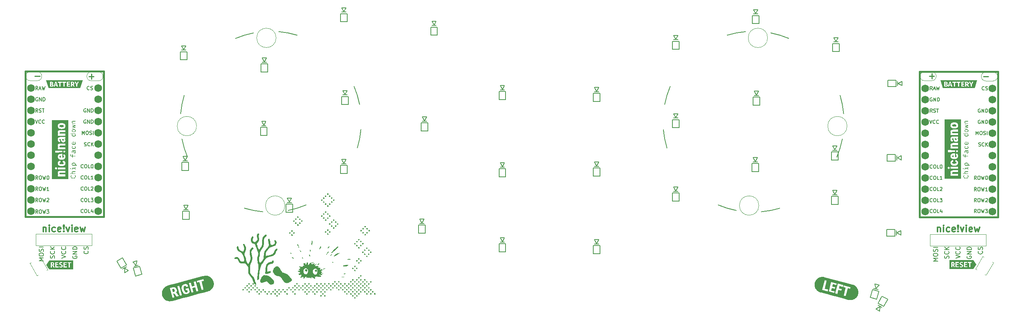
<source format=gbr>
%TF.GenerationSoftware,KiCad,Pcbnew,(6.0.11)*%
%TF.CreationDate,2023-02-07T21:41:21-05:00*%
%TF.ProjectId,main,6d61696e-2e6b-4696-9361-645f70636258,rev?*%
%TF.SameCoordinates,Original*%
%TF.FileFunction,Legend,Top*%
%TF.FilePolarity,Positive*%
%FSLAX46Y46*%
G04 Gerber Fmt 4.6, Leading zero omitted, Abs format (unit mm)*
G04 Created by KiCad (PCBNEW (6.0.11)) date 2023-02-07 21:41:21*
%MOMM*%
%LPD*%
G01*
G04 APERTURE LIST*
%ADD10C,0.150000*%
%ADD11C,0.300000*%
%ADD12C,0.280000*%
%ADD13C,0.120000*%
%ADD14C,0.200000*%
%ADD15C,0.381000*%
%ADD16C,1.752600*%
G04 APERTURE END LIST*
D10*
X256969076Y-107051704D02*
X256702409Y-106670752D01*
X256511933Y-107051704D02*
X256511933Y-106251704D01*
X256816695Y-106251704D01*
X256892885Y-106289800D01*
X256930980Y-106327895D01*
X256969076Y-106404085D01*
X256969076Y-106518371D01*
X256930980Y-106594561D01*
X256892885Y-106632657D01*
X256816695Y-106670752D01*
X256511933Y-106670752D01*
X257464314Y-106251704D02*
X257616695Y-106251704D01*
X257692885Y-106289800D01*
X257769076Y-106365990D01*
X257807171Y-106518371D01*
X257807171Y-106785038D01*
X257769076Y-106937419D01*
X257692885Y-107013609D01*
X257616695Y-107051704D01*
X257464314Y-107051704D01*
X257388123Y-107013609D01*
X257311933Y-106937419D01*
X257273838Y-106785038D01*
X257273838Y-106518371D01*
X257311933Y-106365990D01*
X257388123Y-106289800D01*
X257464314Y-106251704D01*
X258073838Y-106251704D02*
X258264314Y-107051704D01*
X258416695Y-106480276D01*
X258569076Y-107051704D01*
X258759552Y-106251704D01*
X258988123Y-106251704D02*
X259483361Y-106251704D01*
X259216695Y-106556466D01*
X259330980Y-106556466D01*
X259407171Y-106594561D01*
X259445266Y-106632657D01*
X259483361Y-106708847D01*
X259483361Y-106899323D01*
X259445266Y-106975514D01*
X259407171Y-107013609D01*
X259330980Y-107051704D01*
X259102409Y-107051704D01*
X259026219Y-107013609D01*
X258988123Y-106975514D01*
X54410409Y-106975514D02*
X54372314Y-107013609D01*
X54258028Y-107051704D01*
X54181838Y-107051704D01*
X54067552Y-107013609D01*
X53991361Y-106937419D01*
X53953266Y-106861228D01*
X53915171Y-106708847D01*
X53915171Y-106594561D01*
X53953266Y-106442180D01*
X53991361Y-106365990D01*
X54067552Y-106289800D01*
X54181838Y-106251704D01*
X54258028Y-106251704D01*
X54372314Y-106289800D01*
X54410409Y-106327895D01*
X54905647Y-106251704D02*
X55058028Y-106251704D01*
X55134219Y-106289800D01*
X55210409Y-106365990D01*
X55248504Y-106518371D01*
X55248504Y-106785038D01*
X55210409Y-106937419D01*
X55134219Y-107013609D01*
X55058028Y-107051704D01*
X54905647Y-107051704D01*
X54829457Y-107013609D01*
X54753266Y-106937419D01*
X54715171Y-106785038D01*
X54715171Y-106518371D01*
X54753266Y-106365990D01*
X54829457Y-106289800D01*
X54905647Y-106251704D01*
X55972314Y-107051704D02*
X55591361Y-107051704D01*
X55591361Y-106251704D01*
X56581838Y-106518371D02*
X56581838Y-107051704D01*
X56391361Y-106213609D02*
X56200885Y-106785038D01*
X56696123Y-106785038D01*
X246942409Y-106975514D02*
X246904314Y-107013609D01*
X246790028Y-107051704D01*
X246713838Y-107051704D01*
X246599552Y-107013609D01*
X246523361Y-106937419D01*
X246485266Y-106861228D01*
X246447171Y-106708847D01*
X246447171Y-106594561D01*
X246485266Y-106442180D01*
X246523361Y-106365990D01*
X246599552Y-106289800D01*
X246713838Y-106251704D01*
X246790028Y-106251704D01*
X246904314Y-106289800D01*
X246942409Y-106327895D01*
X247437647Y-106251704D02*
X247590028Y-106251704D01*
X247666219Y-106289800D01*
X247742409Y-106365990D01*
X247780504Y-106518371D01*
X247780504Y-106785038D01*
X247742409Y-106937419D01*
X247666219Y-107013609D01*
X247590028Y-107051704D01*
X247437647Y-107051704D01*
X247361457Y-107013609D01*
X247285266Y-106937419D01*
X247247171Y-106785038D01*
X247247171Y-106518371D01*
X247285266Y-106365990D01*
X247361457Y-106289800D01*
X247437647Y-106251704D01*
X248504314Y-107051704D02*
X248123361Y-107051704D01*
X248123361Y-106251704D01*
X249113838Y-106518371D02*
X249113838Y-107051704D01*
X248923361Y-106213609D02*
X248732885Y-106785038D01*
X249228123Y-106785038D01*
D11*
X45350228Y-110305371D02*
X45350228Y-111305371D01*
X45350228Y-110448228D02*
X45421657Y-110376800D01*
X45564514Y-110305371D01*
X45778800Y-110305371D01*
X45921657Y-110376800D01*
X45993085Y-110519657D01*
X45993085Y-111305371D01*
X46707371Y-111305371D02*
X46707371Y-110305371D01*
X46707371Y-109805371D02*
X46635942Y-109876800D01*
X46707371Y-109948228D01*
X46778800Y-109876800D01*
X46707371Y-109805371D01*
X46707371Y-109948228D01*
X48064514Y-111233942D02*
X47921657Y-111305371D01*
X47635942Y-111305371D01*
X47493085Y-111233942D01*
X47421657Y-111162514D01*
X47350228Y-111019657D01*
X47350228Y-110591085D01*
X47421657Y-110448228D01*
X47493085Y-110376800D01*
X47635942Y-110305371D01*
X47921657Y-110305371D01*
X48064514Y-110376800D01*
X49278800Y-111233942D02*
X49135942Y-111305371D01*
X48850228Y-111305371D01*
X48707371Y-111233942D01*
X48635942Y-111091085D01*
X48635942Y-110519657D01*
X48707371Y-110376800D01*
X48850228Y-110305371D01*
X49135942Y-110305371D01*
X49278800Y-110376800D01*
X49350228Y-110519657D01*
X49350228Y-110662514D01*
X48635942Y-110805371D01*
X49993085Y-111162514D02*
X50064514Y-111233942D01*
X49993085Y-111305371D01*
X49921657Y-111233942D01*
X49993085Y-111162514D01*
X49993085Y-111305371D01*
X49993085Y-110733942D02*
X49921657Y-109876800D01*
X49993085Y-109805371D01*
X50064514Y-109876800D01*
X49993085Y-110733942D01*
X49993085Y-109805371D01*
X50564514Y-110305371D02*
X50921657Y-111305371D01*
X51278800Y-110305371D01*
X51850228Y-111305371D02*
X51850228Y-110305371D01*
X51850228Y-109805371D02*
X51778800Y-109876800D01*
X51850228Y-109948228D01*
X51921657Y-109876800D01*
X51850228Y-109805371D01*
X51850228Y-109948228D01*
X53135942Y-111233942D02*
X52993085Y-111305371D01*
X52707371Y-111305371D01*
X52564514Y-111233942D01*
X52493085Y-111091085D01*
X52493085Y-110519657D01*
X52564514Y-110376800D01*
X52707371Y-110305371D01*
X52993085Y-110305371D01*
X53135942Y-110376800D01*
X53207371Y-110519657D01*
X53207371Y-110662514D01*
X52493085Y-110805371D01*
X53707371Y-110305371D02*
X53993085Y-111305371D01*
X54278800Y-110591085D01*
X54564514Y-111305371D01*
X54850228Y-110305371D01*
D10*
X44117076Y-107178704D02*
X43850409Y-106797752D01*
X43659933Y-107178704D02*
X43659933Y-106378704D01*
X43964695Y-106378704D01*
X44040885Y-106416800D01*
X44078980Y-106454895D01*
X44117076Y-106531085D01*
X44117076Y-106645371D01*
X44078980Y-106721561D01*
X44040885Y-106759657D01*
X43964695Y-106797752D01*
X43659933Y-106797752D01*
X44612314Y-106378704D02*
X44764695Y-106378704D01*
X44840885Y-106416800D01*
X44917076Y-106492990D01*
X44955171Y-106645371D01*
X44955171Y-106912038D01*
X44917076Y-107064419D01*
X44840885Y-107140609D01*
X44764695Y-107178704D01*
X44612314Y-107178704D01*
X44536123Y-107140609D01*
X44459933Y-107064419D01*
X44421838Y-106912038D01*
X44421838Y-106645371D01*
X44459933Y-106492990D01*
X44536123Y-106416800D01*
X44612314Y-106378704D01*
X45221838Y-106378704D02*
X45412314Y-107178704D01*
X45564695Y-106607276D01*
X45717076Y-107178704D01*
X45907552Y-106378704D01*
X46136123Y-106378704D02*
X46631361Y-106378704D01*
X46364695Y-106683466D01*
X46478980Y-106683466D01*
X46555171Y-106721561D01*
X46593266Y-106759657D01*
X46631361Y-106835847D01*
X46631361Y-107026323D01*
X46593266Y-107102514D01*
X46555171Y-107140609D01*
X46478980Y-107178704D01*
X46250409Y-107178704D01*
X46174219Y-107140609D01*
X46136123Y-107102514D01*
D11*
X248169228Y-110356171D02*
X248169228Y-111356171D01*
X248169228Y-110499028D02*
X248240657Y-110427600D01*
X248383514Y-110356171D01*
X248597800Y-110356171D01*
X248740657Y-110427600D01*
X248812085Y-110570457D01*
X248812085Y-111356171D01*
X249526371Y-111356171D02*
X249526371Y-110356171D01*
X249526371Y-109856171D02*
X249454942Y-109927600D01*
X249526371Y-109999028D01*
X249597800Y-109927600D01*
X249526371Y-109856171D01*
X249526371Y-109999028D01*
X250883514Y-111284742D02*
X250740657Y-111356171D01*
X250454942Y-111356171D01*
X250312085Y-111284742D01*
X250240657Y-111213314D01*
X250169228Y-111070457D01*
X250169228Y-110641885D01*
X250240657Y-110499028D01*
X250312085Y-110427600D01*
X250454942Y-110356171D01*
X250740657Y-110356171D01*
X250883514Y-110427600D01*
X252097800Y-111284742D02*
X251954942Y-111356171D01*
X251669228Y-111356171D01*
X251526371Y-111284742D01*
X251454942Y-111141885D01*
X251454942Y-110570457D01*
X251526371Y-110427600D01*
X251669228Y-110356171D01*
X251954942Y-110356171D01*
X252097800Y-110427600D01*
X252169228Y-110570457D01*
X252169228Y-110713314D01*
X251454942Y-110856171D01*
X252812085Y-111213314D02*
X252883514Y-111284742D01*
X252812085Y-111356171D01*
X252740657Y-111284742D01*
X252812085Y-111213314D01*
X252812085Y-111356171D01*
X252812085Y-110784742D02*
X252740657Y-109927600D01*
X252812085Y-109856171D01*
X252883514Y-109927600D01*
X252812085Y-110784742D01*
X252812085Y-109856171D01*
X253383514Y-110356171D02*
X253740657Y-111356171D01*
X254097800Y-110356171D01*
X254669228Y-111356171D02*
X254669228Y-110356171D01*
X254669228Y-109856171D02*
X254597800Y-109927600D01*
X254669228Y-109999028D01*
X254740657Y-109927600D01*
X254669228Y-109856171D01*
X254669228Y-109999028D01*
X255954942Y-111284742D02*
X255812085Y-111356171D01*
X255526371Y-111356171D01*
X255383514Y-111284742D01*
X255312085Y-111141885D01*
X255312085Y-110570457D01*
X255383514Y-110427600D01*
X255526371Y-110356171D01*
X255812085Y-110356171D01*
X255954942Y-110427600D01*
X256026371Y-110570457D01*
X256026371Y-110713314D01*
X255312085Y-110856171D01*
X256526371Y-110356171D02*
X256812085Y-111356171D01*
X257097800Y-110641885D01*
X257383514Y-111356171D01*
X257669228Y-110356171D01*
D10*
X256969076Y-102098704D02*
X256702409Y-101717752D01*
X256511933Y-102098704D02*
X256511933Y-101298704D01*
X256816695Y-101298704D01*
X256892885Y-101336800D01*
X256930980Y-101374895D01*
X256969076Y-101451085D01*
X256969076Y-101565371D01*
X256930980Y-101641561D01*
X256892885Y-101679657D01*
X256816695Y-101717752D01*
X256511933Y-101717752D01*
X257464314Y-101298704D02*
X257616695Y-101298704D01*
X257692885Y-101336800D01*
X257769076Y-101412990D01*
X257807171Y-101565371D01*
X257807171Y-101832038D01*
X257769076Y-101984419D01*
X257692885Y-102060609D01*
X257616695Y-102098704D01*
X257464314Y-102098704D01*
X257388123Y-102060609D01*
X257311933Y-101984419D01*
X257273838Y-101832038D01*
X257273838Y-101565371D01*
X257311933Y-101412990D01*
X257388123Y-101336800D01*
X257464314Y-101298704D01*
X258073838Y-101298704D02*
X258264314Y-102098704D01*
X258416695Y-101527276D01*
X258569076Y-102098704D01*
X258759552Y-101298704D01*
X259483361Y-102098704D02*
X259026219Y-102098704D01*
X259254790Y-102098704D02*
X259254790Y-101298704D01*
X259178600Y-101412990D01*
X259102409Y-101489180D01*
X259026219Y-101527276D01*
X54410409Y-101895514D02*
X54372314Y-101933609D01*
X54258028Y-101971704D01*
X54181838Y-101971704D01*
X54067552Y-101933609D01*
X53991361Y-101857419D01*
X53953266Y-101781228D01*
X53915171Y-101628847D01*
X53915171Y-101514561D01*
X53953266Y-101362180D01*
X53991361Y-101285990D01*
X54067552Y-101209800D01*
X54181838Y-101171704D01*
X54258028Y-101171704D01*
X54372314Y-101209800D01*
X54410409Y-101247895D01*
X54905647Y-101171704D02*
X55058028Y-101171704D01*
X55134219Y-101209800D01*
X55210409Y-101285990D01*
X55248504Y-101438371D01*
X55248504Y-101705038D01*
X55210409Y-101857419D01*
X55134219Y-101933609D01*
X55058028Y-101971704D01*
X54905647Y-101971704D01*
X54829457Y-101933609D01*
X54753266Y-101857419D01*
X54715171Y-101705038D01*
X54715171Y-101438371D01*
X54753266Y-101285990D01*
X54829457Y-101209800D01*
X54905647Y-101171704D01*
X55972314Y-101971704D02*
X55591361Y-101971704D01*
X55591361Y-101171704D01*
X56200885Y-101247895D02*
X56238980Y-101209800D01*
X56315171Y-101171704D01*
X56505647Y-101171704D01*
X56581838Y-101209800D01*
X56619933Y-101247895D01*
X56658028Y-101324085D01*
X56658028Y-101400276D01*
X56619933Y-101514561D01*
X56162790Y-101971704D01*
X56658028Y-101971704D01*
D12*
%TO.C,BatGND1*%
X43437571Y-76037542D02*
X44580428Y-76037542D01*
%TO.C,Bat+0*%
X246256571Y-76037542D02*
X247399428Y-76037542D01*
X246828000Y-76608971D02*
X246828000Y-75466114D01*
D10*
%TO.C,Display1*%
X250680561Y-117373804D02*
X250728180Y-117230947D01*
X250728180Y-116992852D01*
X250680561Y-116897614D01*
X250632942Y-116849995D01*
X250537704Y-116802376D01*
X250442466Y-116802376D01*
X250347228Y-116849995D01*
X250299609Y-116897614D01*
X250251990Y-116992852D01*
X250204371Y-117183328D01*
X250156752Y-117278566D01*
X250109133Y-117326185D01*
X250013895Y-117373804D01*
X249918657Y-117373804D01*
X249823419Y-117326185D01*
X249775800Y-117278566D01*
X249728180Y-117183328D01*
X249728180Y-116945233D01*
X249775800Y-116802376D01*
X250632942Y-115802376D02*
X250680561Y-115849995D01*
X250728180Y-115992852D01*
X250728180Y-116088090D01*
X250680561Y-116230947D01*
X250585323Y-116326185D01*
X250490085Y-116373804D01*
X250299609Y-116421423D01*
X250156752Y-116421423D01*
X249966276Y-116373804D01*
X249871038Y-116326185D01*
X249775800Y-116230947D01*
X249728180Y-116088090D01*
X249728180Y-115992852D01*
X249775800Y-115849995D01*
X249823419Y-115802376D01*
X250728180Y-115373804D02*
X249728180Y-115373804D01*
X250728180Y-114802376D02*
X250156752Y-115230947D01*
X249728180Y-114802376D02*
X250299609Y-115373804D01*
X252268180Y-117373804D02*
X253268180Y-117040471D01*
X252268180Y-116707138D01*
X253172942Y-115802376D02*
X253220561Y-115849995D01*
X253268180Y-115992852D01*
X253268180Y-116088090D01*
X253220561Y-116230947D01*
X253125323Y-116326185D01*
X253030085Y-116373804D01*
X252839609Y-116421423D01*
X252696752Y-116421423D01*
X252506276Y-116373804D01*
X252411038Y-116326185D01*
X252315800Y-116230947D01*
X252268180Y-116088090D01*
X252268180Y-115992852D01*
X252315800Y-115849995D01*
X252363419Y-115802376D01*
X253172942Y-114802376D02*
X253220561Y-114849995D01*
X253268180Y-114992852D01*
X253268180Y-115088090D01*
X253220561Y-115230947D01*
X253125323Y-115326185D01*
X253030085Y-115373804D01*
X252839609Y-115421423D01*
X252696752Y-115421423D01*
X252506276Y-115373804D01*
X252411038Y-115326185D01*
X252315800Y-115230947D01*
X252268180Y-115088090D01*
X252268180Y-114992852D01*
X252315800Y-114849995D01*
X252363419Y-114802376D01*
X248188180Y-117992852D02*
X247188180Y-117992852D01*
X247902466Y-117659519D01*
X247188180Y-117326185D01*
X248188180Y-117326185D01*
X247188180Y-116659519D02*
X247188180Y-116469042D01*
X247235800Y-116373804D01*
X247331038Y-116278566D01*
X247521514Y-116230947D01*
X247854847Y-116230947D01*
X248045323Y-116278566D01*
X248140561Y-116373804D01*
X248188180Y-116469042D01*
X248188180Y-116659519D01*
X248140561Y-116754757D01*
X248045323Y-116849995D01*
X247854847Y-116897614D01*
X247521514Y-116897614D01*
X247331038Y-116849995D01*
X247235800Y-116754757D01*
X247188180Y-116659519D01*
X248140561Y-115849995D02*
X248188180Y-115707138D01*
X248188180Y-115469042D01*
X248140561Y-115373804D01*
X248092942Y-115326185D01*
X247997704Y-115278566D01*
X247902466Y-115278566D01*
X247807228Y-115326185D01*
X247759609Y-115373804D01*
X247711990Y-115469042D01*
X247664371Y-115659519D01*
X247616752Y-115754757D01*
X247569133Y-115802376D01*
X247473895Y-115849995D01*
X247378657Y-115849995D01*
X247283419Y-115802376D01*
X247235800Y-115754757D01*
X247188180Y-115659519D01*
X247188180Y-115421423D01*
X247235800Y-115278566D01*
X248188180Y-114849995D02*
X247188180Y-114849995D01*
X258252942Y-115754757D02*
X258300561Y-115802376D01*
X258348180Y-115945233D01*
X258348180Y-116040471D01*
X258300561Y-116183328D01*
X258205323Y-116278566D01*
X258110085Y-116326185D01*
X257919609Y-116373804D01*
X257776752Y-116373804D01*
X257586276Y-116326185D01*
X257491038Y-116278566D01*
X257395800Y-116183328D01*
X257348180Y-116040471D01*
X257348180Y-115945233D01*
X257395800Y-115802376D01*
X257443419Y-115754757D01*
X258300561Y-115373804D02*
X258348180Y-115230947D01*
X258348180Y-114992852D01*
X258300561Y-114897614D01*
X258252942Y-114849995D01*
X258157704Y-114802376D01*
X258062466Y-114802376D01*
X257967228Y-114849995D01*
X257919609Y-114897614D01*
X257871990Y-114992852D01*
X257824371Y-115183328D01*
X257776752Y-115278566D01*
X257729133Y-115326185D01*
X257633895Y-115373804D01*
X257538657Y-115373804D01*
X257443419Y-115326185D01*
X257395800Y-115278566D01*
X257348180Y-115183328D01*
X257348180Y-114945233D01*
X257395800Y-114802376D01*
X254855800Y-116897614D02*
X254808180Y-116992852D01*
X254808180Y-117135709D01*
X254855800Y-117278566D01*
X254951038Y-117373804D01*
X255046276Y-117421423D01*
X255236752Y-117469042D01*
X255379609Y-117469042D01*
X255570085Y-117421423D01*
X255665323Y-117373804D01*
X255760561Y-117278566D01*
X255808180Y-117135709D01*
X255808180Y-117040471D01*
X255760561Y-116897614D01*
X255712942Y-116849995D01*
X255379609Y-116849995D01*
X255379609Y-117040471D01*
X255808180Y-116421423D02*
X254808180Y-116421423D01*
X255808180Y-115849995D01*
X254808180Y-115849995D01*
X255808180Y-115373804D02*
X254808180Y-115373804D01*
X254808180Y-115135709D01*
X254855800Y-114992852D01*
X254951038Y-114897614D01*
X255046276Y-114849995D01*
X255236752Y-114802376D01*
X255379609Y-114802376D01*
X255570085Y-114849995D01*
X255665323Y-114897614D01*
X255760561Y-114992852D01*
X255808180Y-115135709D01*
X255808180Y-115373804D01*
%TO.C,Display2*%
X49475480Y-117330904D02*
X50475480Y-116997571D01*
X49475480Y-116664238D01*
X50380242Y-115759476D02*
X50427861Y-115807095D01*
X50475480Y-115949952D01*
X50475480Y-116045190D01*
X50427861Y-116188047D01*
X50332623Y-116283285D01*
X50237385Y-116330904D01*
X50046909Y-116378523D01*
X49904052Y-116378523D01*
X49713576Y-116330904D01*
X49618338Y-116283285D01*
X49523100Y-116188047D01*
X49475480Y-116045190D01*
X49475480Y-115949952D01*
X49523100Y-115807095D01*
X49570719Y-115759476D01*
X50380242Y-114759476D02*
X50427861Y-114807095D01*
X50475480Y-114949952D01*
X50475480Y-115045190D01*
X50427861Y-115188047D01*
X50332623Y-115283285D01*
X50237385Y-115330904D01*
X50046909Y-115378523D01*
X49904052Y-115378523D01*
X49713576Y-115330904D01*
X49618338Y-115283285D01*
X49523100Y-115188047D01*
X49475480Y-115045190D01*
X49475480Y-114949952D01*
X49523100Y-114807095D01*
X49570719Y-114759476D01*
X52063100Y-116854714D02*
X52015480Y-116949952D01*
X52015480Y-117092809D01*
X52063100Y-117235666D01*
X52158338Y-117330904D01*
X52253576Y-117378523D01*
X52444052Y-117426142D01*
X52586909Y-117426142D01*
X52777385Y-117378523D01*
X52872623Y-117330904D01*
X52967861Y-117235666D01*
X53015480Y-117092809D01*
X53015480Y-116997571D01*
X52967861Y-116854714D01*
X52920242Y-116807095D01*
X52586909Y-116807095D01*
X52586909Y-116997571D01*
X53015480Y-116378523D02*
X52015480Y-116378523D01*
X53015480Y-115807095D01*
X52015480Y-115807095D01*
X53015480Y-115330904D02*
X52015480Y-115330904D01*
X52015480Y-115092809D01*
X52063100Y-114949952D01*
X52158338Y-114854714D01*
X52253576Y-114807095D01*
X52444052Y-114759476D01*
X52586909Y-114759476D01*
X52777385Y-114807095D01*
X52872623Y-114854714D01*
X52967861Y-114949952D01*
X53015480Y-115092809D01*
X53015480Y-115330904D01*
X47887861Y-117330904D02*
X47935480Y-117188047D01*
X47935480Y-116949952D01*
X47887861Y-116854714D01*
X47840242Y-116807095D01*
X47745004Y-116759476D01*
X47649766Y-116759476D01*
X47554528Y-116807095D01*
X47506909Y-116854714D01*
X47459290Y-116949952D01*
X47411671Y-117140428D01*
X47364052Y-117235666D01*
X47316433Y-117283285D01*
X47221195Y-117330904D01*
X47125957Y-117330904D01*
X47030719Y-117283285D01*
X46983100Y-117235666D01*
X46935480Y-117140428D01*
X46935480Y-116902333D01*
X46983100Y-116759476D01*
X47840242Y-115759476D02*
X47887861Y-115807095D01*
X47935480Y-115949952D01*
X47935480Y-116045190D01*
X47887861Y-116188047D01*
X47792623Y-116283285D01*
X47697385Y-116330904D01*
X47506909Y-116378523D01*
X47364052Y-116378523D01*
X47173576Y-116330904D01*
X47078338Y-116283285D01*
X46983100Y-116188047D01*
X46935480Y-116045190D01*
X46935480Y-115949952D01*
X46983100Y-115807095D01*
X47030719Y-115759476D01*
X47935480Y-115330904D02*
X46935480Y-115330904D01*
X47935480Y-114759476D02*
X47364052Y-115188047D01*
X46935480Y-114759476D02*
X47506909Y-115330904D01*
X45395480Y-117949952D02*
X44395480Y-117949952D01*
X45109766Y-117616619D01*
X44395480Y-117283285D01*
X45395480Y-117283285D01*
X44395480Y-116616619D02*
X44395480Y-116426142D01*
X44443100Y-116330904D01*
X44538338Y-116235666D01*
X44728814Y-116188047D01*
X45062147Y-116188047D01*
X45252623Y-116235666D01*
X45347861Y-116330904D01*
X45395480Y-116426142D01*
X45395480Y-116616619D01*
X45347861Y-116711857D01*
X45252623Y-116807095D01*
X45062147Y-116854714D01*
X44728814Y-116854714D01*
X44538338Y-116807095D01*
X44443100Y-116711857D01*
X44395480Y-116616619D01*
X45347861Y-115807095D02*
X45395480Y-115664238D01*
X45395480Y-115426142D01*
X45347861Y-115330904D01*
X45300242Y-115283285D01*
X45205004Y-115235666D01*
X45109766Y-115235666D01*
X45014528Y-115283285D01*
X44966909Y-115330904D01*
X44919290Y-115426142D01*
X44871671Y-115616619D01*
X44824052Y-115711857D01*
X44776433Y-115759476D01*
X44681195Y-115807095D01*
X44585957Y-115807095D01*
X44490719Y-115759476D01*
X44443100Y-115711857D01*
X44395480Y-115616619D01*
X44395480Y-115378523D01*
X44443100Y-115235666D01*
X45395480Y-114807095D02*
X44395480Y-114807095D01*
X55460242Y-115711857D02*
X55507861Y-115759476D01*
X55555480Y-115902333D01*
X55555480Y-115997571D01*
X55507861Y-116140428D01*
X55412623Y-116235666D01*
X55317385Y-116283285D01*
X55126909Y-116330904D01*
X54984052Y-116330904D01*
X54793576Y-116283285D01*
X54698338Y-116235666D01*
X54603100Y-116140428D01*
X54555480Y-115997571D01*
X54555480Y-115902333D01*
X54603100Y-115759476D01*
X54650719Y-115711857D01*
X55507861Y-115330904D02*
X55555480Y-115188047D01*
X55555480Y-114949952D01*
X55507861Y-114854714D01*
X55460242Y-114807095D01*
X55365004Y-114759476D01*
X55269766Y-114759476D01*
X55174528Y-114807095D01*
X55126909Y-114854714D01*
X55079290Y-114949952D01*
X55031671Y-115140428D01*
X54984052Y-115235666D01*
X54936433Y-115283285D01*
X54841195Y-115330904D01*
X54745957Y-115330904D01*
X54650719Y-115283285D01*
X54603100Y-115235666D01*
X54555480Y-115140428D01*
X54555480Y-114902333D01*
X54603100Y-114759476D01*
D12*
%TO.C,Bat+1*%
X56823228Y-76102657D02*
X55680371Y-76102657D01*
X56251800Y-75531228D02*
X56251800Y-76674085D01*
%TO.C,BatGND0*%
X259667628Y-76128057D02*
X258524771Y-76128057D01*
D10*
%TO.C,U2*%
X44117054Y-99447104D02*
X43850387Y-99066152D01*
X43659911Y-99447104D02*
X43659911Y-98647104D01*
X43964673Y-98647104D01*
X44040863Y-98685200D01*
X44078958Y-98723295D01*
X44117054Y-98799485D01*
X44117054Y-98913771D01*
X44078958Y-98989961D01*
X44040863Y-99028057D01*
X43964673Y-99066152D01*
X43659911Y-99066152D01*
X44612292Y-98647104D02*
X44764673Y-98647104D01*
X44840863Y-98685200D01*
X44917054Y-98761390D01*
X44955149Y-98913771D01*
X44955149Y-99180438D01*
X44917054Y-99332819D01*
X44840863Y-99409009D01*
X44764673Y-99447104D01*
X44612292Y-99447104D01*
X44536101Y-99409009D01*
X44459911Y-99332819D01*
X44421816Y-99180438D01*
X44421816Y-98913771D01*
X44459911Y-98761390D01*
X44536101Y-98685200D01*
X44612292Y-98647104D01*
X45221816Y-98647104D02*
X45412292Y-99447104D01*
X45564673Y-98875676D01*
X45717054Y-99447104D01*
X45907530Y-98647104D01*
X46364673Y-98647104D02*
X46440863Y-98647104D01*
X46517054Y-98685200D01*
X46555149Y-98723295D01*
X46593244Y-98799485D01*
X46631339Y-98951866D01*
X46631339Y-99142342D01*
X46593244Y-99294723D01*
X46555149Y-99370914D01*
X46517054Y-99409009D01*
X46440863Y-99447104D01*
X46364673Y-99447104D01*
X46288482Y-99409009D01*
X46250387Y-99370914D01*
X46212292Y-99294723D01*
X46174197Y-99142342D01*
X46174197Y-98951866D01*
X46212292Y-98799485D01*
X46250387Y-98723295D01*
X46288482Y-98685200D01*
X46364673Y-98647104D01*
X55788244Y-79050914D02*
X55750149Y-79089009D01*
X55635863Y-79127104D01*
X55559673Y-79127104D01*
X55445387Y-79089009D01*
X55369197Y-79012819D01*
X55331101Y-78936628D01*
X55293006Y-78784247D01*
X55293006Y-78669961D01*
X55331101Y-78517580D01*
X55369197Y-78441390D01*
X55445387Y-78365200D01*
X55559673Y-78327104D01*
X55635863Y-78327104D01*
X55750149Y-78365200D01*
X55788244Y-78403295D01*
X56093006Y-79089009D02*
X56207292Y-79127104D01*
X56397768Y-79127104D01*
X56473958Y-79089009D01*
X56512054Y-79050914D01*
X56550149Y-78974723D01*
X56550149Y-78898533D01*
X56512054Y-78822342D01*
X56473958Y-78784247D01*
X56397768Y-78746152D01*
X56245387Y-78708057D01*
X56169197Y-78669961D01*
X56131101Y-78631866D01*
X56093006Y-78555676D01*
X56093006Y-78479485D01*
X56131101Y-78403295D01*
X56169197Y-78365200D01*
X56245387Y-78327104D01*
X56435863Y-78327104D01*
X56550149Y-78365200D01*
X43542942Y-85947104D02*
X43809609Y-86747104D01*
X44076275Y-85947104D01*
X44800085Y-86670914D02*
X44761989Y-86709009D01*
X44647704Y-86747104D01*
X44571513Y-86747104D01*
X44457228Y-86709009D01*
X44381037Y-86632819D01*
X44342942Y-86556628D01*
X44304847Y-86404247D01*
X44304847Y-86289961D01*
X44342942Y-86137580D01*
X44381037Y-86061390D01*
X44457228Y-85985200D01*
X44571513Y-85947104D01*
X44647704Y-85947104D01*
X44761989Y-85985200D01*
X44800085Y-86023295D01*
X45600085Y-86670914D02*
X45561989Y-86709009D01*
X45447704Y-86747104D01*
X45371513Y-86747104D01*
X45257228Y-86709009D01*
X45181037Y-86632819D01*
X45142942Y-86556628D01*
X45104847Y-86404247D01*
X45104847Y-86289961D01*
X45142942Y-86137580D01*
X45181037Y-86061390D01*
X45257228Y-85985200D01*
X45371513Y-85947104D01*
X45447704Y-85947104D01*
X45561989Y-85985200D01*
X45600085Y-86023295D01*
X54655418Y-91859009D02*
X54769704Y-91897104D01*
X54960180Y-91897104D01*
X55036370Y-91859009D01*
X55074466Y-91820914D01*
X55112561Y-91744723D01*
X55112561Y-91668533D01*
X55074466Y-91592342D01*
X55036370Y-91554247D01*
X54960180Y-91516152D01*
X54807799Y-91478057D01*
X54731609Y-91439961D01*
X54693513Y-91401866D01*
X54655418Y-91325676D01*
X54655418Y-91249485D01*
X54693513Y-91173295D01*
X54731609Y-91135200D01*
X54807799Y-91097104D01*
X54998275Y-91097104D01*
X55112561Y-91135200D01*
X55912561Y-91820914D02*
X55874466Y-91859009D01*
X55760180Y-91897104D01*
X55683990Y-91897104D01*
X55569704Y-91859009D01*
X55493513Y-91782819D01*
X55455418Y-91706628D01*
X55417323Y-91554247D01*
X55417323Y-91439961D01*
X55455418Y-91287580D01*
X55493513Y-91211390D01*
X55569704Y-91135200D01*
X55683990Y-91097104D01*
X55760180Y-91097104D01*
X55874466Y-91135200D01*
X55912561Y-91173295D01*
X56255418Y-91897104D02*
X56255418Y-91097104D01*
X56712561Y-91897104D02*
X56369704Y-91439961D01*
X56712561Y-91097104D02*
X56255418Y-91554247D01*
X44082609Y-80905200D02*
X44006418Y-80867104D01*
X43892133Y-80867104D01*
X43777847Y-80905200D01*
X43701656Y-80981390D01*
X43663561Y-81057580D01*
X43625466Y-81209961D01*
X43625466Y-81324247D01*
X43663561Y-81476628D01*
X43701656Y-81552819D01*
X43777847Y-81629009D01*
X43892133Y-81667104D01*
X43968323Y-81667104D01*
X44082609Y-81629009D01*
X44120704Y-81590914D01*
X44120704Y-81324247D01*
X43968323Y-81324247D01*
X44463561Y-81667104D02*
X44463561Y-80867104D01*
X44920704Y-81667104D01*
X44920704Y-80867104D01*
X45301656Y-81667104D02*
X45301656Y-80867104D01*
X45492133Y-80867104D01*
X45606418Y-80905200D01*
X45682609Y-80981390D01*
X45720704Y-81057580D01*
X45758799Y-81209961D01*
X45758799Y-81324247D01*
X45720704Y-81476628D01*
X45682609Y-81552819D01*
X45606418Y-81629009D01*
X45492133Y-81667104D01*
X45301656Y-81667104D01*
X44120704Y-84207104D02*
X43854038Y-83826152D01*
X43663561Y-84207104D02*
X43663561Y-83407104D01*
X43968323Y-83407104D01*
X44044514Y-83445200D01*
X44082609Y-83483295D01*
X44120704Y-83559485D01*
X44120704Y-83673771D01*
X44082609Y-83749961D01*
X44044514Y-83788057D01*
X43968323Y-83826152D01*
X43663561Y-83826152D01*
X44425466Y-84169009D02*
X44539752Y-84207104D01*
X44730228Y-84207104D01*
X44806419Y-84169009D01*
X44844514Y-84130914D01*
X44882609Y-84054723D01*
X44882609Y-83978533D01*
X44844514Y-83902342D01*
X44806419Y-83864247D01*
X44730228Y-83826152D01*
X44577847Y-83788057D01*
X44501657Y-83749961D01*
X44463561Y-83711866D01*
X44425466Y-83635676D01*
X44425466Y-83559485D01*
X44463561Y-83483295D01*
X44501657Y-83445200D01*
X44577847Y-83407104D01*
X44768323Y-83407104D01*
X44882609Y-83445200D01*
X45111180Y-83407104D02*
X45568323Y-83407104D01*
X45339752Y-84207104D02*
X45339752Y-83407104D01*
X54156435Y-89287104D02*
X54156435Y-88487104D01*
X54423101Y-89058533D01*
X54689768Y-88487104D01*
X54689768Y-89287104D01*
X55223101Y-88487104D02*
X55375482Y-88487104D01*
X55451673Y-88525200D01*
X55527863Y-88601390D01*
X55565958Y-88753771D01*
X55565958Y-89020438D01*
X55527863Y-89172819D01*
X55451673Y-89249009D01*
X55375482Y-89287104D01*
X55223101Y-89287104D01*
X55146911Y-89249009D01*
X55070720Y-89172819D01*
X55032625Y-89020438D01*
X55032625Y-88753771D01*
X55070720Y-88601390D01*
X55146911Y-88525200D01*
X55223101Y-88487104D01*
X55870720Y-89249009D02*
X55985006Y-89287104D01*
X56175482Y-89287104D01*
X56251673Y-89249009D01*
X56289768Y-89210914D01*
X56327863Y-89134723D01*
X56327863Y-89058533D01*
X56289768Y-88982342D01*
X56251673Y-88944247D01*
X56175482Y-88906152D01*
X56023101Y-88868057D01*
X55946911Y-88829961D01*
X55908816Y-88791866D01*
X55870720Y-88715676D01*
X55870720Y-88639485D01*
X55908816Y-88563295D01*
X55946911Y-88525200D01*
X56023101Y-88487104D01*
X56213578Y-88487104D01*
X56327863Y-88525200D01*
X56670720Y-89287104D02*
X56670720Y-88487104D01*
X44117054Y-104527104D02*
X43850387Y-104146152D01*
X43659911Y-104527104D02*
X43659911Y-103727104D01*
X43964673Y-103727104D01*
X44040863Y-103765200D01*
X44078958Y-103803295D01*
X44117054Y-103879485D01*
X44117054Y-103993771D01*
X44078958Y-104069961D01*
X44040863Y-104108057D01*
X43964673Y-104146152D01*
X43659911Y-104146152D01*
X44612292Y-103727104D02*
X44764673Y-103727104D01*
X44840863Y-103765200D01*
X44917054Y-103841390D01*
X44955149Y-103993771D01*
X44955149Y-104260438D01*
X44917054Y-104412819D01*
X44840863Y-104489009D01*
X44764673Y-104527104D01*
X44612292Y-104527104D01*
X44536101Y-104489009D01*
X44459911Y-104412819D01*
X44421816Y-104260438D01*
X44421816Y-103993771D01*
X44459911Y-103841390D01*
X44536101Y-103765200D01*
X44612292Y-103727104D01*
X45221816Y-103727104D02*
X45412292Y-104527104D01*
X45564673Y-103955676D01*
X45717054Y-104527104D01*
X45907530Y-103727104D01*
X46174197Y-103803295D02*
X46212292Y-103765200D01*
X46288482Y-103727104D01*
X46478958Y-103727104D01*
X46555149Y-103765200D01*
X46593244Y-103803295D01*
X46631339Y-103879485D01*
X46631339Y-103955676D01*
X46593244Y-104069961D01*
X46136101Y-104527104D01*
X46631339Y-104527104D01*
X54410387Y-99355528D02*
X54372292Y-99393623D01*
X54258006Y-99431718D01*
X54181816Y-99431718D01*
X54067530Y-99393623D01*
X53991339Y-99317433D01*
X53953244Y-99241242D01*
X53915149Y-99088861D01*
X53915149Y-98974575D01*
X53953244Y-98822194D01*
X53991339Y-98746004D01*
X54067530Y-98669814D01*
X54181816Y-98631718D01*
X54258006Y-98631718D01*
X54372292Y-98669814D01*
X54410387Y-98707909D01*
X54905625Y-98631718D02*
X55058006Y-98631718D01*
X55134197Y-98669814D01*
X55210387Y-98746004D01*
X55248482Y-98898385D01*
X55248482Y-99165052D01*
X55210387Y-99317433D01*
X55134197Y-99393623D01*
X55058006Y-99431718D01*
X54905625Y-99431718D01*
X54829435Y-99393623D01*
X54753244Y-99317433D01*
X54715149Y-99165052D01*
X54715149Y-98898385D01*
X54753244Y-98746004D01*
X54829435Y-98669814D01*
X54905625Y-98631718D01*
X55972292Y-99431718D02*
X55591339Y-99431718D01*
X55591339Y-98631718D01*
X56658006Y-99431718D02*
X56200863Y-99431718D01*
X56429435Y-99431718D02*
X56429435Y-98631718D01*
X56353244Y-98746004D01*
X56277054Y-98822194D01*
X56200863Y-98860290D01*
X54998276Y-85985200D02*
X54922085Y-85947104D01*
X54807800Y-85947104D01*
X54693514Y-85985200D01*
X54617323Y-86061390D01*
X54579228Y-86137580D01*
X54541133Y-86289961D01*
X54541133Y-86404247D01*
X54579228Y-86556628D01*
X54617323Y-86632819D01*
X54693514Y-86709009D01*
X54807800Y-86747104D01*
X54883990Y-86747104D01*
X54998276Y-86709009D01*
X55036371Y-86670914D01*
X55036371Y-86404247D01*
X54883990Y-86404247D01*
X55379228Y-86747104D02*
X55379228Y-85947104D01*
X55836371Y-86747104D01*
X55836371Y-85947104D01*
X56217323Y-86747104D02*
X56217323Y-85947104D01*
X56407800Y-85947104D01*
X56522085Y-85985200D01*
X56598276Y-86061390D01*
X56636371Y-86137580D01*
X56674466Y-86289961D01*
X56674466Y-86404247D01*
X56636371Y-86556628D01*
X56598276Y-86632819D01*
X56522085Y-86709009D01*
X56407800Y-86747104D01*
X56217323Y-86747104D01*
X44120704Y-79127104D02*
X43854037Y-78746152D01*
X43663561Y-79127104D02*
X43663561Y-78327104D01*
X43968323Y-78327104D01*
X44044513Y-78365200D01*
X44082608Y-78403295D01*
X44120704Y-78479485D01*
X44120704Y-78593771D01*
X44082608Y-78669961D01*
X44044513Y-78708057D01*
X43968323Y-78746152D01*
X43663561Y-78746152D01*
X44425465Y-78898533D02*
X44806418Y-78898533D01*
X44349275Y-79127104D02*
X44615942Y-78327104D01*
X44882608Y-79127104D01*
X45073085Y-78327104D02*
X45263561Y-79127104D01*
X45415942Y-78555676D01*
X45568323Y-79127104D01*
X45758799Y-78327104D01*
X54410387Y-104450914D02*
X54372292Y-104489009D01*
X54258006Y-104527104D01*
X54181816Y-104527104D01*
X54067530Y-104489009D01*
X53991339Y-104412819D01*
X53953244Y-104336628D01*
X53915149Y-104184247D01*
X53915149Y-104069961D01*
X53953244Y-103917580D01*
X53991339Y-103841390D01*
X54067530Y-103765200D01*
X54181816Y-103727104D01*
X54258006Y-103727104D01*
X54372292Y-103765200D01*
X54410387Y-103803295D01*
X54905625Y-103727104D02*
X55058006Y-103727104D01*
X55134197Y-103765200D01*
X55210387Y-103841390D01*
X55248482Y-103993771D01*
X55248482Y-104260438D01*
X55210387Y-104412819D01*
X55134197Y-104489009D01*
X55058006Y-104527104D01*
X54905625Y-104527104D01*
X54829435Y-104489009D01*
X54753244Y-104412819D01*
X54715149Y-104260438D01*
X54715149Y-103993771D01*
X54753244Y-103841390D01*
X54829435Y-103765200D01*
X54905625Y-103727104D01*
X55972292Y-104527104D02*
X55591339Y-104527104D01*
X55591339Y-103727104D01*
X56162768Y-103727104D02*
X56658006Y-103727104D01*
X56391339Y-104031866D01*
X56505625Y-104031866D01*
X56581816Y-104069961D01*
X56619911Y-104108057D01*
X56658006Y-104184247D01*
X56658006Y-104374723D01*
X56619911Y-104450914D01*
X56581816Y-104489009D01*
X56505625Y-104527104D01*
X56277054Y-104527104D01*
X56200863Y-104489009D01*
X56162768Y-104450914D01*
X54998276Y-83445200D02*
X54922085Y-83407104D01*
X54807800Y-83407104D01*
X54693514Y-83445200D01*
X54617323Y-83521390D01*
X54579228Y-83597580D01*
X54541133Y-83749961D01*
X54541133Y-83864247D01*
X54579228Y-84016628D01*
X54617323Y-84092819D01*
X54693514Y-84169009D01*
X54807800Y-84207104D01*
X54883990Y-84207104D01*
X54998276Y-84169009D01*
X55036371Y-84130914D01*
X55036371Y-83864247D01*
X54883990Y-83864247D01*
X55379228Y-84207104D02*
X55379228Y-83407104D01*
X55836371Y-84207104D01*
X55836371Y-83407104D01*
X56217323Y-84207104D02*
X56217323Y-83407104D01*
X56407800Y-83407104D01*
X56522085Y-83445200D01*
X56598276Y-83521390D01*
X56636371Y-83597580D01*
X56674466Y-83749961D01*
X56674466Y-83864247D01*
X56636371Y-84016628D01*
X56598276Y-84092819D01*
X56522085Y-84169009D01*
X56407800Y-84207104D01*
X56217323Y-84207104D01*
X54410387Y-96815528D02*
X54372292Y-96853623D01*
X54258006Y-96891718D01*
X54181816Y-96891718D01*
X54067530Y-96853623D01*
X53991339Y-96777433D01*
X53953244Y-96701242D01*
X53915149Y-96548861D01*
X53915149Y-96434575D01*
X53953244Y-96282194D01*
X53991339Y-96206004D01*
X54067530Y-96129814D01*
X54181816Y-96091718D01*
X54258006Y-96091718D01*
X54372292Y-96129814D01*
X54410387Y-96167909D01*
X54905625Y-96091718D02*
X55058006Y-96091718D01*
X55134197Y-96129814D01*
X55210387Y-96206004D01*
X55248482Y-96358385D01*
X55248482Y-96625052D01*
X55210387Y-96777433D01*
X55134197Y-96853623D01*
X55058006Y-96891718D01*
X54905625Y-96891718D01*
X54829435Y-96853623D01*
X54753244Y-96777433D01*
X54715149Y-96625052D01*
X54715149Y-96358385D01*
X54753244Y-96206004D01*
X54829435Y-96129814D01*
X54905625Y-96091718D01*
X55972292Y-96891718D02*
X55591339Y-96891718D01*
X55591339Y-96091718D01*
X56391339Y-96091718D02*
X56467530Y-96091718D01*
X56543720Y-96129814D01*
X56581816Y-96167909D01*
X56619911Y-96244099D01*
X56658006Y-96396480D01*
X56658006Y-96586956D01*
X56619911Y-96739337D01*
X56581816Y-96815528D01*
X56543720Y-96853623D01*
X56467530Y-96891718D01*
X56391339Y-96891718D01*
X56315149Y-96853623D01*
X56277054Y-96815528D01*
X56238958Y-96739337D01*
X56200863Y-96586956D01*
X56200863Y-96396480D01*
X56238958Y-96244099D01*
X56277054Y-96167909D01*
X56315149Y-96129814D01*
X56391339Y-96091718D01*
X44117054Y-101987104D02*
X43850387Y-101606152D01*
X43659911Y-101987104D02*
X43659911Y-101187104D01*
X43964673Y-101187104D01*
X44040863Y-101225200D01*
X44078958Y-101263295D01*
X44117054Y-101339485D01*
X44117054Y-101453771D01*
X44078958Y-101529961D01*
X44040863Y-101568057D01*
X43964673Y-101606152D01*
X43659911Y-101606152D01*
X44612292Y-101187104D02*
X44764673Y-101187104D01*
X44840863Y-101225200D01*
X44917054Y-101301390D01*
X44955149Y-101453771D01*
X44955149Y-101720438D01*
X44917054Y-101872819D01*
X44840863Y-101949009D01*
X44764673Y-101987104D01*
X44612292Y-101987104D01*
X44536101Y-101949009D01*
X44459911Y-101872819D01*
X44421816Y-101720438D01*
X44421816Y-101453771D01*
X44459911Y-101301390D01*
X44536101Y-101225200D01*
X44612292Y-101187104D01*
X45221816Y-101187104D02*
X45412292Y-101987104D01*
X45564673Y-101415676D01*
X45717054Y-101987104D01*
X45907530Y-101187104D01*
X46631339Y-101987104D02*
X46174197Y-101987104D01*
X46402768Y-101987104D02*
X46402768Y-101187104D01*
X46326578Y-101301390D01*
X46250387Y-101377580D01*
X46174197Y-101415676D01*
%TO.C,U1*%
X246942418Y-101942714D02*
X246904323Y-101980809D01*
X246790037Y-102018904D01*
X246713847Y-102018904D01*
X246599561Y-101980809D01*
X246523370Y-101904619D01*
X246485275Y-101828428D01*
X246447180Y-101676047D01*
X246447180Y-101561761D01*
X246485275Y-101409380D01*
X246523370Y-101333190D01*
X246599561Y-101257000D01*
X246713847Y-101218904D01*
X246790037Y-101218904D01*
X246904323Y-101257000D01*
X246942418Y-101295095D01*
X247437656Y-101218904D02*
X247590037Y-101218904D01*
X247666228Y-101257000D01*
X247742418Y-101333190D01*
X247780513Y-101485571D01*
X247780513Y-101752238D01*
X247742418Y-101904619D01*
X247666228Y-101980809D01*
X247590037Y-102018904D01*
X247437656Y-102018904D01*
X247361466Y-101980809D01*
X247285275Y-101904619D01*
X247247180Y-101752238D01*
X247247180Y-101485571D01*
X247285275Y-101333190D01*
X247361466Y-101257000D01*
X247437656Y-101218904D01*
X248504323Y-102018904D02*
X248123370Y-102018904D01*
X248123370Y-101218904D01*
X248732894Y-101295095D02*
X248770989Y-101257000D01*
X248847180Y-101218904D01*
X249037656Y-101218904D01*
X249113847Y-101257000D01*
X249151942Y-101295095D01*
X249190037Y-101371285D01*
X249190037Y-101447476D01*
X249151942Y-101561761D01*
X248694799Y-102018904D01*
X249190037Y-102018904D01*
X246898409Y-80937000D02*
X246822218Y-80898904D01*
X246707933Y-80898904D01*
X246593647Y-80937000D01*
X246517456Y-81013190D01*
X246479361Y-81089380D01*
X246441266Y-81241761D01*
X246441266Y-81356047D01*
X246479361Y-81508428D01*
X246517456Y-81584619D01*
X246593647Y-81660809D01*
X246707933Y-81698904D01*
X246784123Y-81698904D01*
X246898409Y-81660809D01*
X246936504Y-81622714D01*
X246936504Y-81356047D01*
X246784123Y-81356047D01*
X247279361Y-81698904D02*
X247279361Y-80898904D01*
X247736504Y-81698904D01*
X247736504Y-80898904D01*
X248117456Y-81698904D02*
X248117456Y-80898904D01*
X248307933Y-80898904D01*
X248422218Y-80937000D01*
X248498409Y-81013190D01*
X248536504Y-81089380D01*
X248574599Y-81241761D01*
X248574599Y-81356047D01*
X248536504Y-81508428D01*
X248498409Y-81584619D01*
X248422218Y-81660809D01*
X248307933Y-81698904D01*
X248117456Y-81698904D01*
X258734275Y-79082714D02*
X258696180Y-79120809D01*
X258581894Y-79158904D01*
X258505704Y-79158904D01*
X258391418Y-79120809D01*
X258315228Y-79044619D01*
X258277132Y-78968428D01*
X258239037Y-78816047D01*
X258239037Y-78701761D01*
X258277132Y-78549380D01*
X258315228Y-78473190D01*
X258391418Y-78397000D01*
X258505704Y-78358904D01*
X258581894Y-78358904D01*
X258696180Y-78397000D01*
X258734275Y-78435095D01*
X259039037Y-79120809D02*
X259153323Y-79158904D01*
X259343799Y-79158904D01*
X259419989Y-79120809D01*
X259458085Y-79082714D01*
X259496180Y-79006523D01*
X259496180Y-78930333D01*
X259458085Y-78854142D01*
X259419989Y-78816047D01*
X259343799Y-78777952D01*
X259191418Y-78739857D01*
X259115228Y-78701761D01*
X259077132Y-78663666D01*
X259039037Y-78587476D01*
X259039037Y-78511285D01*
X259077132Y-78435095D01*
X259115228Y-78397000D01*
X259191418Y-78358904D01*
X259381894Y-78358904D01*
X259496180Y-78397000D01*
X256969085Y-99478904D02*
X256702418Y-99097952D01*
X256511942Y-99478904D02*
X256511942Y-98678904D01*
X256816704Y-98678904D01*
X256892894Y-98717000D01*
X256930989Y-98755095D01*
X256969085Y-98831285D01*
X256969085Y-98945571D01*
X256930989Y-99021761D01*
X256892894Y-99059857D01*
X256816704Y-99097952D01*
X256511942Y-99097952D01*
X257464323Y-98678904D02*
X257616704Y-98678904D01*
X257692894Y-98717000D01*
X257769085Y-98793190D01*
X257807180Y-98945571D01*
X257807180Y-99212238D01*
X257769085Y-99364619D01*
X257692894Y-99440809D01*
X257616704Y-99478904D01*
X257464323Y-99478904D01*
X257388132Y-99440809D01*
X257311942Y-99364619D01*
X257273847Y-99212238D01*
X257273847Y-98945571D01*
X257311942Y-98793190D01*
X257388132Y-98717000D01*
X257464323Y-98678904D01*
X258073847Y-98678904D02*
X258264323Y-99478904D01*
X258416704Y-98907476D01*
X258569085Y-99478904D01*
X258759561Y-98678904D01*
X259216704Y-98678904D02*
X259292894Y-98678904D01*
X259369085Y-98717000D01*
X259407180Y-98755095D01*
X259445275Y-98831285D01*
X259483370Y-98983666D01*
X259483370Y-99174142D01*
X259445275Y-99326523D01*
X259407180Y-99402714D01*
X259369085Y-99440809D01*
X259292894Y-99478904D01*
X259216704Y-99478904D01*
X259140513Y-99440809D01*
X259102418Y-99402714D01*
X259064323Y-99326523D01*
X259026228Y-99174142D01*
X259026228Y-98983666D01*
X259064323Y-98831285D01*
X259102418Y-98755095D01*
X259140513Y-98717000D01*
X259216704Y-98678904D01*
X246358742Y-85978904D02*
X246625409Y-86778904D01*
X246892075Y-85978904D01*
X247615885Y-86702714D02*
X247577789Y-86740809D01*
X247463504Y-86778904D01*
X247387313Y-86778904D01*
X247273028Y-86740809D01*
X247196837Y-86664619D01*
X247158742Y-86588428D01*
X247120647Y-86436047D01*
X247120647Y-86321761D01*
X247158742Y-86169380D01*
X247196837Y-86093190D01*
X247273028Y-86017000D01*
X247387313Y-85978904D01*
X247463504Y-85978904D01*
X247577789Y-86017000D01*
X247615885Y-86055095D01*
X248415885Y-86702714D02*
X248377789Y-86740809D01*
X248263504Y-86778904D01*
X248187313Y-86778904D01*
X248073028Y-86740809D01*
X247996837Y-86664619D01*
X247958742Y-86588428D01*
X247920647Y-86436047D01*
X247920647Y-86321761D01*
X247958742Y-86169380D01*
X247996837Y-86093190D01*
X248073028Y-86017000D01*
X248187313Y-85978904D01*
X248263504Y-85978904D01*
X248377789Y-86017000D01*
X248415885Y-86055095D01*
X246942418Y-99402714D02*
X246904323Y-99440809D01*
X246790037Y-99478904D01*
X246713847Y-99478904D01*
X246599561Y-99440809D01*
X246523370Y-99364619D01*
X246485275Y-99288428D01*
X246447180Y-99136047D01*
X246447180Y-99021761D01*
X246485275Y-98869380D01*
X246523370Y-98793190D01*
X246599561Y-98717000D01*
X246713847Y-98678904D01*
X246790037Y-98678904D01*
X246904323Y-98717000D01*
X246942418Y-98755095D01*
X247437656Y-98678904D02*
X247590037Y-98678904D01*
X247666228Y-98717000D01*
X247742418Y-98793190D01*
X247780513Y-98945571D01*
X247780513Y-99212238D01*
X247742418Y-99364619D01*
X247666228Y-99440809D01*
X247590037Y-99478904D01*
X247437656Y-99478904D01*
X247361466Y-99440809D01*
X247285275Y-99364619D01*
X247247180Y-99212238D01*
X247247180Y-98945571D01*
X247285275Y-98793190D01*
X247361466Y-98717000D01*
X247437656Y-98678904D01*
X248504323Y-99478904D02*
X248123370Y-99478904D01*
X248123370Y-98678904D01*
X249190037Y-99478904D02*
X248732894Y-99478904D01*
X248961466Y-99478904D02*
X248961466Y-98678904D01*
X248885275Y-98793190D01*
X248809085Y-98869380D01*
X248732894Y-98907476D01*
X256969085Y-104558904D02*
X256702418Y-104177952D01*
X256511942Y-104558904D02*
X256511942Y-103758904D01*
X256816704Y-103758904D01*
X256892894Y-103797000D01*
X256930989Y-103835095D01*
X256969085Y-103911285D01*
X256969085Y-104025571D01*
X256930989Y-104101761D01*
X256892894Y-104139857D01*
X256816704Y-104177952D01*
X256511942Y-104177952D01*
X257464323Y-103758904D02*
X257616704Y-103758904D01*
X257692894Y-103797000D01*
X257769085Y-103873190D01*
X257807180Y-104025571D01*
X257807180Y-104292238D01*
X257769085Y-104444619D01*
X257692894Y-104520809D01*
X257616704Y-104558904D01*
X257464323Y-104558904D01*
X257388132Y-104520809D01*
X257311942Y-104444619D01*
X257273847Y-104292238D01*
X257273847Y-104025571D01*
X257311942Y-103873190D01*
X257388132Y-103797000D01*
X257464323Y-103758904D01*
X258073847Y-103758904D02*
X258264323Y-104558904D01*
X258416704Y-103987476D01*
X258569085Y-104558904D01*
X258759561Y-103758904D01*
X259026228Y-103835095D02*
X259064323Y-103797000D01*
X259140513Y-103758904D01*
X259330989Y-103758904D01*
X259407180Y-103797000D01*
X259445275Y-103835095D01*
X259483370Y-103911285D01*
X259483370Y-103987476D01*
X259445275Y-104101761D01*
X258988132Y-104558904D01*
X259483370Y-104558904D01*
X256848466Y-89318904D02*
X256848466Y-88518904D01*
X257115132Y-89090333D01*
X257381799Y-88518904D01*
X257381799Y-89318904D01*
X257915132Y-88518904D02*
X258067513Y-88518904D01*
X258143704Y-88557000D01*
X258219894Y-88633190D01*
X258257989Y-88785571D01*
X258257989Y-89052238D01*
X258219894Y-89204619D01*
X258143704Y-89280809D01*
X258067513Y-89318904D01*
X257915132Y-89318904D01*
X257838942Y-89280809D01*
X257762751Y-89204619D01*
X257724656Y-89052238D01*
X257724656Y-88785571D01*
X257762751Y-88633190D01*
X257838942Y-88557000D01*
X257915132Y-88518904D01*
X258562751Y-89280809D02*
X258677037Y-89318904D01*
X258867513Y-89318904D01*
X258943704Y-89280809D01*
X258981799Y-89242714D01*
X259019894Y-89166523D01*
X259019894Y-89090333D01*
X258981799Y-89014142D01*
X258943704Y-88976047D01*
X258867513Y-88937952D01*
X258715132Y-88899857D01*
X258638942Y-88861761D01*
X258600847Y-88823666D01*
X258562751Y-88747476D01*
X258562751Y-88671285D01*
X258600847Y-88595095D01*
X258638942Y-88557000D01*
X258715132Y-88518904D01*
X258905609Y-88518904D01*
X259019894Y-88557000D01*
X259362751Y-89318904D02*
X259362751Y-88518904D01*
X246942418Y-104482714D02*
X246904323Y-104520809D01*
X246790037Y-104558904D01*
X246713847Y-104558904D01*
X246599561Y-104520809D01*
X246523370Y-104444619D01*
X246485275Y-104368428D01*
X246447180Y-104216047D01*
X246447180Y-104101761D01*
X246485275Y-103949380D01*
X246523370Y-103873190D01*
X246599561Y-103797000D01*
X246713847Y-103758904D01*
X246790037Y-103758904D01*
X246904323Y-103797000D01*
X246942418Y-103835095D01*
X247437656Y-103758904D02*
X247590037Y-103758904D01*
X247666228Y-103797000D01*
X247742418Y-103873190D01*
X247780513Y-104025571D01*
X247780513Y-104292238D01*
X247742418Y-104444619D01*
X247666228Y-104520809D01*
X247590037Y-104558904D01*
X247437656Y-104558904D01*
X247361466Y-104520809D01*
X247285275Y-104444619D01*
X247247180Y-104292238D01*
X247247180Y-104025571D01*
X247285275Y-103873190D01*
X247361466Y-103797000D01*
X247437656Y-103758904D01*
X248504323Y-104558904D02*
X248123370Y-104558904D01*
X248123370Y-103758904D01*
X248694799Y-103758904D02*
X249190037Y-103758904D01*
X248923370Y-104063666D01*
X249037656Y-104063666D01*
X249113847Y-104101761D01*
X249151942Y-104139857D01*
X249190037Y-104216047D01*
X249190037Y-104406523D01*
X249151942Y-104482714D01*
X249113847Y-104520809D01*
X249037656Y-104558904D01*
X248809085Y-104558904D01*
X248732894Y-104520809D01*
X248694799Y-104482714D01*
X246942418Y-96862714D02*
X246904323Y-96900809D01*
X246790037Y-96938904D01*
X246713847Y-96938904D01*
X246599561Y-96900809D01*
X246523370Y-96824619D01*
X246485275Y-96748428D01*
X246447180Y-96596047D01*
X246447180Y-96481761D01*
X246485275Y-96329380D01*
X246523370Y-96253190D01*
X246599561Y-96177000D01*
X246713847Y-96138904D01*
X246790037Y-96138904D01*
X246904323Y-96177000D01*
X246942418Y-96215095D01*
X247437656Y-96138904D02*
X247590037Y-96138904D01*
X247666228Y-96177000D01*
X247742418Y-96253190D01*
X247780513Y-96405571D01*
X247780513Y-96672238D01*
X247742418Y-96824619D01*
X247666228Y-96900809D01*
X247590037Y-96938904D01*
X247437656Y-96938904D01*
X247361466Y-96900809D01*
X247285275Y-96824619D01*
X247247180Y-96672238D01*
X247247180Y-96405571D01*
X247285275Y-96253190D01*
X247361466Y-96177000D01*
X247437656Y-96138904D01*
X248504323Y-96938904D02*
X248123370Y-96938904D01*
X248123370Y-96138904D01*
X248923370Y-96138904D02*
X248999561Y-96138904D01*
X249075751Y-96177000D01*
X249113847Y-96215095D01*
X249151942Y-96291285D01*
X249190037Y-96443666D01*
X249190037Y-96634142D01*
X249151942Y-96786523D01*
X249113847Y-96862714D01*
X249075751Y-96900809D01*
X248999561Y-96938904D01*
X248923370Y-96938904D01*
X248847180Y-96900809D01*
X248809085Y-96862714D01*
X248770989Y-96786523D01*
X248732894Y-96634142D01*
X248732894Y-96443666D01*
X248770989Y-96291285D01*
X248809085Y-96215095D01*
X248847180Y-96177000D01*
X248923370Y-96138904D01*
X257814076Y-86017000D02*
X257737885Y-85978904D01*
X257623600Y-85978904D01*
X257509314Y-86017000D01*
X257433123Y-86093190D01*
X257395028Y-86169380D01*
X257356933Y-86321761D01*
X257356933Y-86436047D01*
X257395028Y-86588428D01*
X257433123Y-86664619D01*
X257509314Y-86740809D01*
X257623600Y-86778904D01*
X257699790Y-86778904D01*
X257814076Y-86740809D01*
X257852171Y-86702714D01*
X257852171Y-86436047D01*
X257699790Y-86436047D01*
X258195028Y-86778904D02*
X258195028Y-85978904D01*
X258652171Y-86778904D01*
X258652171Y-85978904D01*
X259033123Y-86778904D02*
X259033123Y-85978904D01*
X259223600Y-85978904D01*
X259337885Y-86017000D01*
X259414076Y-86093190D01*
X259452171Y-86169380D01*
X259490266Y-86321761D01*
X259490266Y-86436047D01*
X259452171Y-86588428D01*
X259414076Y-86664619D01*
X259337885Y-86740809D01*
X259223600Y-86778904D01*
X259033123Y-86778904D01*
X246936504Y-79158904D02*
X246669837Y-78777952D01*
X246479361Y-79158904D02*
X246479361Y-78358904D01*
X246784123Y-78358904D01*
X246860313Y-78397000D01*
X246898408Y-78435095D01*
X246936504Y-78511285D01*
X246936504Y-78625571D01*
X246898408Y-78701761D01*
X246860313Y-78739857D01*
X246784123Y-78777952D01*
X246479361Y-78777952D01*
X247241265Y-78930333D02*
X247622218Y-78930333D01*
X247165075Y-79158904D02*
X247431742Y-78358904D01*
X247698408Y-79158904D01*
X247888885Y-78358904D02*
X248079361Y-79158904D01*
X248231742Y-78587476D01*
X248384123Y-79158904D01*
X248574599Y-78358904D01*
X257471218Y-91890809D02*
X257585504Y-91928904D01*
X257775980Y-91928904D01*
X257852170Y-91890809D01*
X257890266Y-91852714D01*
X257928361Y-91776523D01*
X257928361Y-91700333D01*
X257890266Y-91624142D01*
X257852170Y-91586047D01*
X257775980Y-91547952D01*
X257623599Y-91509857D01*
X257547409Y-91471761D01*
X257509313Y-91433666D01*
X257471218Y-91357476D01*
X257471218Y-91281285D01*
X257509313Y-91205095D01*
X257547409Y-91167000D01*
X257623599Y-91128904D01*
X257814075Y-91128904D01*
X257928361Y-91167000D01*
X258728361Y-91852714D02*
X258690266Y-91890809D01*
X258575980Y-91928904D01*
X258499790Y-91928904D01*
X258385504Y-91890809D01*
X258309313Y-91814619D01*
X258271218Y-91738428D01*
X258233123Y-91586047D01*
X258233123Y-91471761D01*
X258271218Y-91319380D01*
X258309313Y-91243190D01*
X258385504Y-91167000D01*
X258499790Y-91128904D01*
X258575980Y-91128904D01*
X258690266Y-91167000D01*
X258728361Y-91205095D01*
X259071218Y-91928904D02*
X259071218Y-91128904D01*
X259528361Y-91928904D02*
X259185504Y-91471761D01*
X259528361Y-91128904D02*
X259071218Y-91586047D01*
X246936504Y-84238904D02*
X246669838Y-83857952D01*
X246479361Y-84238904D02*
X246479361Y-83438904D01*
X246784123Y-83438904D01*
X246860314Y-83477000D01*
X246898409Y-83515095D01*
X246936504Y-83591285D01*
X246936504Y-83705571D01*
X246898409Y-83781761D01*
X246860314Y-83819857D01*
X246784123Y-83857952D01*
X246479361Y-83857952D01*
X247241266Y-84200809D02*
X247355552Y-84238904D01*
X247546028Y-84238904D01*
X247622219Y-84200809D01*
X247660314Y-84162714D01*
X247698409Y-84086523D01*
X247698409Y-84010333D01*
X247660314Y-83934142D01*
X247622219Y-83896047D01*
X247546028Y-83857952D01*
X247393647Y-83819857D01*
X247317457Y-83781761D01*
X247279361Y-83743666D01*
X247241266Y-83667476D01*
X247241266Y-83591285D01*
X247279361Y-83515095D01*
X247317457Y-83477000D01*
X247393647Y-83438904D01*
X247584123Y-83438904D01*
X247698409Y-83477000D01*
X247926980Y-83438904D02*
X248384123Y-83438904D01*
X248155552Y-84238904D02*
X248155552Y-83438904D01*
X257814076Y-83477000D02*
X257737885Y-83438904D01*
X257623600Y-83438904D01*
X257509314Y-83477000D01*
X257433123Y-83553190D01*
X257395028Y-83629380D01*
X257356933Y-83781761D01*
X257356933Y-83896047D01*
X257395028Y-84048428D01*
X257433123Y-84124619D01*
X257509314Y-84200809D01*
X257623600Y-84238904D01*
X257699790Y-84238904D01*
X257814076Y-84200809D01*
X257852171Y-84162714D01*
X257852171Y-83896047D01*
X257699790Y-83896047D01*
X258195028Y-84238904D02*
X258195028Y-83438904D01*
X258652171Y-84238904D01*
X258652171Y-83438904D01*
X259033123Y-84238904D02*
X259033123Y-83438904D01*
X259223600Y-83438904D01*
X259337885Y-83477000D01*
X259414076Y-83553190D01*
X259452171Y-83629380D01*
X259490266Y-83781761D01*
X259490266Y-83896047D01*
X259452171Y-84048428D01*
X259414076Y-84124619D01*
X259337885Y-84200809D01*
X259223600Y-84238904D01*
X259033123Y-84238904D01*
%TO.C,D19*%
X95989100Y-71902800D02*
X95489100Y-72802800D01*
X94739100Y-73252800D02*
X94739100Y-75102800D01*
X94739100Y-73252800D02*
X96239100Y-73252800D01*
X94989100Y-71902800D02*
X95989100Y-71902800D01*
X96239100Y-75102800D02*
X96239100Y-73252800D01*
X94989100Y-72902800D02*
X95989100Y-72902800D01*
X95489100Y-72802800D02*
X94989100Y-71902800D01*
X94739100Y-75102800D02*
X96239100Y-75102800D01*
%TO.C,D21*%
X133470100Y-64552500D02*
X134470100Y-64552500D01*
X133470100Y-63552500D02*
X134470100Y-63552500D01*
X133220100Y-66752500D02*
X134720100Y-66752500D01*
X134720100Y-66752500D02*
X134720100Y-64902500D01*
X133220100Y-64902500D02*
X133220100Y-66752500D01*
X134470100Y-63552500D02*
X133970100Y-64452500D01*
X133970100Y-64452500D02*
X133470100Y-63552500D01*
X133220100Y-64902500D02*
X134720100Y-64902500D01*
D13*
%TO.C,BatGND1*%
X44025000Y-75057400D02*
X42358000Y-75057400D01*
X44025000Y-77057400D02*
X42358000Y-77057400D01*
X44025000Y-77057400D02*
G75*
G03*
X44025000Y-75057400I0J1000000D01*
G01*
X42358000Y-75057400D02*
G75*
G03*
X42358000Y-77057400I0J-1000000D01*
G01*
%TO.C,Bat+0*%
X246844000Y-75057400D02*
X245177000Y-75057400D01*
X246844000Y-77057400D02*
X245177000Y-77057400D01*
X245177000Y-75057400D02*
G75*
G03*
X245177000Y-77057400I0J-1000000D01*
G01*
X246844000Y-77057400D02*
G75*
G03*
X246844000Y-75057400I0J1000000D01*
G01*
D10*
%TO.C,D26*%
X131061100Y-86619500D02*
X131061100Y-88469500D01*
X131061100Y-86619500D02*
X132561100Y-86619500D01*
X131311100Y-86269500D02*
X132311100Y-86269500D01*
X131061100Y-88469500D02*
X132561100Y-88469500D01*
X132311100Y-85269500D02*
X131811100Y-86169500D01*
X132561100Y-88469500D02*
X132561100Y-86619500D01*
X131311100Y-85269500D02*
X132311100Y-85269500D01*
X131811100Y-86169500D02*
X131311100Y-85269500D01*
%TO.C,D33*%
X63820900Y-119649690D02*
X64703913Y-120179113D01*
X64703913Y-120179113D02*
X63837887Y-120679113D01*
X64245419Y-118884978D02*
X63320419Y-117282831D01*
X64245419Y-118884978D02*
X62946381Y-119634978D01*
X64203913Y-119313087D02*
X63337887Y-119813087D01*
X62021381Y-118032831D02*
X62946381Y-119634978D01*
X63837887Y-120679113D02*
X63820900Y-119649690D01*
X63320419Y-117282831D02*
X62021381Y-118032831D01*
%TO.C,D10*%
X236737600Y-95325400D02*
X238587600Y-95325400D01*
X239037600Y-94575400D02*
X239937600Y-94075400D01*
X238937600Y-94075400D02*
X238937600Y-95075400D01*
X236737600Y-93825400D02*
X236737600Y-95325400D01*
X238587600Y-93825400D02*
X238587600Y-95325400D01*
X239937600Y-95075400D02*
X239037600Y-94575400D01*
X239937600Y-94075400D02*
X239937600Y-95075400D01*
X238587600Y-93825400D02*
X236737600Y-93825400D01*
%TO.C,D24*%
X94862100Y-86285500D02*
X95862100Y-86285500D01*
X96112100Y-89485500D02*
X96112100Y-87635500D01*
X95862100Y-86285500D02*
X95362100Y-87185500D01*
X94862100Y-87285500D02*
X95862100Y-87285500D01*
X94612100Y-87635500D02*
X94612100Y-89485500D01*
X95362100Y-87185500D02*
X94862100Y-86285500D01*
X94612100Y-89485500D02*
X96112100Y-89485500D01*
X94612100Y-87635500D02*
X96112100Y-87635500D01*
%TO.C,D23*%
X77511600Y-95151800D02*
X77011600Y-94251800D01*
X76761600Y-95601800D02*
X78261600Y-95601800D01*
X77011600Y-95251800D02*
X78011600Y-95251800D01*
X78261600Y-97451800D02*
X78261600Y-95601800D01*
X78011600Y-94251800D02*
X77511600Y-95151800D01*
X76761600Y-95601800D02*
X76761600Y-97451800D01*
X76761600Y-97451800D02*
X78261600Y-97451800D01*
X77011600Y-94251800D02*
X78011600Y-94251800D01*
%TO.C,D18*%
X76451100Y-72340500D02*
X77951100Y-72340500D01*
X77701100Y-69140500D02*
X77201100Y-70040500D01*
X76451100Y-70490500D02*
X76451100Y-72340500D01*
X76451100Y-70490500D02*
X77951100Y-70490500D01*
X76701100Y-69140500D02*
X77701100Y-69140500D01*
X76701100Y-70140500D02*
X77701100Y-70140500D01*
X77201100Y-70040500D02*
X76701100Y-69140500D01*
X77951100Y-72340500D02*
X77951100Y-70490500D01*
D13*
%TO.C,Display1*%
X246465800Y-111914400D02*
X259165800Y-111914400D01*
X259165800Y-111914400D02*
X259165800Y-114514400D01*
X259165800Y-114514400D02*
X246465800Y-114514400D01*
X246465800Y-114514400D02*
X246465800Y-111914400D01*
%TO.C,RSW0*%
X258919028Y-121038542D02*
X259178836Y-121188542D01*
X260828836Y-118330658D02*
X260569028Y-118180658D01*
X259178836Y-121188542D02*
X260828836Y-118330658D01*
X256753964Y-119788542D02*
X258403964Y-116930658D01*
X257013772Y-119938542D02*
X256753964Y-119788542D01*
X258403964Y-116930658D02*
X258663772Y-117080658D01*
D10*
%TO.C,D1*%
X170357600Y-78581400D02*
X171357600Y-78581400D01*
X170357600Y-79581400D02*
X171357600Y-79581400D01*
X170107600Y-79931400D02*
X171607600Y-79931400D01*
X170857600Y-79481400D02*
X170357600Y-78581400D01*
X171607600Y-81781400D02*
X171607600Y-79931400D01*
X170107600Y-79931400D02*
X170107600Y-81781400D01*
X171357600Y-78581400D02*
X170857600Y-79481400D01*
X170107600Y-81781400D02*
X171607600Y-81781400D01*
%TO.C,D5*%
X240064600Y-78184400D02*
X239164600Y-77684400D01*
X238714600Y-76934400D02*
X236864600Y-76934400D01*
X236864600Y-76934400D02*
X236864600Y-78434400D01*
X238714600Y-76934400D02*
X238714600Y-78434400D01*
X240064600Y-77184400D02*
X240064600Y-78184400D01*
X236864600Y-78434400D02*
X238714600Y-78434400D01*
X239064600Y-77184400D02*
X239064600Y-78184400D01*
X239164600Y-77684400D02*
X240064600Y-77184400D01*
%TO.C,6-kibuzzard-63658823*%
G36*
X76966971Y-126417198D02*
G01*
X75250872Y-126877026D01*
X74810617Y-126994992D01*
X74555049Y-127063471D01*
X74380365Y-127101199D01*
X74202824Y-127121624D01*
X74024136Y-127124547D01*
X73846022Y-127109943D01*
X73670196Y-127077951D01*
X73498353Y-127028878D01*
X73332148Y-126963199D01*
X73173181Y-126881545D01*
X73022983Y-126784702D01*
X72883000Y-126673604D01*
X72754581Y-126549320D01*
X72638962Y-126413047D01*
X72537256Y-126266098D01*
X72450445Y-126109888D01*
X72379362Y-125945920D01*
X72324694Y-125775775D01*
X72286965Y-125601091D01*
X72266541Y-125423549D01*
X72263617Y-125244861D01*
X72278222Y-125066747D01*
X72310214Y-124890922D01*
X72359286Y-124719080D01*
X72424966Y-124552874D01*
X72506621Y-124393907D01*
X72603462Y-124243709D01*
X72681161Y-124145810D01*
X74047181Y-124145810D01*
X74631394Y-126326123D01*
X75071649Y-126208157D01*
X74858187Y-125411504D01*
X75076817Y-125352922D01*
X75618225Y-126061702D01*
X76091426Y-125934908D01*
X76085808Y-125913944D01*
X75464812Y-125123771D01*
X75575410Y-124983593D01*
X75637787Y-124821428D01*
X75651941Y-124637276D01*
X75617872Y-124431136D01*
X75545683Y-124241921D01*
X75441999Y-124095562D01*
X75306821Y-123992060D01*
X75144280Y-123933518D01*
X74958504Y-123922040D01*
X74749493Y-123957626D01*
X74047181Y-124145810D01*
X72681161Y-124145810D01*
X72714561Y-124103726D01*
X72838845Y-123975306D01*
X72975118Y-123859688D01*
X73122067Y-123757983D01*
X73251625Y-123685983D01*
X75763280Y-123685983D01*
X76347493Y-125866296D01*
X76787748Y-125748329D01*
X76346586Y-124101891D01*
X76731157Y-124101891D01*
X76783620Y-124385201D01*
X76888746Y-124777538D01*
X76988339Y-125043405D01*
X77120240Y-125250147D01*
X77284448Y-125397765D01*
X77476512Y-125484954D01*
X77691980Y-125510411D01*
X77930854Y-125474135D01*
X78137519Y-125400101D01*
X78317261Y-125295967D01*
X78464563Y-125163608D01*
X78573910Y-125004907D01*
X78332762Y-124104929D01*
X77582531Y-124305953D01*
X77671608Y-124638391D01*
X77980086Y-124555734D01*
X78087218Y-124955558D01*
X78055506Y-124992944D01*
X77858407Y-125101932D01*
X77674312Y-125114947D01*
X77529339Y-125044854D01*
X77415318Y-124886620D01*
X77324079Y-124635211D01*
X77218150Y-124239880D01*
X77174708Y-123987902D01*
X77190864Y-123802612D01*
X77269880Y-123676714D01*
X77415017Y-123602916D01*
X77650916Y-123620759D01*
X77736211Y-123714466D01*
X77813804Y-123881258D01*
X78242080Y-123766501D01*
X78145279Y-123548660D01*
X78026562Y-123384128D01*
X77885926Y-123272904D01*
X77720166Y-123212996D01*
X77526068Y-123202410D01*
X77303637Y-123241145D01*
X77079356Y-123330220D01*
X76909663Y-123462625D01*
X76794559Y-123638361D01*
X76734804Y-123852945D01*
X76731157Y-124101891D01*
X76346586Y-124101891D01*
X76203535Y-123568017D01*
X75763280Y-123685983D01*
X73251625Y-123685983D01*
X73278278Y-123671171D01*
X73442245Y-123600089D01*
X73612390Y-123545420D01*
X73867958Y-123476941D01*
X75691900Y-122988217D01*
X78367376Y-122988217D01*
X78951589Y-125168530D01*
X79391844Y-125050564D01*
X79141869Y-124117642D01*
X79791771Y-123943501D01*
X80041746Y-124876423D01*
X80480504Y-124758859D01*
X79896291Y-122578546D01*
X79457533Y-122696110D01*
X79693867Y-123578118D01*
X79043965Y-123752259D01*
X78807631Y-122870251D01*
X78367376Y-122988217D01*
X75691900Y-122988217D01*
X77475383Y-122510334D01*
X80150860Y-122510334D01*
X80249165Y-122877213D01*
X80779269Y-122735172D01*
X81265177Y-124548606D01*
X81706930Y-124430239D01*
X81221022Y-122616805D01*
X81760111Y-122472356D01*
X81661806Y-122105477D01*
X80150860Y-122510334D01*
X77475383Y-122510334D01*
X81482583Y-121436608D01*
X81738151Y-121368129D01*
X81912835Y-121330401D01*
X82090376Y-121309976D01*
X82269064Y-121307053D01*
X82447178Y-121321657D01*
X82623004Y-121353649D01*
X82794847Y-121402721D01*
X82961051Y-121468401D01*
X83120019Y-121550055D01*
X83270217Y-121646898D01*
X83410200Y-121757996D01*
X83538619Y-121882280D01*
X83654238Y-122018553D01*
X83755944Y-122165502D01*
X83842755Y-122321712D01*
X83913838Y-122485680D01*
X83968506Y-122655825D01*
X84006235Y-122830509D01*
X84026659Y-123008051D01*
X84029583Y-123186739D01*
X84014978Y-123364853D01*
X83982986Y-123540678D01*
X83933914Y-123712520D01*
X83868234Y-123878726D01*
X83786579Y-124037693D01*
X83689737Y-124187892D01*
X83578639Y-124327875D01*
X83454355Y-124456294D01*
X83318082Y-124571912D01*
X83171133Y-124673617D01*
X83014922Y-124760429D01*
X82850955Y-124831511D01*
X82680810Y-124886180D01*
X82425242Y-124954659D01*
X81886153Y-125099107D01*
X80659727Y-125427727D01*
X78102052Y-126113054D01*
X76966971Y-126417198D01*
G37*
G36*
X75109976Y-124410474D02*
G01*
X75187246Y-124585042D01*
X75206133Y-124721419D01*
X75184152Y-124837050D01*
X75009959Y-124977617D01*
X74759882Y-125044625D01*
X74585741Y-124394723D01*
X74843306Y-124325708D01*
X74995329Y-124324029D01*
X75109976Y-124410474D01*
G37*
%TO.C,kibuzzard-636588C8*%
G36*
X255097111Y-96146772D02*
G01*
X255043313Y-96208331D01*
X255441775Y-96208331D01*
X255458444Y-96341681D01*
X254286075Y-96341681D01*
X254286075Y-96228175D01*
X254402756Y-96217063D01*
X254345805Y-96166560D01*
X254303537Y-96107128D01*
X254277344Y-96040354D01*
X254272434Y-95999575D01*
X254375769Y-95999575D01*
X254386187Y-96064563D01*
X254417441Y-96121416D01*
X254509912Y-96208331D01*
X254924250Y-96208331D01*
X255000847Y-96126178D01*
X255029025Y-96017038D01*
X255009181Y-95925955D01*
X254949650Y-95860669D01*
X254848248Y-95821378D01*
X254702794Y-95808281D01*
X254602484Y-95813441D01*
X254520628Y-95828919D01*
X254411884Y-95891625D01*
X254375769Y-95999575D01*
X254272434Y-95999575D01*
X254268612Y-95967825D01*
X254282106Y-95867912D01*
X254322587Y-95790422D01*
X254387576Y-95733371D01*
X254474591Y-95694775D01*
X254580854Y-95672748D01*
X254703588Y-95665406D01*
X254822948Y-95674237D01*
X254928616Y-95700728D01*
X255016821Y-95745079D01*
X255083794Y-95807488D01*
X255126061Y-95888252D01*
X255140150Y-95987669D01*
X255136456Y-96017038D01*
X255129390Y-96073217D01*
X255097111Y-96146772D01*
G37*
G36*
X254055491Y-96906434D02*
G01*
X254082875Y-96977475D01*
X254055491Y-97046531D01*
X253987625Y-97073519D01*
X253921744Y-97046531D01*
X253894756Y-96977475D01*
X253921744Y-96906434D01*
X253987625Y-96879844D01*
X254055491Y-96906434D01*
G37*
G36*
X254909566Y-91437100D02*
G01*
X255000053Y-91348994D01*
X255029025Y-91229931D01*
X255009975Y-91113647D01*
X254953619Y-91006888D01*
X255041725Y-90944181D01*
X255082802Y-91006987D01*
X255113956Y-91077928D01*
X255133602Y-91153830D01*
X255140150Y-91231519D01*
X255126458Y-91344033D01*
X255085381Y-91438688D01*
X255019798Y-91514193D01*
X254932584Y-91569259D01*
X254826718Y-91602895D01*
X254705175Y-91614106D01*
X254585319Y-91602795D01*
X254479750Y-91568863D01*
X254391842Y-91514491D01*
X254324969Y-91441863D01*
X254282702Y-91352764D01*
X254268612Y-91248981D01*
X254268812Y-91247394D01*
X254378150Y-91247394D01*
X254394620Y-91332623D01*
X254444031Y-91402572D01*
X254527970Y-91451487D01*
X254648025Y-91473613D01*
X254648025Y-91037844D01*
X254530451Y-91053719D01*
X254446016Y-91096581D01*
X254395116Y-91162463D01*
X254378150Y-91247394D01*
X254268812Y-91247394D01*
X254281015Y-91150755D01*
X254318222Y-91067213D01*
X254378348Y-90999843D01*
X254459509Y-90950134D01*
X254560018Y-90919476D01*
X254678188Y-90909256D01*
X254718272Y-90910050D01*
X254751213Y-90912431D01*
X254751213Y-91473613D01*
X254839220Y-91463095D01*
X254909566Y-91437100D01*
G37*
G36*
X255126458Y-89506700D02*
G01*
X255085381Y-89586869D01*
X255019798Y-89648384D01*
X254932584Y-89691644D01*
X254826718Y-89717242D01*
X254705175Y-89725775D01*
X254586410Y-89716052D01*
X254480941Y-89686881D01*
X254392636Y-89639355D01*
X254325366Y-89574566D01*
X254282801Y-89493702D01*
X254268612Y-89397956D01*
X254271829Y-89363031D01*
X254375769Y-89363031D01*
X254396208Y-89455702D01*
X254457525Y-89524162D01*
X254521378Y-89555472D01*
X254603928Y-89574257D01*
X254705175Y-89580519D01*
X254804394Y-89574764D01*
X254886150Y-89557500D01*
X254950047Y-89529024D01*
X254995687Y-89489634D01*
X255032200Y-89379700D01*
X255022080Y-89313521D01*
X254991719Y-89257859D01*
X254900438Y-89174119D01*
X254482925Y-89174119D01*
X254403947Y-89256669D01*
X254375769Y-89363031D01*
X254271829Y-89363031D01*
X254274863Y-89330091D01*
X254293616Y-89270956D01*
X254367037Y-89174119D01*
X253932856Y-89174119D01*
X253949525Y-89040769D01*
X255121894Y-89040769D01*
X255121894Y-89157450D01*
X255011563Y-89170150D01*
X255069308Y-89220454D01*
X255109194Y-89277703D01*
X255132411Y-89340509D01*
X255136940Y-89379700D01*
X255140150Y-89407481D01*
X255126458Y-89506700D01*
G37*
G36*
X255081214Y-91931606D02*
G01*
X255113162Y-92003044D01*
X255133403Y-92079244D01*
X255140150Y-92153856D01*
X255126755Y-92269248D01*
X255086572Y-92366184D01*
X255022080Y-92443476D01*
X254935759Y-92499931D01*
X254830091Y-92534459D01*
X254707556Y-92545969D01*
X254588593Y-92534360D01*
X254482528Y-92499534D01*
X254393529Y-92442781D01*
X254325762Y-92365391D01*
X254282900Y-92268255D01*
X254268612Y-92152269D01*
X254274665Y-92074580D01*
X254292822Y-92001853D01*
X254323084Y-91934484D01*
X254365450Y-91872869D01*
X254454350Y-91937956D01*
X254398391Y-92044716D01*
X254379737Y-92153856D01*
X254399978Y-92252281D01*
X254460700Y-92331656D01*
X254524112Y-92370462D01*
X254606397Y-92393745D01*
X254707556Y-92401506D01*
X254808462Y-92393470D01*
X254888928Y-92369359D01*
X254949848Y-92331259D01*
X254992116Y-92281253D01*
X255016821Y-92221424D01*
X255025056Y-92153856D01*
X255004419Y-92036778D01*
X254952031Y-91936369D01*
X255039344Y-91871281D01*
X255081214Y-91931606D01*
G37*
G36*
X255122489Y-93377223D02*
G01*
X255069506Y-93462750D01*
X254987353Y-93516923D01*
X254882181Y-93534981D01*
X254767881Y-93509780D01*
X254683744Y-93434175D01*
X254645379Y-93357005D01*
X254622360Y-93259903D01*
X254614688Y-93142869D01*
X254614688Y-93140488D01*
X254705175Y-93140488D01*
X254717081Y-93258260D01*
X254752800Y-93335353D01*
X254808561Y-93377918D01*
X254880594Y-93392106D01*
X254948955Y-93382085D01*
X254998466Y-93352022D01*
X255028529Y-93301718D01*
X255038550Y-93230975D01*
X255007197Y-93112706D01*
X254920281Y-93019838D01*
X254705175Y-93019838D01*
X254705175Y-93140488D01*
X254614688Y-93140488D01*
X254614688Y-93019838D01*
X254544837Y-93019838D01*
X254467546Y-93033034D01*
X254416647Y-93072622D01*
X254388370Y-93135626D01*
X254378944Y-93219069D01*
X254388866Y-93315906D01*
X254421806Y-93436556D01*
X254321000Y-93471481D01*
X254296592Y-93396869D01*
X254280519Y-93327019D01*
X254268612Y-93198431D01*
X254286770Y-93061609D01*
X254341241Y-92963878D01*
X254426866Y-92905240D01*
X254538487Y-92885694D01*
X254939331Y-92885694D01*
X255012356Y-92869025D01*
X255046487Y-92817431D01*
X255140150Y-92849975D01*
X255105622Y-92944431D01*
X255022675Y-93003169D01*
X255073574Y-93053969D01*
X255110384Y-93115881D01*
X255132709Y-93186922D01*
X255136901Y-93230975D01*
X255140150Y-93265106D01*
X255122489Y-93377223D01*
G37*
G36*
X255121894Y-97745031D02*
G01*
X254517850Y-97745031D01*
X254407916Y-97779956D01*
X254373387Y-97889494D01*
X254394819Y-97979981D01*
X254448000Y-98056975D01*
X254513087Y-98113331D01*
X255121894Y-98113331D01*
X255121894Y-98246681D01*
X253951112Y-98246681D01*
X253936825Y-98113331D01*
X254400375Y-98113331D01*
X254342729Y-98058463D01*
X254301553Y-97992284D01*
X254276848Y-97919954D01*
X254268612Y-97846631D01*
X254284884Y-97740864D01*
X254333700Y-97668038D01*
X254411487Y-97625770D01*
X254514675Y-97611681D01*
X255121894Y-97611681D01*
X255121894Y-97745031D01*
G37*
G36*
X255066232Y-98515366D02*
G01*
X255104828Y-98587994D01*
X255131320Y-98677291D01*
X255140150Y-98784844D01*
X255123878Y-98911149D01*
X255075063Y-99024953D01*
X255024924Y-99091672D01*
X254961292Y-99148425D01*
X254884166Y-99195213D01*
X254793899Y-99230049D01*
X254690843Y-99250951D01*
X254575000Y-99257919D01*
X254458760Y-99250819D01*
X254355572Y-99229520D01*
X254265437Y-99194022D01*
X254188620Y-99146661D01*
X254125385Y-99089776D01*
X254075731Y-99023366D01*
X254027511Y-98911745D01*
X254011437Y-98790400D01*
X254018184Y-98691975D01*
X254038425Y-98611013D01*
X254071762Y-98540567D01*
X254117800Y-98473694D01*
X254207494Y-98550688D01*
X254145184Y-98659828D01*
X254126531Y-98780081D01*
X254137148Y-98866402D01*
X254168997Y-98945975D01*
X254225353Y-99014734D01*
X254309491Y-99068609D01*
X254382560Y-99094406D01*
X254471063Y-99109884D01*
X254575000Y-99115044D01*
X254676335Y-99110149D01*
X254763383Y-99095465D01*
X254836144Y-99070991D01*
X254920877Y-99019099D01*
X254978225Y-98951531D01*
X255010967Y-98871759D01*
X255021881Y-98783256D01*
X255014936Y-98699416D01*
X254994100Y-98632047D01*
X254930600Y-98529256D01*
X255021087Y-98457819D01*
X255066232Y-98515366D01*
G37*
G36*
X254077319Y-93759613D02*
G01*
X254051125Y-93845338D01*
X254042394Y-93939000D01*
X254050927Y-94015498D01*
X254076525Y-94070366D01*
X254181300Y-94114419D01*
X254351162Y-94114419D01*
X254351162Y-93831050D01*
X254455937Y-93845338D01*
X254455937Y-94114419D01*
X255121894Y-94114419D01*
X255121894Y-94247769D01*
X254455937Y-94247769D01*
X254455937Y-94447000D01*
X254351162Y-94447000D01*
X254351162Y-94247769D01*
X254184475Y-94247769D01*
X254112045Y-94237748D01*
X254050331Y-94207684D01*
X254000424Y-94160357D01*
X253963416Y-94098544D01*
X253940496Y-94025122D01*
X253932856Y-93942969D01*
X253944762Y-93820731D01*
X253978100Y-93716750D01*
X254077319Y-93759613D01*
G37*
G36*
X255086175Y-88602619D02*
G01*
X255021187Y-88672965D01*
X254934172Y-88723666D01*
X254827909Y-88754324D01*
X254705175Y-88764544D01*
X254583533Y-88754225D01*
X254477369Y-88723269D01*
X254389759Y-88672171D01*
X254323778Y-88601428D01*
X254282404Y-88511635D01*
X254268612Y-88403387D01*
X254377356Y-88403387D01*
X254397299Y-88498141D01*
X254457128Y-88566503D01*
X254520143Y-88597151D01*
X254602825Y-88615539D01*
X254705175Y-88621669D01*
X254849042Y-88608076D01*
X254950444Y-88567297D01*
X255010570Y-88499530D01*
X255030613Y-88404975D01*
X255010570Y-88310420D01*
X254950444Y-88242653D01*
X254848645Y-88201874D01*
X254703588Y-88188281D01*
X254558629Y-88201775D01*
X254457128Y-88242256D01*
X254397299Y-88309527D01*
X254377356Y-88403387D01*
X254268612Y-88403387D01*
X254282007Y-88294743D01*
X254322191Y-88205347D01*
X254386782Y-88135497D01*
X254473400Y-88085491D01*
X254579762Y-88055427D01*
X254703588Y-88045406D01*
X254824039Y-88055725D01*
X254929806Y-88086681D01*
X255017615Y-88137580D01*
X255084191Y-88207728D01*
X255126160Y-88296926D01*
X255140150Y-88404975D01*
X255126656Y-88513123D01*
X255086175Y-88602619D01*
G37*
G36*
X255121894Y-87150056D02*
G01*
X255121894Y-87338969D01*
X254508325Y-87446919D01*
X255121894Y-87564394D01*
X255121894Y-87748544D01*
X254286075Y-87900944D01*
X254286075Y-87764419D01*
X255039344Y-87658056D01*
X254392437Y-87524706D01*
X254392437Y-87366750D01*
X255039344Y-87240544D01*
X254286075Y-87134181D01*
X254286075Y-87004006D01*
X255121894Y-87150056D01*
G37*
G36*
X255121894Y-97262431D02*
G01*
X255016325Y-97262431D01*
X255016325Y-97004463D01*
X254391644Y-97004463D01*
X254391644Y-97254494D01*
X254286075Y-97254494D01*
X254286075Y-96871113D01*
X255016325Y-96871113D01*
X255016325Y-96635369D01*
X255121894Y-96635369D01*
X255121894Y-97262431D01*
G37*
G36*
X255121894Y-86315031D02*
G01*
X254613100Y-86315031D01*
X254535610Y-86317412D01*
X254474591Y-86324556D01*
X254397597Y-86364244D01*
X254373387Y-86457906D01*
X254394819Y-86550378D01*
X254448397Y-86627372D01*
X254513087Y-86683331D01*
X255121894Y-86683331D01*
X255121894Y-86816681D01*
X254286075Y-86816681D01*
X254286075Y-86703175D01*
X254401962Y-86692856D01*
X254345110Y-86635607D01*
X254303141Y-86565459D01*
X254277245Y-86489954D01*
X254268612Y-86416631D01*
X254284884Y-86310368D01*
X254333700Y-86237641D01*
X254411487Y-86195671D01*
X254514675Y-86181681D01*
X255121894Y-86181681D01*
X255121894Y-86315031D01*
G37*
%TO.C,D15*%
X238460600Y-110843400D02*
X238460600Y-112343400D01*
X238460600Y-110843400D02*
X236610600Y-110843400D01*
X238910600Y-111593400D02*
X239810600Y-111093400D01*
X238810600Y-111093400D02*
X238810600Y-112093400D01*
X236610600Y-110843400D02*
X236610600Y-112343400D01*
X236610600Y-112343400D02*
X238460600Y-112343400D01*
X239810600Y-112093400D02*
X238910600Y-111593400D01*
X239810600Y-111093400D02*
X239810600Y-112093400D01*
%TO.C,D9*%
X224081600Y-95038800D02*
X225581600Y-95038800D01*
X224831600Y-92738800D02*
X224331600Y-91838800D01*
X224331600Y-92838800D02*
X225331600Y-92838800D01*
X224331600Y-91838800D02*
X225331600Y-91838800D01*
X225581600Y-95038800D02*
X225581600Y-93188800D01*
X224081600Y-93188800D02*
X224081600Y-95038800D01*
X224081600Y-93188800D02*
X225581600Y-93188800D01*
X225331600Y-91838800D02*
X224831600Y-92738800D01*
%TO.C,D25*%
X113027100Y-80650500D02*
X114527100Y-80650500D01*
X113277100Y-79300500D02*
X114277100Y-79300500D01*
X113027100Y-82500500D02*
X114527100Y-82500500D01*
X114527100Y-82500500D02*
X114527100Y-80650500D01*
X113027100Y-80650500D02*
X113027100Y-82500500D01*
X113777100Y-80200500D02*
X113277100Y-79300500D01*
X114277100Y-79300500D02*
X113777100Y-80200500D01*
X113277100Y-80300500D02*
X114277100Y-80300500D01*
%TO.C,D22*%
X149964100Y-78157500D02*
X149464100Y-79057500D01*
X148964100Y-79157500D02*
X149964100Y-79157500D01*
X148714100Y-79507500D02*
X150214100Y-79507500D01*
X150214100Y-81357500D02*
X150214100Y-79507500D01*
X148714100Y-79507500D02*
X148714100Y-81357500D01*
X148964100Y-78157500D02*
X149964100Y-78157500D01*
X148714100Y-81357500D02*
X150214100Y-81357500D01*
X149464100Y-79057500D02*
X148964100Y-78157500D01*
%TO.C,kibuzzard-63658830*%
G36*
X224547138Y-125890709D02*
G01*
X223040685Y-125487056D01*
X222415728Y-125319599D01*
X224971407Y-125319599D01*
X225411663Y-125437565D01*
X225650003Y-124548069D01*
X226334346Y-124731438D01*
X226432249Y-124366056D01*
X225747906Y-124182687D01*
X225831558Y-123870496D01*
X226817017Y-123870496D01*
X227347120Y-124012537D01*
X226861212Y-125825970D01*
X227302965Y-125944338D01*
X227788873Y-124130904D01*
X228327962Y-124275352D01*
X228426267Y-123908473D01*
X226915321Y-123503617D01*
X226817017Y-123870496D01*
X225831558Y-123870496D01*
X225897571Y-123624131D01*
X226664275Y-123829569D01*
X226762580Y-123462690D01*
X225555620Y-123139286D01*
X224971407Y-125319599D01*
X222415728Y-125319599D01*
X221827736Y-125162047D01*
X221572167Y-125093568D01*
X221404920Y-125039830D01*
X221243744Y-124969958D01*
X221147276Y-124916347D01*
X223466452Y-124916347D01*
X224718336Y-125251788D01*
X224816240Y-124886407D01*
X224004612Y-124668932D01*
X224159492Y-124090909D01*
X224845333Y-124274679D01*
X224940428Y-123919779D01*
X224254588Y-123736009D01*
X224392616Y-123220879D01*
X225201249Y-123437552D01*
X225299554Y-123070673D01*
X224050666Y-122736034D01*
X223466452Y-124916347D01*
X221147276Y-124916347D01*
X221090193Y-124884624D01*
X220945745Y-124784651D01*
X220811793Y-124671000D01*
X220689625Y-124544767D01*
X220672450Y-124523127D01*
X221998934Y-124523127D01*
X223211883Y-124848136D01*
X223309786Y-124482754D01*
X222537093Y-124275711D01*
X223023402Y-122460780D01*
X222583147Y-122342814D01*
X221998934Y-124523127D01*
X220672450Y-124523127D01*
X220580419Y-124407168D01*
X220485224Y-124259527D01*
X220404961Y-124103266D01*
X220340399Y-123939891D01*
X220292163Y-123770974D01*
X220260715Y-123598143D01*
X220246359Y-123423060D01*
X220249233Y-123247415D01*
X220269310Y-123072897D01*
X220306396Y-122901187D01*
X220360133Y-122733938D01*
X220430005Y-122572762D01*
X220515339Y-122419212D01*
X220615313Y-122274764D01*
X220728963Y-122140812D01*
X220855196Y-122018644D01*
X220992795Y-121909438D01*
X221140436Y-121814243D01*
X221296697Y-121733980D01*
X221460073Y-121669419D01*
X221628989Y-121621182D01*
X221801821Y-121589733D01*
X221976903Y-121575378D01*
X222152549Y-121578252D01*
X222327067Y-121598329D01*
X222498777Y-121635414D01*
X222754345Y-121703894D01*
X228597465Y-123269553D01*
X228853033Y-123338032D01*
X229020281Y-123391770D01*
X229181457Y-123461642D01*
X229335007Y-123546976D01*
X229479455Y-123646950D01*
X229613407Y-123760600D01*
X229735575Y-123886833D01*
X229844781Y-124024432D01*
X229939976Y-124172073D01*
X230020239Y-124328334D01*
X230084801Y-124491710D01*
X230133037Y-124660626D01*
X230164485Y-124833457D01*
X230178841Y-125008540D01*
X230175967Y-125184185D01*
X230155890Y-125358703D01*
X230118804Y-125530413D01*
X230065067Y-125697662D01*
X229995195Y-125858838D01*
X229909861Y-126012388D01*
X229809887Y-126156836D01*
X229696237Y-126290788D01*
X229570004Y-126412955D01*
X229432405Y-126522162D01*
X229284764Y-126617357D01*
X229128503Y-126697620D01*
X228965127Y-126762181D01*
X228796211Y-126810418D01*
X228623380Y-126841866D01*
X228448297Y-126856222D01*
X228272652Y-126853348D01*
X228098134Y-126833271D01*
X227926423Y-126796186D01*
X227670856Y-126727707D01*
X227131767Y-126583258D01*
X225240465Y-126076485D01*
X224547138Y-125890709D01*
G37*
%TO.C,D4*%
X224586600Y-67278400D02*
X225586600Y-67278400D01*
X225836600Y-70478400D02*
X225836600Y-68628400D01*
X224336600Y-68628400D02*
X225836600Y-68628400D01*
X224336600Y-68628400D02*
X224336600Y-70478400D01*
X225586600Y-67278400D02*
X225086600Y-68178400D01*
X224586600Y-68278400D02*
X225586600Y-68278400D01*
X224336600Y-70478400D02*
X225836600Y-70478400D01*
X225086600Y-68178400D02*
X224586600Y-67278400D01*
%TO.C,kibuzzard-6365884B*%
G36*
X252076635Y-86978414D02*
G01*
X252285063Y-87012520D01*
X252410120Y-87092102D01*
X252451806Y-87217159D01*
X252401852Y-87350657D01*
X252251990Y-87430755D01*
X252002221Y-87457455D01*
X251892150Y-87457455D01*
X251692356Y-87441758D01*
X251551860Y-87394668D01*
X251441015Y-87220260D01*
X251551860Y-87040426D01*
X251692356Y-86992754D01*
X251892150Y-86976864D01*
X252076635Y-86978414D01*
G37*
G36*
X249779617Y-99307377D02*
G01*
X249779617Y-97832015D01*
X251076696Y-97832015D01*
X251125918Y-98049444D01*
X251273583Y-98221139D01*
X251107702Y-98233541D01*
X251107702Y-98645919D01*
X252785119Y-98645919D01*
X252785119Y-98205636D01*
X251566588Y-98205636D01*
X251444115Y-98019601D01*
X251508452Y-97869997D01*
X251715416Y-97827364D01*
X252785119Y-97827364D01*
X252785119Y-97387081D01*
X251682860Y-97387081D01*
X251417663Y-97419540D01*
X251228237Y-97504516D01*
X251114581Y-97642007D01*
X251076696Y-97832015D01*
X249779617Y-97832015D01*
X249779617Y-96833626D01*
X250441076Y-96833626D01*
X250506188Y-97007259D01*
X250673620Y-97072372D01*
X250726068Y-97052218D01*
X251107702Y-97052218D01*
X252785119Y-97052218D01*
X252785119Y-96611935D01*
X251107702Y-96611935D01*
X251107702Y-97052218D01*
X250726068Y-97052218D01*
X250841051Y-97008034D01*
X250907714Y-96833626D01*
X250841051Y-96659218D01*
X250673620Y-96594881D01*
X250506188Y-96659994D01*
X250441076Y-96833626D01*
X249779617Y-96833626D01*
X249779617Y-95660055D01*
X251076696Y-95660055D01*
X251099778Y-95861334D01*
X251169024Y-96026957D01*
X251284435Y-96156924D01*
X251443771Y-96250372D01*
X251644792Y-96306441D01*
X251887499Y-96325130D01*
X252020824Y-96325130D01*
X252261120Y-96304460D01*
X252459040Y-96246582D01*
X252614586Y-96151498D01*
X252726552Y-96020756D01*
X252793731Y-95855908D01*
X252816124Y-95656954D01*
X252773879Y-95418984D01*
X252647142Y-95229073D01*
X252451806Y-95103887D01*
X252203759Y-95060091D01*
X252203759Y-95472469D01*
X252389794Y-95522466D01*
X252451806Y-95666256D01*
X252413823Y-95798031D01*
X252294451Y-95864693D01*
X252182248Y-95879809D01*
X252008422Y-95884847D01*
X251837890Y-95884847D01*
X251641971Y-95870119D01*
X251522405Y-95832137D01*
X251441015Y-95667806D01*
X251516979Y-95518978D01*
X251734020Y-95472469D01*
X251734020Y-95060091D01*
X251540147Y-95079556D01*
X251378142Y-95133816D01*
X251248003Y-95222872D01*
X251119523Y-95412008D01*
X251076696Y-95660055D01*
X249779617Y-95660055D01*
X249779617Y-94179525D01*
X251076696Y-94179525D01*
X251100639Y-94378824D01*
X251172469Y-94544705D01*
X251292186Y-94677169D01*
X251456001Y-94773632D01*
X251660123Y-94831509D01*
X251904552Y-94850802D01*
X252037877Y-94850802D01*
X252268699Y-94829787D01*
X252460935Y-94766741D01*
X252614586Y-94661666D01*
X252726552Y-94519039D01*
X252793731Y-94343339D01*
X252816124Y-94134566D01*
X252798877Y-93961321D01*
X252747136Y-93801253D01*
X252667490Y-93665990D01*
X252566527Y-93567159D01*
X252301427Y-93739242D01*
X252414211Y-93904735D01*
X252451806Y-94106661D01*
X252430295Y-94238824D01*
X252365764Y-94331454D01*
X252254725Y-94388427D01*
X252093688Y-94413619D01*
X252093688Y-93540804D01*
X251878197Y-93540804D01*
X251635232Y-93560269D01*
X251435502Y-93614529D01*
X251279009Y-93703585D01*
X251166613Y-93827436D01*
X251099175Y-93986083D01*
X251076696Y-94179525D01*
X249779617Y-94179525D01*
X249779617Y-92793563D01*
X250527892Y-92793563D01*
X250527892Y-93260201D01*
X252090587Y-93209041D01*
X252090587Y-93027657D01*
X252332433Y-93027657D01*
X252399871Y-93201290D01*
X252572728Y-93267953D01*
X252743261Y-93202065D01*
X252809923Y-93027657D01*
X252743261Y-92854800D01*
X252572728Y-92788912D01*
X252428010Y-92844723D01*
X252399871Y-92855575D01*
X252332433Y-93027657D01*
X252090587Y-93027657D01*
X252090587Y-92844723D01*
X250527892Y-92793563D01*
X249779617Y-92793563D01*
X249779617Y-91663399D01*
X251076696Y-91663399D01*
X251125918Y-91880828D01*
X251273583Y-92052523D01*
X251107702Y-92064925D01*
X251107702Y-92477303D01*
X252785119Y-92477303D01*
X252785119Y-92037020D01*
X251566588Y-92037020D01*
X251444115Y-91850985D01*
X251508452Y-91701382D01*
X251715416Y-91658748D01*
X252785119Y-91658748D01*
X252785119Y-91218465D01*
X251682860Y-91218465D01*
X251417663Y-91250925D01*
X251228237Y-91335900D01*
X251114581Y-91473392D01*
X251076696Y-91663399D01*
X249779617Y-91663399D01*
X249779617Y-90305343D01*
X251076696Y-90305343D01*
X251114484Y-90548933D01*
X251227849Y-90746401D01*
X251399350Y-90877207D01*
X251611547Y-90920809D01*
X251611547Y-90482076D01*
X251467370Y-90440993D01*
X251419310Y-90317745D01*
X251465819Y-90204574D01*
X251625499Y-90165816D01*
X251760375Y-90165816D01*
X251760375Y-90299142D01*
X251778117Y-90493531D01*
X251827210Y-90655020D01*
X251907653Y-90783608D01*
X252081673Y-90909763D01*
X252315380Y-90951815D01*
X252516530Y-90917127D01*
X252676598Y-90813064D01*
X252781243Y-90656290D01*
X252816124Y-90463473D01*
X252775817Y-90282863D01*
X252654894Y-90144112D01*
X252785119Y-90106905D01*
X252785119Y-89665072D01*
X252758764Y-89665072D01*
X252612648Y-89710030D01*
X252419249Y-89727083D01*
X251630150Y-89727083D01*
X251394312Y-89764872D01*
X251220098Y-89878237D01*
X251112546Y-90060590D01*
X251076696Y-90305343D01*
X249779617Y-90305343D01*
X249779617Y-88606222D01*
X251076696Y-88606222D01*
X251125918Y-88823650D01*
X251273583Y-88995345D01*
X251107702Y-89007748D01*
X251107702Y-89420125D01*
X252785119Y-89420125D01*
X252785119Y-88979842D01*
X251566588Y-88979842D01*
X251444115Y-88793807D01*
X251508452Y-88644204D01*
X251715416Y-88601571D01*
X252785119Y-88601571D01*
X252785119Y-88161288D01*
X251682860Y-88161288D01*
X251417663Y-88193747D01*
X251228237Y-88278722D01*
X251114581Y-88416214D01*
X251076696Y-88606222D01*
X249779617Y-88606222D01*
X249779617Y-87220260D01*
X251076696Y-87220260D01*
X251100811Y-87416802D01*
X251173158Y-87582684D01*
X251293737Y-87717904D01*
X251456690Y-87817812D01*
X251656161Y-87877756D01*
X251892150Y-87897738D01*
X251999120Y-87897738D01*
X252236745Y-87877842D01*
X252436992Y-87818156D01*
X252599859Y-87718679D01*
X252720006Y-87583373D01*
X252792095Y-87416200D01*
X252816124Y-87217159D01*
X252792181Y-87019066D01*
X252720351Y-86852668D01*
X252600634Y-86717965D01*
X252438370Y-86618918D01*
X252238899Y-86559490D01*
X252002221Y-86539681D01*
X251895250Y-86539681D01*
X251657539Y-86559663D01*
X251457034Y-86619607D01*
X251293737Y-86719515D01*
X251173158Y-86855080D01*
X251100811Y-87021994D01*
X251076696Y-87220260D01*
X249779617Y-87220260D01*
X249779617Y-85878223D01*
X253477583Y-85878223D01*
X253477583Y-99307377D01*
X249779617Y-99307377D01*
G37*
G36*
X251786730Y-94410519D02*
G01*
X251630150Y-94390558D01*
X251523180Y-94349282D01*
X251441015Y-94182625D01*
X251518529Y-94021395D01*
X251746422Y-93971786D01*
X251786730Y-93971786D01*
X251786730Y-94410519D01*
G37*
G36*
X252442504Y-90241781D02*
G01*
X252471959Y-90365804D01*
X252425451Y-90475100D01*
X252285924Y-90511532D01*
X252095238Y-90447195D01*
X252023925Y-90271236D01*
X252023925Y-90165816D01*
X252372741Y-90165816D01*
X252442504Y-90241781D01*
G37*
%TO.C,D27*%
X148714100Y-97033500D02*
X150214100Y-97033500D01*
X148964100Y-95683500D02*
X149964100Y-95683500D01*
X149964100Y-95683500D02*
X149464100Y-96583500D01*
X148964100Y-96683500D02*
X149964100Y-96683500D01*
X149464100Y-96583500D02*
X148964100Y-95683500D01*
X148714100Y-97033500D02*
X148714100Y-98883500D01*
X150214100Y-98883500D02*
X150214100Y-97033500D01*
X148714100Y-98883500D02*
X150214100Y-98883500D01*
%TO.C,D32*%
X148964100Y-112701500D02*
X149964100Y-112701500D01*
X149464100Y-113601500D02*
X148964100Y-112701500D01*
X150214100Y-115901500D02*
X150214100Y-114051500D01*
X148714100Y-114051500D02*
X150214100Y-114051500D01*
X149964100Y-112701500D02*
X149464100Y-113601500D01*
X148964100Y-113701500D02*
X149964100Y-113701500D01*
X148714100Y-114051500D02*
X148714100Y-115901500D01*
X148714100Y-115901500D02*
X150214100Y-115901500D01*
%TO.C,D17*%
X235939119Y-128299678D02*
X234640081Y-127549678D01*
X234181587Y-128843813D02*
X235064600Y-128314390D01*
X235565081Y-125947531D02*
X234640081Y-127549678D01*
X235064600Y-128314390D02*
X235047613Y-129343813D01*
X235939119Y-128299678D02*
X236864119Y-126697531D01*
X236864119Y-126697531D02*
X235565081Y-125947531D01*
X235547613Y-128477787D02*
X234681587Y-127977787D01*
X235047613Y-129343813D02*
X234181587Y-128843813D01*
%TO.C,D11*%
X171357600Y-113125400D02*
X170857600Y-114025400D01*
X171607600Y-116325400D02*
X171607600Y-114475400D01*
X170107600Y-114475400D02*
X170107600Y-116325400D01*
X170107600Y-114475400D02*
X171607600Y-114475400D01*
X170857600Y-114025400D02*
X170357600Y-113125400D01*
X170357600Y-113125400D02*
X171357600Y-113125400D01*
X170357600Y-114125400D02*
X171357600Y-114125400D01*
X170107600Y-116325400D02*
X171607600Y-116325400D01*
%TO.C,kibuzzard-63659477*%
G36*
X250874326Y-117793410D02*
G01*
X256280081Y-117793410D01*
X256954874Y-118805600D01*
X256280081Y-119817790D01*
X250874326Y-119817790D01*
X250874326Y-119396150D01*
X251271201Y-119396150D01*
X251505516Y-119396150D01*
X251505516Y-118961810D01*
X251627436Y-118961810D01*
X251691968Y-119069681D01*
X251752213Y-119176122D01*
X251806744Y-119283993D01*
X251854131Y-119396150D01*
X252099876Y-119396150D01*
X252240846Y-119396150D01*
X252997131Y-119396150D01*
X252997131Y-119331380D01*
X253149531Y-119331380D01*
X253280976Y-119389482D01*
X253383370Y-119413057D01*
X253515291Y-119420915D01*
X253648958Y-119410861D01*
X253702072Y-119396150D01*
X254145846Y-119396150D01*
X254902131Y-119396150D01*
X254902131Y-119201840D01*
X254380161Y-119201840D01*
X254380161Y-118870370D01*
X254797356Y-118870370D01*
X254797356Y-118676060D01*
X254380161Y-118676060D01*
X254380161Y-118411265D01*
X254860221Y-118411265D01*
X255025956Y-118411265D01*
X255336471Y-118411265D01*
X255336471Y-119396150D01*
X255572691Y-119396150D01*
X255572691Y-118411265D01*
X255883206Y-118411265D01*
X255883206Y-118216955D01*
X255025956Y-118216955D01*
X255025956Y-118411265D01*
X254860221Y-118411265D01*
X254860221Y-118216955D01*
X254145846Y-118216955D01*
X254145846Y-119396150D01*
X253702072Y-119396150D01*
X253757861Y-119380698D01*
X253841998Y-119330427D01*
X253922723Y-119221128D01*
X253949631Y-119074205D01*
X253941535Y-118985384D01*
X253917246Y-118913232D01*
X253834378Y-118806552D01*
X253723888Y-118737972D01*
X253608636Y-118691300D01*
X253535293Y-118662725D01*
X253468618Y-118627482D01*
X253420041Y-118581762D01*
X253400991Y-118521755D01*
X253421734Y-118446613D01*
X253483964Y-118401528D01*
X253587681Y-118386500D01*
X253721983Y-118405550D01*
X253827711Y-118451270D01*
X253896291Y-118270295D01*
X253760083Y-118215050D01*
X253672215Y-118196476D01*
X253570536Y-118190285D01*
X253453802Y-118200657D01*
X253355059Y-118231772D01*
X253274308Y-118283630D01*
X253193584Y-118395072D01*
X253166676Y-118542710D01*
X253197156Y-118682727D01*
X253274308Y-118777025D01*
X253378131Y-118839890D01*
X253488621Y-118883705D01*
X253568631Y-118917042D01*
X253641021Y-118957047D01*
X253694361Y-119007530D01*
X253715316Y-119072300D01*
X253706743Y-119128497D01*
X253675311Y-119178027D01*
X253613398Y-119212317D01*
X253515291Y-119224700D01*
X253420279Y-119218032D01*
X253340983Y-119198030D01*
X253218111Y-119140880D01*
X253149531Y-119331380D01*
X252997131Y-119331380D01*
X252997131Y-119201840D01*
X252475161Y-119201840D01*
X252475161Y-118870370D01*
X252892356Y-118870370D01*
X252892356Y-118676060D01*
X252475161Y-118676060D01*
X252475161Y-118411265D01*
X252955221Y-118411265D01*
X252955221Y-118216955D01*
X252240846Y-118216955D01*
X252240846Y-119396150D01*
X252099876Y-119396150D01*
X252045583Y-119271372D01*
X251979861Y-119139927D01*
X251909376Y-119014197D01*
X251840796Y-118904660D01*
X251924140Y-118850844D01*
X251979861Y-118777025D01*
X252011293Y-118688442D01*
X252021771Y-118590335D01*
X252013913Y-118497704D01*
X251990338Y-118417932D01*
X251899851Y-118296965D01*
X251835081Y-118255531D01*
X251758881Y-118226480D01*
X251672203Y-118209335D01*
X251576001Y-118203620D01*
X251509326Y-118205525D01*
X251429316Y-118210287D01*
X251346448Y-118219812D01*
X251271201Y-118234100D01*
X251271201Y-119396150D01*
X250874326Y-119396150D01*
X250874326Y-117793410D01*
G37*
G36*
X251660297Y-118418409D02*
G01*
X251726496Y-118451270D01*
X251769358Y-118507467D01*
X251783646Y-118588430D01*
X251730306Y-118720827D01*
X251660297Y-118755832D01*
X251556951Y-118767500D01*
X251505516Y-118767500D01*
X251505516Y-118413170D01*
X251543616Y-118408407D01*
X251576001Y-118407455D01*
X251660297Y-118418409D01*
G37*
%TO.C,D29*%
X100633600Y-103687500D02*
X101633600Y-103687500D01*
X100383600Y-105037500D02*
X101883600Y-105037500D01*
X101133600Y-104587500D02*
X100633600Y-103687500D01*
X100633600Y-104687500D02*
X101633600Y-104687500D01*
X100383600Y-106887500D02*
X101883600Y-106887500D01*
X101633600Y-103687500D02*
X101133600Y-104587500D01*
X101883600Y-106887500D02*
X101883600Y-105037500D01*
X100383600Y-105037500D02*
X100383600Y-106887500D01*
%TO.C,D2*%
X188264600Y-67770400D02*
X189264600Y-67770400D01*
X188014600Y-69970400D02*
X189514600Y-69970400D01*
X189514600Y-69970400D02*
X189514600Y-68120400D01*
X189264600Y-66770400D02*
X188764600Y-67670400D01*
X188014600Y-68120400D02*
X188014600Y-69970400D01*
X188764600Y-67670400D02*
X188264600Y-66770400D01*
X188264600Y-66770400D02*
X189264600Y-66770400D01*
X188014600Y-68120400D02*
X189514600Y-68120400D01*
%TO.C,D8*%
X207052600Y-80350400D02*
X206552600Y-79450400D01*
X206302600Y-80800400D02*
X206302600Y-82650400D01*
X207552600Y-79450400D02*
X207052600Y-80350400D01*
X207802600Y-82650400D02*
X207802600Y-80800400D01*
X206552600Y-80450400D02*
X207552600Y-80450400D01*
X206302600Y-80800400D02*
X207802600Y-80800400D01*
X206552600Y-79450400D02*
X207552600Y-79450400D01*
X206302600Y-82650400D02*
X207802600Y-82650400D01*
%TO.C,D16*%
X234921872Y-123479947D02*
X234205972Y-124219870D01*
X233365059Y-124460423D02*
X234813948Y-124848651D01*
X234335133Y-126635614D02*
X234813948Y-124848651D01*
X233365059Y-124460423D02*
X232886244Y-126247385D01*
X232886244Y-126247385D02*
X234335133Y-126635614D01*
X233697128Y-124187053D02*
X234663053Y-124445872D01*
X234205972Y-124219870D02*
X233955947Y-123221128D01*
X233955947Y-123221128D02*
X234921872Y-123479947D01*
%TO.C,4-kibuzzard-636588C8*%
G36*
X52684489Y-93377223D02*
G01*
X52631506Y-93462750D01*
X52549353Y-93516923D01*
X52444181Y-93534981D01*
X52329881Y-93509780D01*
X52245744Y-93434175D01*
X52207379Y-93357005D01*
X52184360Y-93259903D01*
X52176688Y-93142869D01*
X52176688Y-93140488D01*
X52267175Y-93140488D01*
X52279081Y-93258260D01*
X52314800Y-93335353D01*
X52370561Y-93377918D01*
X52442594Y-93392106D01*
X52510955Y-93382085D01*
X52560466Y-93352022D01*
X52590529Y-93301718D01*
X52600550Y-93230975D01*
X52569197Y-93112706D01*
X52482281Y-93019838D01*
X52267175Y-93019838D01*
X52267175Y-93140488D01*
X52176688Y-93140488D01*
X52176688Y-93019838D01*
X52106837Y-93019838D01*
X52029546Y-93033034D01*
X51978647Y-93072622D01*
X51950370Y-93135626D01*
X51940944Y-93219069D01*
X51950866Y-93315906D01*
X51983806Y-93436556D01*
X51883000Y-93471481D01*
X51858592Y-93396869D01*
X51842519Y-93327019D01*
X51830612Y-93198431D01*
X51848770Y-93061609D01*
X51903241Y-92963878D01*
X51988866Y-92905240D01*
X52100487Y-92885694D01*
X52501331Y-92885694D01*
X52574356Y-92869025D01*
X52608487Y-92817431D01*
X52702150Y-92849975D01*
X52667622Y-92944431D01*
X52584675Y-93003169D01*
X52635574Y-93053969D01*
X52672384Y-93115881D01*
X52694709Y-93186922D01*
X52698901Y-93230975D01*
X52702150Y-93265106D01*
X52684489Y-93377223D01*
G37*
G36*
X52643214Y-91931606D02*
G01*
X52675162Y-92003044D01*
X52695403Y-92079244D01*
X52702150Y-92153856D01*
X52688755Y-92269248D01*
X52648572Y-92366184D01*
X52584080Y-92443476D01*
X52497759Y-92499931D01*
X52392091Y-92534459D01*
X52269556Y-92545969D01*
X52150593Y-92534360D01*
X52044528Y-92499534D01*
X51955529Y-92442781D01*
X51887762Y-92365391D01*
X51844900Y-92268255D01*
X51830612Y-92152269D01*
X51836665Y-92074580D01*
X51854822Y-92001853D01*
X51885084Y-91934484D01*
X51927450Y-91872869D01*
X52016350Y-91937956D01*
X51960391Y-92044716D01*
X51941737Y-92153856D01*
X51961978Y-92252281D01*
X52022700Y-92331656D01*
X52086112Y-92370462D01*
X52168397Y-92393745D01*
X52269556Y-92401506D01*
X52370462Y-92393470D01*
X52450928Y-92369359D01*
X52511848Y-92331259D01*
X52554116Y-92281253D01*
X52578821Y-92221424D01*
X52587056Y-92153856D01*
X52566419Y-92036778D01*
X52514031Y-91936369D01*
X52601344Y-91871281D01*
X52643214Y-91931606D01*
G37*
G36*
X52683894Y-97745031D02*
G01*
X52079850Y-97745031D01*
X51969916Y-97779956D01*
X51935387Y-97889494D01*
X51956819Y-97979981D01*
X52010000Y-98056975D01*
X52075087Y-98113331D01*
X52683894Y-98113331D01*
X52683894Y-98246681D01*
X51513112Y-98246681D01*
X51498825Y-98113331D01*
X51962375Y-98113331D01*
X51904729Y-98058463D01*
X51863553Y-97992284D01*
X51838848Y-97919954D01*
X51830612Y-97846631D01*
X51846884Y-97740864D01*
X51895700Y-97668038D01*
X51973487Y-97625770D01*
X52076675Y-97611681D01*
X52683894Y-97611681D01*
X52683894Y-97745031D01*
G37*
G36*
X52648175Y-88602619D02*
G01*
X52583187Y-88672965D01*
X52496172Y-88723666D01*
X52389909Y-88754324D01*
X52267175Y-88764544D01*
X52145533Y-88754225D01*
X52039369Y-88723269D01*
X51951759Y-88672171D01*
X51885778Y-88601428D01*
X51844404Y-88511635D01*
X51830612Y-88403387D01*
X51939356Y-88403387D01*
X51959299Y-88498141D01*
X52019128Y-88566503D01*
X52082143Y-88597151D01*
X52164825Y-88615539D01*
X52267175Y-88621669D01*
X52411042Y-88608076D01*
X52512444Y-88567297D01*
X52572570Y-88499530D01*
X52592613Y-88404975D01*
X52572570Y-88310420D01*
X52512444Y-88242653D01*
X52410645Y-88201874D01*
X52265588Y-88188281D01*
X52120629Y-88201775D01*
X52019128Y-88242256D01*
X51959299Y-88309527D01*
X51939356Y-88403387D01*
X51830612Y-88403387D01*
X51844007Y-88294743D01*
X51884191Y-88205347D01*
X51948782Y-88135497D01*
X52035400Y-88085491D01*
X52141762Y-88055427D01*
X52265588Y-88045406D01*
X52386039Y-88055725D01*
X52491806Y-88086681D01*
X52579615Y-88137580D01*
X52646191Y-88207728D01*
X52688160Y-88296926D01*
X52702150Y-88404975D01*
X52688656Y-88513123D01*
X52648175Y-88602619D01*
G37*
G36*
X52659111Y-96146772D02*
G01*
X52605313Y-96208331D01*
X53003775Y-96208331D01*
X53020444Y-96341681D01*
X51848075Y-96341681D01*
X51848075Y-96228175D01*
X51964756Y-96217063D01*
X51907805Y-96166560D01*
X51865537Y-96107128D01*
X51839344Y-96040354D01*
X51834434Y-95999575D01*
X51937769Y-95999575D01*
X51948187Y-96064563D01*
X51979441Y-96121416D01*
X52071912Y-96208331D01*
X52486250Y-96208331D01*
X52562847Y-96126178D01*
X52591025Y-96017038D01*
X52571181Y-95925955D01*
X52511650Y-95860669D01*
X52410248Y-95821378D01*
X52264794Y-95808281D01*
X52164484Y-95813441D01*
X52082628Y-95828919D01*
X51973884Y-95891625D01*
X51937769Y-95999575D01*
X51834434Y-95999575D01*
X51830612Y-95967825D01*
X51844106Y-95867912D01*
X51884587Y-95790422D01*
X51949576Y-95733371D01*
X52036591Y-95694775D01*
X52142854Y-95672748D01*
X52265588Y-95665406D01*
X52384948Y-95674237D01*
X52490616Y-95700728D01*
X52578821Y-95745079D01*
X52645794Y-95807488D01*
X52688061Y-95888252D01*
X52702150Y-95987669D01*
X52698456Y-96017038D01*
X52691390Y-96073217D01*
X52659111Y-96146772D01*
G37*
G36*
X52628232Y-98515366D02*
G01*
X52666828Y-98587994D01*
X52693320Y-98677291D01*
X52702150Y-98784844D01*
X52685878Y-98911149D01*
X52637063Y-99024953D01*
X52586924Y-99091672D01*
X52523292Y-99148425D01*
X52446166Y-99195213D01*
X52355899Y-99230049D01*
X52252843Y-99250951D01*
X52137000Y-99257919D01*
X52020760Y-99250819D01*
X51917572Y-99229520D01*
X51827437Y-99194022D01*
X51750620Y-99146661D01*
X51687385Y-99089776D01*
X51637731Y-99023366D01*
X51589511Y-98911745D01*
X51573437Y-98790400D01*
X51580184Y-98691975D01*
X51600425Y-98611013D01*
X51633762Y-98540567D01*
X51679800Y-98473694D01*
X51769494Y-98550688D01*
X51707184Y-98659828D01*
X51688531Y-98780081D01*
X51699148Y-98866402D01*
X51730997Y-98945975D01*
X51787353Y-99014734D01*
X51871491Y-99068609D01*
X51944560Y-99094406D01*
X52033063Y-99109884D01*
X52137000Y-99115044D01*
X52238335Y-99110149D01*
X52325383Y-99095465D01*
X52398144Y-99070991D01*
X52482877Y-99019099D01*
X52540225Y-98951531D01*
X52572967Y-98871759D01*
X52583881Y-98783256D01*
X52576936Y-98699416D01*
X52556100Y-98632047D01*
X52492600Y-98529256D01*
X52583087Y-98457819D01*
X52628232Y-98515366D01*
G37*
G36*
X52683894Y-86315031D02*
G01*
X52175100Y-86315031D01*
X52097610Y-86317412D01*
X52036591Y-86324556D01*
X51959597Y-86364244D01*
X51935387Y-86457906D01*
X51956819Y-86550378D01*
X52010397Y-86627372D01*
X52075087Y-86683331D01*
X52683894Y-86683331D01*
X52683894Y-86816681D01*
X51848075Y-86816681D01*
X51848075Y-86703175D01*
X51963962Y-86692856D01*
X51907110Y-86635607D01*
X51865141Y-86565459D01*
X51839245Y-86489954D01*
X51830612Y-86416631D01*
X51846884Y-86310368D01*
X51895700Y-86237641D01*
X51973487Y-86195671D01*
X52076675Y-86181681D01*
X52683894Y-86181681D01*
X52683894Y-86315031D01*
G37*
G36*
X52683894Y-87150056D02*
G01*
X52683894Y-87338969D01*
X52070325Y-87446919D01*
X52683894Y-87564394D01*
X52683894Y-87748544D01*
X51848075Y-87900944D01*
X51848075Y-87764419D01*
X52601344Y-87658056D01*
X51954437Y-87524706D01*
X51954437Y-87366750D01*
X52601344Y-87240544D01*
X51848075Y-87134181D01*
X51848075Y-87004006D01*
X52683894Y-87150056D01*
G37*
G36*
X51617491Y-96906434D02*
G01*
X51644875Y-96977475D01*
X51617491Y-97046531D01*
X51549625Y-97073519D01*
X51483744Y-97046531D01*
X51456756Y-96977475D01*
X51483744Y-96906434D01*
X51549625Y-96879844D01*
X51617491Y-96906434D01*
G37*
G36*
X52688458Y-89506700D02*
G01*
X52647381Y-89586869D01*
X52581798Y-89648384D01*
X52494584Y-89691644D01*
X52388718Y-89717242D01*
X52267175Y-89725775D01*
X52148410Y-89716052D01*
X52042941Y-89686881D01*
X51954636Y-89639355D01*
X51887366Y-89574566D01*
X51844801Y-89493702D01*
X51830612Y-89397956D01*
X51833829Y-89363031D01*
X51937769Y-89363031D01*
X51958208Y-89455702D01*
X52019525Y-89524162D01*
X52083378Y-89555472D01*
X52165928Y-89574257D01*
X52267175Y-89580519D01*
X52366394Y-89574764D01*
X52448150Y-89557500D01*
X52512047Y-89529024D01*
X52557687Y-89489634D01*
X52594200Y-89379700D01*
X52584080Y-89313521D01*
X52553719Y-89257859D01*
X52462438Y-89174119D01*
X52044925Y-89174119D01*
X51965947Y-89256669D01*
X51937769Y-89363031D01*
X51833829Y-89363031D01*
X51836863Y-89330091D01*
X51855616Y-89270956D01*
X51929037Y-89174119D01*
X51494856Y-89174119D01*
X51511525Y-89040769D01*
X52683894Y-89040769D01*
X52683894Y-89157450D01*
X52573563Y-89170150D01*
X52631308Y-89220454D01*
X52671194Y-89277703D01*
X52694411Y-89340509D01*
X52698940Y-89379700D01*
X52702150Y-89407481D01*
X52688458Y-89506700D01*
G37*
G36*
X52471566Y-91437100D02*
G01*
X52562053Y-91348994D01*
X52591025Y-91229931D01*
X52571975Y-91113647D01*
X52515619Y-91006888D01*
X52603725Y-90944181D01*
X52644802Y-91006987D01*
X52675956Y-91077928D01*
X52695602Y-91153830D01*
X52702150Y-91231519D01*
X52688458Y-91344033D01*
X52647381Y-91438688D01*
X52581798Y-91514193D01*
X52494584Y-91569259D01*
X52388718Y-91602895D01*
X52267175Y-91614106D01*
X52147319Y-91602795D01*
X52041750Y-91568863D01*
X51953842Y-91514491D01*
X51886969Y-91441863D01*
X51844702Y-91352764D01*
X51830612Y-91248981D01*
X51830812Y-91247394D01*
X51940150Y-91247394D01*
X51956620Y-91332623D01*
X52006031Y-91402572D01*
X52089970Y-91451487D01*
X52210025Y-91473613D01*
X52210025Y-91037844D01*
X52092451Y-91053719D01*
X52008016Y-91096581D01*
X51957116Y-91162463D01*
X51940150Y-91247394D01*
X51830812Y-91247394D01*
X51843015Y-91150755D01*
X51880222Y-91067213D01*
X51940348Y-90999843D01*
X52021509Y-90950134D01*
X52122018Y-90919476D01*
X52240188Y-90909256D01*
X52280272Y-90910050D01*
X52313213Y-90912431D01*
X52313213Y-91473613D01*
X52401220Y-91463095D01*
X52471566Y-91437100D01*
G37*
G36*
X51639319Y-93759613D02*
G01*
X51613125Y-93845338D01*
X51604394Y-93939000D01*
X51612927Y-94015498D01*
X51638525Y-94070366D01*
X51743300Y-94114419D01*
X51913162Y-94114419D01*
X51913162Y-93831050D01*
X52017937Y-93845338D01*
X52017937Y-94114419D01*
X52683894Y-94114419D01*
X52683894Y-94247769D01*
X52017937Y-94247769D01*
X52017937Y-94447000D01*
X51913162Y-94447000D01*
X51913162Y-94247769D01*
X51746475Y-94247769D01*
X51674045Y-94237748D01*
X51612331Y-94207684D01*
X51562424Y-94160357D01*
X51525416Y-94098544D01*
X51502496Y-94025122D01*
X51494856Y-93942969D01*
X51506762Y-93820731D01*
X51540100Y-93716750D01*
X51639319Y-93759613D01*
G37*
G36*
X52683894Y-97262431D02*
G01*
X52578325Y-97262431D01*
X52578325Y-97004463D01*
X51953644Y-97004463D01*
X51953644Y-97254494D01*
X51848075Y-97254494D01*
X51848075Y-96871113D01*
X52578325Y-96871113D01*
X52578325Y-96635369D01*
X52683894Y-96635369D01*
X52683894Y-97262431D01*
G37*
%TO.C,D34*%
X65933447Y-119176672D02*
X66899372Y-118917853D01*
X67710256Y-120978185D02*
X67231441Y-119191223D01*
X66390528Y-118950670D02*
X65674628Y-118210747D01*
X65782552Y-119579451D02*
X66261367Y-121366414D01*
X66640553Y-117951928D02*
X66390528Y-118950670D01*
X65674628Y-118210747D02*
X66640553Y-117951928D01*
X66261367Y-121366414D02*
X67710256Y-120978185D01*
X65782552Y-119579451D02*
X67231441Y-119191223D01*
%TO.C,3-kibuzzard-63658865*%
G36*
X47341617Y-99434377D02*
G01*
X47341617Y-97959015D01*
X48638696Y-97959015D01*
X48687918Y-98176444D01*
X48835583Y-98348139D01*
X48669702Y-98360541D01*
X48669702Y-98772919D01*
X50347119Y-98772919D01*
X50347119Y-98332636D01*
X49128588Y-98332636D01*
X49006115Y-98146601D01*
X49070452Y-97996997D01*
X49277416Y-97954364D01*
X50347119Y-97954364D01*
X50347119Y-97514081D01*
X49244860Y-97514081D01*
X48979663Y-97546540D01*
X48790237Y-97631516D01*
X48676581Y-97769007D01*
X48638696Y-97959015D01*
X47341617Y-97959015D01*
X47341617Y-96960626D01*
X48003076Y-96960626D01*
X48068188Y-97134259D01*
X48235620Y-97199372D01*
X48288068Y-97179218D01*
X48669702Y-97179218D01*
X50347119Y-97179218D01*
X50347119Y-96738935D01*
X48669702Y-96738935D01*
X48669702Y-97179218D01*
X48288068Y-97179218D01*
X48403051Y-97135034D01*
X48469714Y-96960626D01*
X48403051Y-96786218D01*
X48235620Y-96721881D01*
X48068188Y-96786994D01*
X48003076Y-96960626D01*
X47341617Y-96960626D01*
X47341617Y-95787055D01*
X48638696Y-95787055D01*
X48661778Y-95988334D01*
X48731024Y-96153957D01*
X48846435Y-96283924D01*
X49005771Y-96377372D01*
X49206792Y-96433441D01*
X49449499Y-96452130D01*
X49582824Y-96452130D01*
X49823120Y-96431460D01*
X50021040Y-96373582D01*
X50176586Y-96278498D01*
X50288552Y-96147756D01*
X50355731Y-95982908D01*
X50378124Y-95783954D01*
X50335879Y-95545984D01*
X50209142Y-95356073D01*
X50013806Y-95230887D01*
X49765759Y-95187091D01*
X49765759Y-95599469D01*
X49951794Y-95649466D01*
X50013806Y-95793256D01*
X49975823Y-95925031D01*
X49856451Y-95991693D01*
X49744248Y-96006809D01*
X49570422Y-96011847D01*
X49399890Y-96011847D01*
X49203971Y-95997119D01*
X49084405Y-95959137D01*
X49003015Y-95794806D01*
X49078979Y-95645978D01*
X49296020Y-95599469D01*
X49296020Y-95187091D01*
X49102147Y-95206556D01*
X48940142Y-95260816D01*
X48810003Y-95349872D01*
X48681523Y-95539008D01*
X48638696Y-95787055D01*
X47341617Y-95787055D01*
X47341617Y-94306525D01*
X48638696Y-94306525D01*
X48662639Y-94505824D01*
X48734469Y-94671705D01*
X48854186Y-94804169D01*
X49018001Y-94900632D01*
X49222123Y-94958509D01*
X49466552Y-94977802D01*
X49599877Y-94977802D01*
X49830699Y-94956787D01*
X50022935Y-94893741D01*
X50176586Y-94788666D01*
X50288552Y-94646039D01*
X50355731Y-94470339D01*
X50378124Y-94261566D01*
X50360877Y-94088321D01*
X50309136Y-93928253D01*
X50229490Y-93792990D01*
X50128527Y-93694159D01*
X49863427Y-93866242D01*
X49976211Y-94031735D01*
X50013806Y-94233661D01*
X49992295Y-94365824D01*
X49927764Y-94458454D01*
X49816725Y-94515427D01*
X49655688Y-94540619D01*
X49655688Y-93667804D01*
X49440197Y-93667804D01*
X49197232Y-93687269D01*
X48997502Y-93741529D01*
X48841009Y-93830585D01*
X48728613Y-93954436D01*
X48661175Y-94113083D01*
X48638696Y-94306525D01*
X47341617Y-94306525D01*
X47341617Y-92920563D01*
X48089892Y-92920563D01*
X48089892Y-93387201D01*
X49652587Y-93336041D01*
X49652587Y-93154657D01*
X49894433Y-93154657D01*
X49961871Y-93328290D01*
X50134728Y-93394953D01*
X50305261Y-93329065D01*
X50371923Y-93154657D01*
X50305261Y-92981800D01*
X50134728Y-92915912D01*
X49990010Y-92971723D01*
X49961871Y-92982575D01*
X49894433Y-93154657D01*
X49652587Y-93154657D01*
X49652587Y-92971723D01*
X48089892Y-92920563D01*
X47341617Y-92920563D01*
X47341617Y-91790399D01*
X48638696Y-91790399D01*
X48687918Y-92007828D01*
X48835583Y-92179523D01*
X48669702Y-92191925D01*
X48669702Y-92604303D01*
X50347119Y-92604303D01*
X50347119Y-92164020D01*
X49128588Y-92164020D01*
X49006115Y-91977985D01*
X49070452Y-91828382D01*
X49277416Y-91785748D01*
X50347119Y-91785748D01*
X50347119Y-91345465D01*
X49244860Y-91345465D01*
X48979663Y-91377925D01*
X48790237Y-91462900D01*
X48676581Y-91600392D01*
X48638696Y-91790399D01*
X47341617Y-91790399D01*
X47341617Y-90432343D01*
X48638696Y-90432343D01*
X48676484Y-90675933D01*
X48789849Y-90873401D01*
X48961350Y-91004207D01*
X49173547Y-91047809D01*
X49173547Y-90609076D01*
X49029370Y-90567993D01*
X48981310Y-90444745D01*
X49027819Y-90331574D01*
X49187499Y-90292816D01*
X49322375Y-90292816D01*
X49322375Y-90426142D01*
X49340117Y-90620531D01*
X49389210Y-90782020D01*
X49469653Y-90910608D01*
X49643673Y-91036763D01*
X49877380Y-91078815D01*
X50078530Y-91044127D01*
X50238598Y-90940064D01*
X50343243Y-90783290D01*
X50378124Y-90590473D01*
X50337817Y-90409863D01*
X50216894Y-90271112D01*
X50347119Y-90233905D01*
X50347119Y-89792072D01*
X50320764Y-89792072D01*
X50174648Y-89837030D01*
X49981249Y-89854083D01*
X49192150Y-89854083D01*
X48956312Y-89891872D01*
X48782098Y-90005237D01*
X48674546Y-90187590D01*
X48638696Y-90432343D01*
X47341617Y-90432343D01*
X47341617Y-88733222D01*
X48638696Y-88733222D01*
X48687918Y-88950650D01*
X48835583Y-89122345D01*
X48669702Y-89134748D01*
X48669702Y-89547125D01*
X50347119Y-89547125D01*
X50347119Y-89106842D01*
X49128588Y-89106842D01*
X49006115Y-88920807D01*
X49070452Y-88771204D01*
X49277416Y-88728571D01*
X50347119Y-88728571D01*
X50347119Y-88288288D01*
X49244860Y-88288288D01*
X48979663Y-88320747D01*
X48790237Y-88405722D01*
X48676581Y-88543214D01*
X48638696Y-88733222D01*
X47341617Y-88733222D01*
X47341617Y-87347260D01*
X48638696Y-87347260D01*
X48662811Y-87543802D01*
X48735158Y-87709684D01*
X48855737Y-87844904D01*
X49018690Y-87944812D01*
X49218161Y-88004756D01*
X49454150Y-88024738D01*
X49561120Y-88024738D01*
X49798745Y-88004842D01*
X49998992Y-87945156D01*
X50161859Y-87845679D01*
X50282006Y-87710373D01*
X50354095Y-87543200D01*
X50378124Y-87344159D01*
X50354181Y-87146066D01*
X50282351Y-86979668D01*
X50162634Y-86844965D01*
X50000370Y-86745918D01*
X49800899Y-86686490D01*
X49564221Y-86666681D01*
X49457250Y-86666681D01*
X49219539Y-86686663D01*
X49019034Y-86746607D01*
X48855737Y-86846515D01*
X48735158Y-86982080D01*
X48662811Y-87148994D01*
X48638696Y-87347260D01*
X47341617Y-87347260D01*
X47341617Y-86005223D01*
X51039583Y-86005223D01*
X51039583Y-99434377D01*
X47341617Y-99434377D01*
G37*
G36*
X49638635Y-87105414D02*
G01*
X49847063Y-87139520D01*
X49972120Y-87219102D01*
X50013806Y-87344159D01*
X49963852Y-87477657D01*
X49813990Y-87557755D01*
X49564221Y-87584455D01*
X49454150Y-87584455D01*
X49254356Y-87568758D01*
X49113860Y-87521668D01*
X49003015Y-87347260D01*
X49113860Y-87167426D01*
X49254356Y-87119754D01*
X49454150Y-87103864D01*
X49638635Y-87105414D01*
G37*
G36*
X49348730Y-94537519D02*
G01*
X49192150Y-94517558D01*
X49085180Y-94476282D01*
X49003015Y-94309625D01*
X49080529Y-94148395D01*
X49308422Y-94098786D01*
X49348730Y-94098786D01*
X49348730Y-94537519D01*
G37*
G36*
X50004504Y-90368781D02*
G01*
X50033959Y-90492804D01*
X49987451Y-90602100D01*
X49847924Y-90638532D01*
X49657238Y-90574195D01*
X49585925Y-90398236D01*
X49585925Y-90292816D01*
X49934741Y-90292816D01*
X50004504Y-90368781D01*
G37*
%TO.C,D20*%
X112773100Y-63704500D02*
X114273100Y-63704500D01*
X112773100Y-61854500D02*
X114273100Y-61854500D01*
X113023100Y-61504500D02*
X114023100Y-61504500D01*
X113523100Y-61404500D02*
X113023100Y-60504500D01*
X112773100Y-61854500D02*
X112773100Y-63704500D01*
X114273100Y-63704500D02*
X114273100Y-61854500D01*
X113023100Y-60504500D02*
X114023100Y-60504500D01*
X114023100Y-60504500D02*
X113523100Y-61404500D01*
%TO.C,D3*%
X207425600Y-60928400D02*
X206925600Y-61828400D01*
X206425600Y-60928400D02*
X207425600Y-60928400D01*
X206175600Y-62278400D02*
X207675600Y-62278400D01*
X206175600Y-62278400D02*
X206175600Y-64128400D01*
X207675600Y-64128400D02*
X207675600Y-62278400D01*
X206425600Y-61928400D02*
X207425600Y-61928400D01*
X206175600Y-64128400D02*
X207675600Y-64128400D01*
X206925600Y-61828400D02*
X206425600Y-60928400D01*
%TO.C,D14*%
X224332600Y-102949400D02*
X225332600Y-102949400D01*
X225582600Y-105149400D02*
X225582600Y-103299400D01*
X225332600Y-101949400D02*
X224832600Y-102849400D01*
X224082600Y-105149400D02*
X225582600Y-105149400D01*
X224332600Y-101949400D02*
X225332600Y-101949400D01*
X224832600Y-102849400D02*
X224332600Y-101949400D01*
X224082600Y-103299400D02*
X225582600Y-103299400D01*
X224082600Y-103299400D02*
X224082600Y-105149400D01*
%TO.C,D30*%
X112773100Y-96271500D02*
X114273100Y-96271500D01*
X113523100Y-95821500D02*
X113023100Y-94921500D01*
X112773100Y-98121500D02*
X114273100Y-98121500D01*
X112773100Y-96271500D02*
X112773100Y-98121500D01*
X113023100Y-94921500D02*
X114023100Y-94921500D01*
X114023100Y-94921500D02*
X113523100Y-95821500D01*
X113023100Y-95921500D02*
X114023100Y-95921500D01*
X114273100Y-98121500D02*
X114273100Y-96271500D01*
%TO.C,D13*%
X206047600Y-95858800D02*
X206047600Y-97708800D01*
X206297600Y-94508800D02*
X207297600Y-94508800D01*
X207547600Y-97708800D02*
X207547600Y-95858800D01*
X207297600Y-94508800D02*
X206797600Y-95408800D01*
X206047600Y-95858800D02*
X207547600Y-95858800D01*
X206297600Y-95508800D02*
X207297600Y-95508800D01*
X206797600Y-95408800D02*
X206297600Y-94508800D01*
X206047600Y-97708800D02*
X207547600Y-97708800D01*
%TO.C,D12*%
X189514600Y-104387400D02*
X189514600Y-102537400D01*
X188014600Y-104387400D02*
X189514600Y-104387400D01*
X188264600Y-102187400D02*
X189264600Y-102187400D01*
X188014600Y-102537400D02*
X188014600Y-104387400D01*
X188014600Y-102537400D02*
X189514600Y-102537400D01*
X189264600Y-101187400D02*
X188764600Y-102087400D01*
X188764600Y-102087400D02*
X188264600Y-101187400D01*
X188264600Y-101187400D02*
X189264600Y-101187400D01*
D13*
%TO.C,13-REF_PUCK_R*%
X100139600Y-105393693D02*
G75*
G03*
X100139600Y-105393693I-2200000J0D01*
G01*
X80118707Y-87366800D02*
G75*
G03*
X80118707Y-87366800I-2200000J0D01*
G01*
X98145600Y-67345907D02*
G75*
G03*
X98145600Y-67345907I-2200000J0D01*
G01*
D14*
X116569077Y-92358883D02*
G75*
G03*
X117384302Y-88159917I-19626528J5989092D01*
G01*
X90953517Y-105996276D02*
G75*
G03*
X95152483Y-106811502I5989083J19626476D01*
G01*
X76799998Y-90286851D02*
G75*
G03*
X78049670Y-94377601I20142556J3917039D01*
G01*
X100859651Y-106512402D02*
G75*
G03*
X104950401Y-105262730I-3917051J20142602D01*
G01*
X117085202Y-82452749D02*
G75*
G03*
X115835531Y-78362001I-20142621J-3917058D01*
G01*
X77316124Y-80380715D02*
G75*
G03*
X76500898Y-84579683I19626459J-5989082D01*
G01*
X93025549Y-66227198D02*
G75*
G03*
X88934798Y-67476870I3917046J-20142585D01*
G01*
X102931684Y-66743324D02*
G75*
G03*
X98732717Y-65928098I-5989084J-19626476D01*
G01*
D10*
%TO.C,D28*%
X77709100Y-106235500D02*
X77209100Y-105335500D01*
X78209100Y-105335500D02*
X77709100Y-106235500D01*
X76959100Y-106685500D02*
X76959100Y-108535500D01*
X76959100Y-106685500D02*
X78459100Y-106685500D01*
X77209100Y-106335500D02*
X78209100Y-106335500D01*
X76959100Y-108535500D02*
X78459100Y-108535500D01*
X78459100Y-108535500D02*
X78459100Y-106685500D01*
X77209100Y-105335500D02*
X78209100Y-105335500D01*
%TO.C,D7*%
X188014600Y-85900400D02*
X189514600Y-85900400D01*
X188014600Y-87750400D02*
X189514600Y-87750400D01*
X188264600Y-84550400D02*
X189264600Y-84550400D01*
X188764600Y-85450400D02*
X188264600Y-84550400D01*
X188264600Y-85550400D02*
X189264600Y-85550400D01*
X189264600Y-84550400D02*
X188764600Y-85450400D01*
X188014600Y-85900400D02*
X188014600Y-87750400D01*
X189514600Y-87750400D02*
X189514600Y-85900400D01*
%TO.C,D31*%
X131982600Y-111672800D02*
X131982600Y-109822800D01*
X131732600Y-108472800D02*
X131232600Y-109372800D01*
X130482600Y-109822800D02*
X131982600Y-109822800D01*
X130732600Y-108472800D02*
X131732600Y-108472800D01*
X131232600Y-109372800D02*
X130732600Y-108472800D01*
X130732600Y-109472800D02*
X131732600Y-109472800D01*
X130482600Y-111672800D02*
X131982600Y-111672800D01*
X130482600Y-109822800D02*
X130482600Y-111672800D01*
D14*
%TO.C,REF_PUCK_R*%
X208206717Y-106811502D02*
G75*
G03*
X212405684Y-105996276I-1790117J20441702D01*
G01*
X198408800Y-105262731D02*
G75*
G03*
X202499549Y-106512402I8007800J18892931D01*
G01*
X187523670Y-78361998D02*
G75*
G03*
X186273998Y-82452749I18892913J-8007797D01*
G01*
X226858302Y-84579683D02*
G75*
G03*
X226043077Y-80380718I-20441721J-1790122D01*
G01*
X204626483Y-65928098D02*
G75*
G03*
X200427515Y-66743324I1790114J-20441685D01*
G01*
X225309531Y-94377600D02*
G75*
G03*
X226559202Y-90286851I-18892980J8007815D01*
G01*
X185974898Y-88159917D02*
G75*
G03*
X186790124Y-92358884I20441655J1790109D01*
G01*
X214424401Y-67476870D02*
G75*
G03*
X210333651Y-66227198I-8007801J-18892930D01*
G01*
D13*
X209613600Y-67345907D02*
G75*
G03*
X209613600Y-67345907I-2200000J0D01*
G01*
X227640493Y-87366800D02*
G75*
G03*
X227640493Y-87366800I-2200000J0D01*
G01*
X207619600Y-105393693D02*
G75*
G03*
X207619600Y-105393693I-2200000J0D01*
G01*
%TO.C,kibuzzard-63659296*%
G36*
X248807733Y-76980002D02*
G01*
X257117449Y-76980002D01*
X256588970Y-78741598D01*
X249336212Y-78741598D01*
X249236993Y-78410869D01*
X249666941Y-78410869D01*
X250032066Y-78410869D01*
X250513078Y-78410869D01*
X250785335Y-78410869D01*
X250843278Y-78173538D01*
X251165541Y-78173538D01*
X251223485Y-78410869D01*
X251502091Y-78410869D01*
X251226489Y-77509962D01*
X251518760Y-77509962D01*
X251827529Y-77509962D01*
X251827529Y-78410869D01*
X252087879Y-78410869D01*
X252087879Y-77509962D01*
X252382360Y-77509962D01*
X252471260Y-77509962D01*
X252780029Y-77509962D01*
X252780029Y-78410869D01*
X253040379Y-78410869D01*
X253535679Y-78410869D01*
X254255610Y-78410869D01*
X254432616Y-78410869D01*
X254692966Y-78410869D01*
X254692966Y-77990181D01*
X254766785Y-77990181D01*
X255004910Y-78410869D01*
X255299391Y-78410869D01*
X255011260Y-77946525D01*
X255123178Y-77881438D01*
X255202554Y-77782219D01*
X255224580Y-77718520D01*
X255231922Y-77644900D01*
X255219222Y-77541007D01*
X255181122Y-77456869D01*
X255117622Y-77392487D01*
X255029163Y-77347067D01*
X254916186Y-77319815D01*
X254778691Y-77310731D01*
X255280341Y-77310731D01*
X255639116Y-77999706D01*
X255639116Y-78410869D01*
X255899466Y-78410869D01*
X255899466Y-77998119D01*
X256258241Y-77310731D01*
X255984397Y-77310731D01*
X255774054Y-77784600D01*
X255565297Y-77310731D01*
X255280341Y-77310731D01*
X254778691Y-77310731D01*
X254432616Y-77310731D01*
X254432616Y-78410869D01*
X254255610Y-78410869D01*
X254255610Y-78224338D01*
X253796029Y-78224338D01*
X253796029Y-77943350D01*
X254177029Y-77943350D01*
X254177029Y-77760788D01*
X253796029Y-77760788D01*
X253796029Y-77496469D01*
X254228622Y-77496469D01*
X254254816Y-77310731D01*
X253535679Y-77310731D01*
X253535679Y-78410869D01*
X253040379Y-78410869D01*
X253040379Y-77509962D01*
X253334860Y-77509962D01*
X253361847Y-77310731D01*
X252471260Y-77310731D01*
X252471260Y-77509962D01*
X252382360Y-77509962D01*
X252409347Y-77310731D01*
X251518760Y-77310731D01*
X251518760Y-77509962D01*
X251226489Y-77509962D01*
X251165541Y-77310731D01*
X250849628Y-77310731D01*
X250513078Y-78410869D01*
X250032066Y-78410869D01*
X250119676Y-78407098D01*
X250203119Y-78395788D01*
X250280014Y-78375547D01*
X250347978Y-78344988D01*
X250404732Y-78302522D01*
X250447991Y-78246562D01*
X250475375Y-78175720D01*
X250484503Y-78088606D01*
X250475078Y-78009033D01*
X250446800Y-77946525D01*
X250351550Y-77865166D01*
X250235266Y-77828256D01*
X250335278Y-77784203D01*
X250409097Y-77705622D01*
X250436878Y-77591719D01*
X250428445Y-77517999D01*
X250403144Y-77457178D01*
X250310672Y-77370659D01*
X250247668Y-77343077D01*
X250176132Y-77324622D01*
X250098046Y-77314204D01*
X250015397Y-77310731D01*
X249666941Y-77310731D01*
X249666941Y-78410869D01*
X249236993Y-78410869D01*
X248807733Y-76980002D01*
G37*
G36*
X250130094Y-77938588D02*
G01*
X250193594Y-77986609D01*
X250216216Y-78078288D01*
X250200738Y-78151709D01*
X250157875Y-78194969D01*
X250095963Y-78215606D01*
X250023335Y-78221163D01*
X249927291Y-78221163D01*
X249927291Y-77924300D01*
X250034447Y-77924300D01*
X250130094Y-77938588D01*
G37*
G36*
X251122678Y-77984625D02*
G01*
X250884554Y-77984625D01*
X251003616Y-77498056D01*
X251122678Y-77984625D01*
G37*
G36*
X250081973Y-77502124D02*
G01*
X250134063Y-77523853D01*
X250174941Y-77617913D01*
X250137238Y-77718719D01*
X250087926Y-77741936D01*
X250015397Y-77749675D01*
X249927291Y-77749675D01*
X249927291Y-77494881D01*
X250007460Y-77494881D01*
X250081973Y-77502124D01*
G37*
G36*
X254859554Y-77502323D02*
G01*
X254917200Y-77529409D01*
X254952026Y-77576340D01*
X254963635Y-77644900D01*
X254952522Y-77720306D01*
X254919185Y-77771900D01*
X254864614Y-77801666D01*
X254789804Y-77811588D01*
X254692966Y-77811588D01*
X254692966Y-77493294D01*
X254779485Y-77493294D01*
X254859554Y-77502323D01*
G37*
%TO.C,Display2*%
X43673100Y-111871500D02*
X56373100Y-111871500D01*
X56373100Y-111871500D02*
X56373100Y-114471500D01*
X56373100Y-114471500D02*
X43673100Y-114471500D01*
X43673100Y-114471500D02*
X43673100Y-111871500D01*
%TO.C,5-kibuzzard-63659465*%
G36*
X46023326Y-118831000D02*
G01*
X46698119Y-117818810D01*
X52103874Y-117818810D01*
X52103874Y-119843190D01*
X46698119Y-119843190D01*
X46417026Y-119421550D01*
X47094994Y-119421550D01*
X47329309Y-119421550D01*
X47329309Y-118987210D01*
X47451229Y-118987210D01*
X47515761Y-119095081D01*
X47576007Y-119201522D01*
X47630537Y-119309393D01*
X47677924Y-119421550D01*
X47923669Y-119421550D01*
X48064639Y-119421550D01*
X48820924Y-119421550D01*
X48820924Y-119356780D01*
X48973324Y-119356780D01*
X49104769Y-119414882D01*
X49207163Y-119438457D01*
X49339084Y-119446315D01*
X49472752Y-119436261D01*
X49525865Y-119421550D01*
X49969639Y-119421550D01*
X50725924Y-119421550D01*
X50725924Y-119227240D01*
X50203954Y-119227240D01*
X50203954Y-118895770D01*
X50621149Y-118895770D01*
X50621149Y-118701460D01*
X50203954Y-118701460D01*
X50203954Y-118436665D01*
X50684014Y-118436665D01*
X50849749Y-118436665D01*
X51160264Y-118436665D01*
X51160264Y-119421550D01*
X51396484Y-119421550D01*
X51396484Y-118436665D01*
X51706999Y-118436665D01*
X51706999Y-118242355D01*
X50849749Y-118242355D01*
X50849749Y-118436665D01*
X50684014Y-118436665D01*
X50684014Y-118242355D01*
X49969639Y-118242355D01*
X49969639Y-119421550D01*
X49525865Y-119421550D01*
X49581654Y-119406098D01*
X49665792Y-119355827D01*
X49746516Y-119246528D01*
X49773424Y-119099605D01*
X49765328Y-119010784D01*
X49741039Y-118938632D01*
X49658172Y-118831952D01*
X49547682Y-118763372D01*
X49432429Y-118716700D01*
X49359087Y-118688125D01*
X49292412Y-118652882D01*
X49243834Y-118607162D01*
X49224784Y-118547155D01*
X49245527Y-118472013D01*
X49307758Y-118426928D01*
X49411474Y-118411900D01*
X49545777Y-118430950D01*
X49651504Y-118476670D01*
X49720084Y-118295695D01*
X49583877Y-118240450D01*
X49496009Y-118221876D01*
X49394329Y-118215685D01*
X49277595Y-118226057D01*
X49178852Y-118257172D01*
X49098102Y-118309030D01*
X49017377Y-118420472D01*
X48990469Y-118568110D01*
X49020949Y-118708127D01*
X49098102Y-118802425D01*
X49201924Y-118865290D01*
X49312414Y-118909105D01*
X49392424Y-118942442D01*
X49464814Y-118982447D01*
X49518154Y-119032930D01*
X49539109Y-119097700D01*
X49530537Y-119153897D01*
X49499104Y-119203427D01*
X49437192Y-119237717D01*
X49339084Y-119250100D01*
X49244072Y-119243432D01*
X49164777Y-119223430D01*
X49041904Y-119166280D01*
X48973324Y-119356780D01*
X48820924Y-119356780D01*
X48820924Y-119227240D01*
X48298954Y-119227240D01*
X48298954Y-118895770D01*
X48716149Y-118895770D01*
X48716149Y-118701460D01*
X48298954Y-118701460D01*
X48298954Y-118436665D01*
X48779014Y-118436665D01*
X48779014Y-118242355D01*
X48064639Y-118242355D01*
X48064639Y-119421550D01*
X47923669Y-119421550D01*
X47869377Y-119296772D01*
X47803654Y-119165327D01*
X47733169Y-119039597D01*
X47664589Y-118930060D01*
X47747933Y-118876244D01*
X47803654Y-118802425D01*
X47835087Y-118713842D01*
X47845564Y-118615735D01*
X47837706Y-118523104D01*
X47814132Y-118443332D01*
X47723644Y-118322365D01*
X47658874Y-118280931D01*
X47582674Y-118251880D01*
X47495997Y-118234735D01*
X47399794Y-118229020D01*
X47333119Y-118230925D01*
X47253109Y-118235687D01*
X47170242Y-118245212D01*
X47094994Y-118259500D01*
X47094994Y-119421550D01*
X46417026Y-119421550D01*
X46023326Y-118831000D01*
G37*
G36*
X47484090Y-118443809D02*
G01*
X47550289Y-118476670D01*
X47593152Y-118532867D01*
X47607439Y-118613830D01*
X47554099Y-118746227D01*
X47484090Y-118781232D01*
X47380744Y-118792900D01*
X47329309Y-118792900D01*
X47329309Y-118438570D01*
X47367409Y-118433807D01*
X47399794Y-118432855D01*
X47484090Y-118443809D01*
G37*
%TO.C,Bat+1*%
X56235800Y-77082800D02*
X57902800Y-77082800D01*
X56235800Y-75082800D02*
X57902800Y-75082800D01*
X57902800Y-77082800D02*
G75*
G03*
X57902800Y-75082800I0J1000000D01*
G01*
X56235800Y-75082800D02*
G75*
G03*
X56235800Y-77082800I0J-1000000D01*
G01*
%TO.C,11-G\u002A\u002A\u002A*%
G36*
X91681455Y-123465695D02*
G01*
X91726223Y-123546404D01*
X91733115Y-123630414D01*
X91698285Y-123720469D01*
X91609074Y-123754455D01*
X91504935Y-123741249D01*
X91444356Y-123702795D01*
X91409394Y-123608904D01*
X91437699Y-123518429D01*
X91508379Y-123452264D01*
X91600539Y-123431301D01*
X91681455Y-123465695D01*
G37*
G36*
X103465363Y-124386434D02*
G01*
X103509804Y-124483518D01*
X103509491Y-124528776D01*
X103482071Y-124614572D01*
X103408411Y-124651018D01*
X103365692Y-124656857D01*
X103263783Y-124656785D01*
X103204525Y-124638949D01*
X103172887Y-124555340D01*
X103190321Y-124451819D01*
X103248029Y-124372035D01*
X103259792Y-124364718D01*
X103373862Y-124341470D01*
X103465363Y-124386434D01*
G37*
G36*
X102908114Y-122997591D02*
G01*
X102986500Y-123018348D01*
X103018287Y-123074270D01*
X103023413Y-123161334D01*
X103014444Y-123264636D01*
X102974395Y-123310733D01*
X102908114Y-123325077D01*
X102799714Y-123309669D01*
X102745434Y-123249866D01*
X102720904Y-123134505D01*
X102764508Y-123042412D01*
X102860888Y-122997401D01*
X102908114Y-122997591D01*
G37*
G36*
X110394140Y-103090607D02*
G01*
X110463558Y-103168367D01*
X110475995Y-103272101D01*
X110431099Y-103364495D01*
X110396966Y-103389941D01*
X110323838Y-103425862D01*
X110275459Y-103423093D01*
X110211484Y-103388010D01*
X110142337Y-103311340D01*
X110136294Y-103219127D01*
X110179448Y-103134011D01*
X110257896Y-103078634D01*
X110357731Y-103075636D01*
X110394140Y-103090607D01*
G37*
G36*
X113421943Y-121576065D02*
G01*
X113529391Y-121589006D01*
X113574274Y-121607254D01*
X113574513Y-121608754D01*
X113536057Y-121643078D01*
X113438691Y-121671696D01*
X113309417Y-121691654D01*
X113175237Y-121699999D01*
X113063151Y-121693777D01*
X113001472Y-121671430D01*
X112973703Y-121622473D01*
X113012116Y-121591135D01*
X113123498Y-121574917D01*
X113273667Y-121571148D01*
X113421943Y-121576065D01*
G37*
G36*
X118826787Y-114933374D02*
G01*
X118892926Y-115001297D01*
X118893430Y-115098561D01*
X118836248Y-115185845D01*
X118734386Y-115248067D01*
X118640569Y-115225565D01*
X118604902Y-115191280D01*
X118559798Y-115085178D01*
X118584757Y-114986916D01*
X118669493Y-114924493D01*
X118705721Y-114916861D01*
X118826787Y-114933374D01*
G37*
G36*
X109732063Y-123441807D02*
G01*
X109805988Y-123510191D01*
X109827514Y-123623999D01*
X109826855Y-123630414D01*
X109799894Y-123712118D01*
X109726736Y-123748007D01*
X109677932Y-123754731D01*
X109572814Y-123750098D01*
X109521813Y-123701735D01*
X109515790Y-123685574D01*
X109510384Y-123558883D01*
X109573430Y-123465520D01*
X109626569Y-123438777D01*
X109732063Y-123441807D01*
G37*
G36*
X93472918Y-123443040D02*
G01*
X93550800Y-123508106D01*
X93569791Y-123600277D01*
X93536633Y-123691151D01*
X93458069Y-123752327D01*
X93396963Y-123763026D01*
X93300695Y-123736227D01*
X93253672Y-123692455D01*
X93228853Y-123579437D01*
X93270602Y-123485752D01*
X93359573Y-123433410D01*
X93472918Y-123443040D01*
G37*
G36*
X104798018Y-123018753D02*
G01*
X104863871Y-123095916D01*
X104867384Y-123204587D01*
X104849978Y-123247290D01*
X104780913Y-123309918D01*
X104685346Y-123332498D01*
X104599711Y-123311873D01*
X104565873Y-123271905D01*
X104547695Y-123142790D01*
X104591529Y-123043811D01*
X104685920Y-122997591D01*
X104798018Y-123018753D01*
G37*
G36*
X109755159Y-124367763D02*
G01*
X109821410Y-124441663D01*
X109827258Y-124528776D01*
X109801118Y-124613023D01*
X109730690Y-124649810D01*
X109677932Y-124657269D01*
X109572814Y-124652636D01*
X109521813Y-124604273D01*
X109515790Y-124588112D01*
X109508392Y-124463182D01*
X109561258Y-124375232D01*
X109655843Y-124341337D01*
X109755159Y-124367763D01*
G37*
G36*
X102562825Y-124386434D02*
G01*
X102607265Y-124483518D01*
X102606953Y-124528776D01*
X102579533Y-124614572D01*
X102505873Y-124651018D01*
X102463154Y-124656857D01*
X102361245Y-124656785D01*
X102301987Y-124638949D01*
X102270349Y-124555340D01*
X102287783Y-124451819D01*
X102345491Y-124372035D01*
X102357254Y-124364718D01*
X102471323Y-124341470D01*
X102562825Y-124386434D01*
G37*
G36*
X102666479Y-109200928D02*
G01*
X102745936Y-109238766D01*
X102779333Y-109335864D01*
X102779731Y-109339243D01*
X102760442Y-109454558D01*
X102689021Y-109525420D01*
X102590755Y-109538830D01*
X102494783Y-109485734D01*
X102444642Y-109389093D01*
X102463153Y-109293354D01*
X102536073Y-109222145D01*
X102649155Y-109199097D01*
X102666479Y-109200928D01*
G37*
G36*
X93450532Y-124339968D02*
G01*
X93539296Y-124403464D01*
X93576432Y-124500812D01*
X93549532Y-124597460D01*
X93545051Y-124603160D01*
X93454207Y-124657350D01*
X93345775Y-124655815D01*
X93259443Y-124601170D01*
X93248053Y-124583599D01*
X93236175Y-124485144D01*
X93284725Y-124394498D01*
X93370547Y-124339524D01*
X93450532Y-124339968D01*
G37*
G36*
X107520870Y-123941691D02*
G01*
X107588404Y-124013152D01*
X107589918Y-124107939D01*
X107574526Y-124139084D01*
X107501736Y-124200795D01*
X107403564Y-124228181D01*
X107314937Y-124216788D01*
X107274592Y-124177321D01*
X107260513Y-124084157D01*
X107264092Y-124013275D01*
X107294986Y-123938877D01*
X107375391Y-123914127D01*
X107402485Y-123913449D01*
X107520870Y-123941691D01*
G37*
G36*
X110083280Y-115800387D02*
G01*
X110065251Y-115884850D01*
X110006212Y-116008486D01*
X109912447Y-116157279D01*
X109830492Y-116267657D01*
X109684582Y-116447251D01*
X109582700Y-116559901D01*
X109520470Y-116609691D01*
X109493514Y-116600709D01*
X109491602Y-116583994D01*
X109515411Y-116502959D01*
X109578384Y-116379762D01*
X109667839Y-116232777D01*
X109771094Y-116080379D01*
X109875468Y-115940943D01*
X109968279Y-115832842D01*
X110036846Y-115774451D01*
X110054012Y-115769118D01*
X110083280Y-115800387D01*
G37*
G36*
X94825359Y-124820814D02*
G01*
X94898433Y-124905042D01*
X94909716Y-125004857D01*
X94865987Y-125091649D01*
X94774022Y-125136805D01*
X94750147Y-125138322D01*
X94659309Y-125107325D01*
X94622927Y-125075920D01*
X94585357Y-124980051D01*
X94608744Y-124886505D01*
X94674786Y-124818345D01*
X94765184Y-124798635D01*
X94825359Y-124820814D01*
G37*
G36*
X115201032Y-125293226D02*
G01*
X115281650Y-125381831D01*
X115276631Y-125476305D01*
X115226096Y-125543544D01*
X115145959Y-125602331D01*
X115072477Y-125591798D01*
X114993761Y-125526099D01*
X114939216Y-125428726D01*
X114951885Y-125337985D01*
X115014055Y-125273777D01*
X115108015Y-125256001D01*
X115201032Y-125293226D01*
G37*
G36*
X103904028Y-123927291D02*
G01*
X103963274Y-124014559D01*
X103958371Y-124125681D01*
X103947440Y-124149828D01*
X103867579Y-124220224D01*
X103797017Y-124235784D01*
X103692914Y-124201058D01*
X103646594Y-124149828D01*
X103625862Y-124037251D01*
X103672778Y-123942527D01*
X103770960Y-123893741D01*
X103797017Y-123891960D01*
X103904028Y-123927291D01*
G37*
G36*
X94164950Y-111737636D02*
G01*
X94263196Y-111761636D01*
X94304865Y-111823678D01*
X94312238Y-111866384D01*
X94298442Y-111987987D01*
X94253404Y-112092276D01*
X94222576Y-112146235D01*
X94206207Y-112204444D01*
X94204476Y-112285377D01*
X94217563Y-112407510D01*
X94245646Y-112589314D01*
X94259011Y-112670222D01*
X94297234Y-112939751D01*
X94306761Y-113147253D01*
X94283233Y-113313137D01*
X94222293Y-113457815D01*
X94119582Y-113601697D01*
X94041131Y-113690684D01*
X93932325Y-113817097D01*
X93861382Y-113929991D01*
X93827252Y-114046451D01*
X93828886Y-114183563D01*
X93865236Y-114358415D01*
X93935253Y-114588093D01*
X93978183Y-114715996D01*
X94066680Y-114967873D01*
X94137142Y-115145735D01*
X94195123Y-115258220D01*
X94246179Y-115313969D01*
X94295863Y-115321620D01*
X94348032Y-115291234D01*
X94435693Y-115197856D01*
X94547250Y-115050348D01*
X94667969Y-114871371D01*
X94783116Y-114683581D01*
X94877960Y-114509639D01*
X94927823Y-114399551D01*
X94967056Y-114288010D01*
X94993266Y-114178705D01*
X95008601Y-114051173D01*
X95015209Y-113884951D01*
X95015235Y-113659573D01*
X95014260Y-113575753D01*
X95015906Y-113254934D01*
X95032742Y-113001288D01*
X95068295Y-112796825D01*
X95126089Y-112623558D01*
X95209649Y-112463496D01*
X95242272Y-112412332D01*
X95376417Y-112247009D01*
X95529633Y-112116995D01*
X95686451Y-112029708D01*
X95831398Y-111992564D01*
X95949006Y-112012979D01*
X95996046Y-112050962D01*
X96030493Y-112152356D01*
X95986421Y-112270535D01*
X95867613Y-112397483D01*
X95812461Y-112440070D01*
X95678678Y-112560939D01*
X95558226Y-112709105D01*
X95525095Y-112762405D01*
X95484387Y-112841342D01*
X95455449Y-112918314D01*
X95436111Y-113009962D01*
X95424202Y-113132924D01*
X95417554Y-113303843D01*
X95413997Y-113539357D01*
X95413250Y-113620217D01*
X95406696Y-113948735D01*
X95388947Y-114211820D01*
X95353359Y-114429876D01*
X95293285Y-114623306D01*
X95202079Y-114812513D01*
X95073095Y-115017901D01*
X94899689Y-115259873D01*
X94863184Y-115308970D01*
X94708016Y-115526894D01*
X94602413Y-115706382D01*
X94537288Y-115871835D01*
X94503553Y-116047651D01*
X94492122Y-116258230D01*
X94491713Y-116306343D01*
X94475967Y-116529891D01*
X94434088Y-116793406D01*
X94384028Y-117013210D01*
X94336419Y-117218009D01*
X94300027Y-117419448D01*
X94280373Y-117584945D01*
X94278440Y-117636391D01*
X94291309Y-117851401D01*
X94324421Y-118055170D01*
X94372652Y-118230602D01*
X94430876Y-118360599D01*
X94493970Y-118428064D01*
X94517424Y-118433754D01*
X94581533Y-118400462D01*
X94679360Y-118311260D01*
X94797547Y-118182158D01*
X94922741Y-118029167D01*
X95041583Y-117868297D01*
X95140720Y-117715558D01*
X95186643Y-117631533D01*
X95237613Y-117521288D01*
X95276175Y-117415723D01*
X95305891Y-117296954D01*
X95330320Y-117147096D01*
X95353025Y-116948266D01*
X95377566Y-116682577D01*
X95379111Y-116664848D01*
X95410379Y-116343121D01*
X95446422Y-116088672D01*
X95494942Y-115882874D01*
X95563642Y-115707101D01*
X95660226Y-115542724D01*
X95792396Y-115371117D01*
X95967855Y-115173651D01*
X96018251Y-115119281D01*
X96206853Y-114913058D01*
X96345266Y-114744529D01*
X96438068Y-114595603D01*
X96489838Y-114448188D01*
X96505152Y-114284196D01*
X96488590Y-114085534D01*
X96444730Y-113834113D01*
X96399415Y-113613112D01*
X96358348Y-113402792D01*
X96328060Y-113219125D01*
X96311174Y-113080386D01*
X96310315Y-113004855D01*
X96311501Y-113000675D01*
X96376039Y-112947526D01*
X96482888Y-112932569D01*
X96576703Y-112941303D01*
X96635239Y-112982259D01*
X96684798Y-113077571D01*
X96699946Y-113115226D01*
X96754343Y-113286276D01*
X96813249Y-113530553D01*
X96873901Y-113835636D01*
X96920294Y-114105663D01*
X96956618Y-114228976D01*
X97027117Y-114297015D01*
X97062079Y-114312660D01*
X97243001Y-114339386D01*
X97437707Y-114301178D01*
X97618706Y-114208497D01*
X97758506Y-114071804D01*
X97779332Y-114039717D01*
X97813623Y-113974888D01*
X97831724Y-113910577D01*
X97833469Y-113827079D01*
X97818690Y-113704688D01*
X97787220Y-113523699D01*
X97774362Y-113454289D01*
X97768974Y-113331490D01*
X97806753Y-113272290D01*
X97931663Y-113231658D01*
X98044892Y-113264243D01*
X98139915Y-113357462D01*
X98210206Y-113498732D01*
X98249239Y-113675469D01*
X98250490Y-113875089D01*
X98215127Y-114059785D01*
X98128628Y-114269320D01*
X97997806Y-114436894D01*
X97812538Y-114569734D01*
X97562702Y-114675067D01*
X97238173Y-114760119D01*
X97232380Y-114761341D01*
X97060778Y-114802853D01*
X96919833Y-114854115D01*
X96792243Y-114926825D01*
X96660702Y-115032679D01*
X96507908Y-115183374D01*
X96340333Y-115364345D01*
X96134674Y-115602214D01*
X95986684Y-115803575D01*
X95887154Y-115985918D01*
X95826877Y-116166736D01*
X95796646Y-116363519D01*
X95793623Y-116402892D01*
X95784946Y-116587146D01*
X95795787Y-116711694D01*
X95837828Y-116782978D01*
X95922754Y-116807442D01*
X96062246Y-116791527D01*
X96267987Y-116741676D01*
X96361904Y-116716286D01*
X96664570Y-116632882D01*
X96896355Y-116566571D01*
X97069574Y-116512842D01*
X97196543Y-116467183D01*
X97289577Y-116425082D01*
X97360992Y-116382028D01*
X97423102Y-116333508D01*
X97435052Y-116323138D01*
X97544444Y-116195789D01*
X97635182Y-116037093D01*
X97653021Y-115992749D01*
X97706777Y-115842730D01*
X97757290Y-115703499D01*
X97772670Y-115661673D01*
X97845767Y-115523593D01*
X97954340Y-115385197D01*
X98078069Y-115266628D01*
X98196635Y-115188032D01*
X98271221Y-115167426D01*
X98406531Y-115194395D01*
X98475266Y-115266461D01*
X98473962Y-115370363D01*
X98399153Y-115492838D01*
X98365408Y-115527845D01*
X98289477Y-115611504D01*
X98221293Y-115715383D01*
X98151967Y-115856722D01*
X98072609Y-116052759D01*
X98015573Y-116206302D01*
X97923219Y-116402077D01*
X97795334Y-116565278D01*
X97621793Y-116702326D01*
X97392470Y-116819641D01*
X97097241Y-116923644D01*
X96734218Y-117018839D01*
X96379197Y-117123544D01*
X96091219Y-117261662D01*
X95854200Y-117444735D01*
X95652057Y-117684304D01*
X95526054Y-117885831D01*
X95425718Y-118044916D01*
X95298573Y-118221819D01*
X95202144Y-118342278D01*
X94996566Y-118606729D01*
X94838536Y-118871156D01*
X94704014Y-119176419D01*
X94690530Y-119211827D01*
X94620941Y-119432031D01*
X94550167Y-119718664D01*
X94481355Y-120052310D01*
X94417654Y-120413553D01*
X94362214Y-120782974D01*
X94318181Y-121141158D01*
X94288706Y-121468687D01*
X94276936Y-121746144D01*
X94276857Y-121762916D01*
X94274832Y-121921792D01*
X94262796Y-122020115D01*
X94230759Y-122083288D01*
X94168735Y-122136714D01*
X94115689Y-122172840D01*
X94009664Y-122241767D01*
X93932228Y-122288553D01*
X93915915Y-122296913D01*
X93903276Y-122262236D01*
X93896455Y-122151520D01*
X93895593Y-121974495D01*
X93900830Y-121740891D01*
X93905881Y-121603449D01*
X93927722Y-121241068D01*
X93963037Y-120850369D01*
X94007591Y-120473756D01*
X94041720Y-120242971D01*
X94100957Y-119846341D01*
X94135783Y-119516555D01*
X94146155Y-119238030D01*
X94132030Y-118995180D01*
X94093367Y-118772422D01*
X94037166Y-118575070D01*
X93971131Y-118339609D01*
X93928888Y-118090484D01*
X93904739Y-117793283D01*
X93903475Y-117767595D01*
X93895476Y-117538933D01*
X93898923Y-117362871D01*
X93917176Y-117206433D01*
X93953595Y-117036643D01*
X93993244Y-116886546D01*
X94040720Y-116710800D01*
X94074970Y-116563615D01*
X94093821Y-116432334D01*
X94095103Y-116304298D01*
X94076644Y-116166853D01*
X94036272Y-116007340D01*
X93971816Y-115813103D01*
X93881105Y-115571486D01*
X93761966Y-115269831D01*
X93681246Y-115068021D01*
X93600526Y-114861343D01*
X93533050Y-114678986D01*
X93484802Y-114537856D01*
X93461767Y-114454859D01*
X93460646Y-114444840D01*
X93439055Y-114361339D01*
X93386292Y-114251155D01*
X93376345Y-114234336D01*
X93298327Y-114139433D01*
X93185345Y-114072233D01*
X93053671Y-114026995D01*
X92797151Y-113919444D01*
X92599767Y-113766636D01*
X92492258Y-113617232D01*
X92442612Y-113447662D01*
X92432602Y-113230679D01*
X92458058Y-112992827D01*
X92514811Y-112760648D01*
X92598690Y-112560687D01*
X92675771Y-112449067D01*
X92776969Y-112384827D01*
X92887789Y-112380856D01*
X92980947Y-112429479D01*
X93029161Y-112523019D01*
X93031027Y-112549015D01*
X93014334Y-112625192D01*
X92971047Y-112749198D01*
X92923582Y-112863980D01*
X92840836Y-113099267D01*
X92825716Y-113287266D01*
X92880558Y-113436593D01*
X93007693Y-113555861D01*
X93128519Y-113620596D01*
X93282146Y-113667448D01*
X93419727Y-113654076D01*
X93558928Y-113574615D01*
X93714864Y-113425973D01*
X93832546Y-113283626D01*
X93899309Y-113154010D01*
X93920771Y-113011298D01*
X93902552Y-112829664D01*
X93874808Y-112690784D01*
X93823099Y-112416746D01*
X93805252Y-112206906D01*
X93822048Y-112046126D01*
X93874271Y-111919267D01*
X93917827Y-111859123D01*
X94012940Y-111767421D01*
X94107024Y-111736093D01*
X94164950Y-111737636D01*
G37*
G36*
X107962540Y-123456638D02*
G01*
X108014979Y-123547332D01*
X108022905Y-123642471D01*
X107990449Y-123717071D01*
X107905276Y-123750580D01*
X107870657Y-123754895D01*
X107771195Y-123753653D01*
X107722541Y-123710435D01*
X107703152Y-123651507D01*
X107711403Y-123534526D01*
X107783575Y-123448042D01*
X107882879Y-123419202D01*
X107962540Y-123456638D01*
G37*
G36*
X99314194Y-124801944D02*
G01*
X99382549Y-124827220D01*
X99409868Y-124894152D01*
X99413260Y-124966410D01*
X99403896Y-125070236D01*
X99363731Y-125116444D01*
X99305514Y-125129425D01*
X99202162Y-125119399D01*
X99144346Y-125088596D01*
X99093025Y-124990883D01*
X99110713Y-124894483D01*
X99183412Y-124823020D01*
X99297123Y-124800121D01*
X99314194Y-124801944D01*
G37*
G36*
X114724174Y-123918276D02*
G01*
X114797248Y-124002504D01*
X114808532Y-124102319D01*
X114764802Y-124189110D01*
X114672837Y-124234267D01*
X114648963Y-124235784D01*
X114558124Y-124204787D01*
X114521742Y-124173382D01*
X114484172Y-124077513D01*
X114507559Y-123983967D01*
X114573602Y-123915807D01*
X114663999Y-123896097D01*
X114724174Y-123918276D01*
G37*
G36*
X106608306Y-123917287D02*
G01*
X106674936Y-123989702D01*
X106673556Y-124100600D01*
X106662294Y-124129612D01*
X106595253Y-124204383D01*
X106501684Y-124237191D01*
X106414335Y-124222997D01*
X106370949Y-124174443D01*
X106352982Y-124046728D01*
X106395156Y-123947440D01*
X106486821Y-123900532D01*
X106608306Y-123917287D01*
G37*
G36*
X95716594Y-124812007D02*
G01*
X95798177Y-124854137D01*
X95824170Y-124941898D01*
X95824597Y-124962631D01*
X95791053Y-125072732D01*
X95708876Y-125133486D01*
X95605749Y-125133137D01*
X95532347Y-125086749D01*
X95481338Y-124990181D01*
X95498742Y-124896074D01*
X95569409Y-124827019D01*
X95678187Y-124805609D01*
X95716594Y-124812007D01*
G37*
G36*
X117496002Y-110932512D02*
G01*
X117579887Y-110989442D01*
X117615126Y-111078309D01*
X117586568Y-111176521D01*
X117562871Y-111204854D01*
X117480502Y-111245805D01*
X117376600Y-111254990D01*
X117299692Y-111228190D01*
X117299273Y-111227775D01*
X117278223Y-111167614D01*
X117270621Y-111078171D01*
X117290633Y-110980961D01*
X117364937Y-110933823D01*
X117378624Y-110930112D01*
X117496002Y-110932512D01*
G37*
G36*
X118393516Y-111827881D02*
G01*
X118420282Y-111841457D01*
X118497675Y-111928175D01*
X118506149Y-112026791D01*
X118454072Y-112111587D01*
X118349813Y-112156843D01*
X118316971Y-112158965D01*
X118227968Y-112136067D01*
X118189664Y-112097009D01*
X118177732Y-111981483D01*
X118220083Y-111884432D01*
X118298188Y-111826387D01*
X118393516Y-111827881D01*
G37*
G36*
X120607336Y-125256682D02*
G01*
X120668913Y-125328676D01*
X120706702Y-125402438D01*
X120708861Y-125417679D01*
X120681413Y-125488912D01*
X120620091Y-125564722D01*
X120556432Y-125608223D01*
X120544624Y-125609773D01*
X120487153Y-125589300D01*
X120440249Y-125564660D01*
X120378713Y-125488357D01*
X120375007Y-125388061D01*
X120419482Y-125293021D01*
X120502487Y-125232489D01*
X120552543Y-125224278D01*
X120607336Y-125256682D01*
G37*
G36*
X110863128Y-103545714D02*
G01*
X110929759Y-103618129D01*
X110928378Y-103729026D01*
X110917116Y-103758038D01*
X110850075Y-103832810D01*
X110756506Y-103865618D01*
X110669157Y-103851423D01*
X110625772Y-103802869D01*
X110607804Y-103675154D01*
X110649978Y-103575866D01*
X110741643Y-103528958D01*
X110863128Y-103545714D01*
G37*
G36*
X116529250Y-124820814D02*
G01*
X116602324Y-124905042D01*
X116613608Y-125004857D01*
X116569879Y-125091649D01*
X116477913Y-125136805D01*
X116454039Y-125138322D01*
X116363200Y-125107325D01*
X116326818Y-125075920D01*
X116289249Y-124980051D01*
X116312636Y-124886505D01*
X116378678Y-124818345D01*
X116469075Y-124798635D01*
X116529250Y-124820814D01*
G37*
G36*
X117906117Y-124359706D02*
G01*
X117970141Y-124437944D01*
X117986450Y-124546534D01*
X117977836Y-124585663D01*
X117922007Y-124640499D01*
X117824313Y-124667757D01*
X117726423Y-124660118D01*
X117686075Y-124636912D01*
X117658059Y-124558489D01*
X117669671Y-124454091D01*
X117715050Y-124370677D01*
X117719827Y-124366430D01*
X117815603Y-124329856D01*
X117906117Y-124359706D01*
G37*
G36*
X102908114Y-123900129D02*
G01*
X102986500Y-123920886D01*
X103018287Y-123976808D01*
X103023413Y-124063872D01*
X103014444Y-124167174D01*
X102974395Y-124213271D01*
X102908114Y-124227616D01*
X102799714Y-124212207D01*
X102745434Y-124152404D01*
X102720904Y-124037043D01*
X102764508Y-123944950D01*
X102860888Y-123899939D01*
X102908114Y-123900129D01*
G37*
G36*
X110228488Y-123941683D02*
G01*
X110296014Y-124013126D01*
X110297517Y-124107890D01*
X110282086Y-124139084D01*
X110192399Y-124211736D01*
X110076720Y-124223635D01*
X110014641Y-124199134D01*
X109976664Y-124131576D01*
X109971663Y-124037720D01*
X109995978Y-123947582D01*
X110059691Y-123915865D01*
X110110099Y-123913449D01*
X110228488Y-123941683D01*
G37*
G36*
X118787070Y-110490955D02*
G01*
X118890404Y-110516626D01*
X118934444Y-110578531D01*
X118939318Y-110603378D01*
X118926197Y-110713881D01*
X118868499Y-110798800D01*
X118799292Y-110826647D01*
X118726019Y-110803071D01*
X118669283Y-110768867D01*
X118613632Y-110696128D01*
X118619565Y-110594342D01*
X118652634Y-110513783D01*
X118715846Y-110487955D01*
X118787070Y-110490955D01*
G37*
G36*
X93922820Y-124820814D02*
G01*
X93995895Y-124905042D01*
X94007178Y-125004857D01*
X93963449Y-125091649D01*
X93871484Y-125136805D01*
X93847609Y-125138322D01*
X93756770Y-125107325D01*
X93720388Y-125075920D01*
X93682819Y-124980051D01*
X93706206Y-124886505D01*
X93772248Y-124818345D01*
X93862646Y-124798635D01*
X93922820Y-124820814D01*
G37*
G36*
X111131026Y-123941683D02*
G01*
X111198552Y-124013126D01*
X111200055Y-124107890D01*
X111184624Y-124139084D01*
X111094937Y-124211736D01*
X110979258Y-124223635D01*
X110917179Y-124199134D01*
X110879202Y-124131576D01*
X110874201Y-124037720D01*
X110898516Y-123947582D01*
X110962230Y-123915865D01*
X111012637Y-123913449D01*
X111131026Y-123941683D01*
G37*
G36*
X90960858Y-114132087D02*
G01*
X91035818Y-114205993D01*
X91120060Y-114341612D01*
X91202993Y-114517030D01*
X91274029Y-114710332D01*
X91316030Y-114867084D01*
X91341738Y-115048598D01*
X91336361Y-115231879D01*
X91296519Y-115436326D01*
X91218832Y-115681336D01*
X91136875Y-115895476D01*
X91066285Y-116080377D01*
X91010192Y-116244343D01*
X90975656Y-116365723D01*
X90968083Y-116413303D01*
X90985295Y-116495913D01*
X91031130Y-116631195D01*
X91096888Y-116794390D01*
X91121988Y-116851281D01*
X91242786Y-117175396D01*
X91336992Y-117544678D01*
X91355123Y-117640005D01*
X91420307Y-117933335D01*
X91502956Y-118187685D01*
X91597399Y-118389849D01*
X91697964Y-118526621D01*
X91754218Y-118569394D01*
X91846525Y-118577813D01*
X91946367Y-118506475D01*
X92055475Y-118353572D01*
X92165092Y-118140251D01*
X92281619Y-117829717D01*
X92342948Y-117513520D01*
X92349589Y-117175613D01*
X92302052Y-116799945D01*
X92219157Y-116437927D01*
X92148976Y-116086440D01*
X92141667Y-115785306D01*
X92199080Y-115524340D01*
X92323065Y-115293360D01*
X92454933Y-115139565D01*
X92617889Y-115003411D01*
X92766342Y-114929182D01*
X92890057Y-114917848D01*
X92978797Y-114970377D01*
X93022111Y-115085919D01*
X93009726Y-115167037D01*
X92944252Y-115256957D01*
X92843476Y-115348974D01*
X92676549Y-115526679D01*
X92578263Y-115702583D01*
X92546662Y-115790844D01*
X92530385Y-115866214D01*
X92530738Y-115949586D01*
X92549028Y-116061852D01*
X92586561Y-116223902D01*
X92619017Y-116354341D01*
X92712056Y-116787448D01*
X92756726Y-117168886D01*
X92751471Y-117519078D01*
X92694736Y-117858445D01*
X92584968Y-118207408D01*
X92454536Y-118514518D01*
X92262539Y-118928001D01*
X92249237Y-119744583D01*
X92244892Y-120028490D01*
X92243383Y-120240836D01*
X92246135Y-120396000D01*
X92254575Y-120508366D01*
X92270129Y-120592316D01*
X92294224Y-120662232D01*
X92328286Y-120732495D01*
X92351548Y-120776055D01*
X92435058Y-120909621D01*
X92555419Y-121075746D01*
X92690541Y-121244430D01*
X92731304Y-121291791D01*
X92928164Y-121527945D01*
X93074566Y-121737341D01*
X93186205Y-121948105D01*
X93278776Y-122188362D01*
X93337386Y-122377910D01*
X93394209Y-122559982D01*
X93450281Y-122715828D01*
X93497235Y-122823198D01*
X93516266Y-122853669D01*
X93568802Y-122947256D01*
X93603253Y-123059620D01*
X93631448Y-123197085D01*
X93656790Y-123306743D01*
X93661560Y-123395355D01*
X93614964Y-123416015D01*
X93517998Y-123368938D01*
X93371659Y-123254339D01*
X93357972Y-123242369D01*
X93220084Y-123110538D01*
X93123621Y-122985087D01*
X93052613Y-122838203D01*
X92991092Y-122642075D01*
X92972497Y-122571046D01*
X92888587Y-122303573D01*
X92774191Y-122058677D01*
X92616289Y-121813254D01*
X92401864Y-121544195D01*
X92379058Y-121517694D01*
X92237159Y-121343299D01*
X92105037Y-121162680D01*
X92001461Y-121002355D01*
X91960610Y-120926478D01*
X91917127Y-120828643D01*
X91886551Y-120738160D01*
X91866521Y-120636892D01*
X91854674Y-120506705D01*
X91848648Y-120329463D01*
X91846081Y-120087031D01*
X91845856Y-120045429D01*
X91843469Y-119777531D01*
X91835629Y-119577271D01*
X91816623Y-119426329D01*
X91780740Y-119306387D01*
X91722269Y-119199127D01*
X91635499Y-119086230D01*
X91514717Y-118949377D01*
X91498520Y-118931421D01*
X91390934Y-118808133D01*
X91310354Y-118708070D01*
X91270777Y-118648850D01*
X91268929Y-118642424D01*
X91234603Y-118601531D01*
X91150553Y-118546855D01*
X91136429Y-118539355D01*
X91049939Y-118505411D01*
X90943352Y-118489435D01*
X90793531Y-118489663D01*
X90626107Y-118500393D01*
X90364872Y-118511171D01*
X90166412Y-118493287D01*
X90010841Y-118441645D01*
X89878271Y-118351150D01*
X89817789Y-118293266D01*
X89730859Y-118182275D01*
X89632946Y-118025954D01*
X89547101Y-117861896D01*
X89447316Y-117667698D01*
X89356916Y-117545923D01*
X89261795Y-117486310D01*
X89147847Y-117478596D01*
X89048114Y-117498909D01*
X88919441Y-117524969D01*
X88838830Y-117514804D01*
X88800991Y-117490974D01*
X88739658Y-117392353D01*
X88750327Y-117275050D01*
X88829695Y-117161834D01*
X88851416Y-117143335D01*
X88941003Y-117087420D01*
X89043418Y-117064099D01*
X89192889Y-117066076D01*
X89208795Y-117067172D01*
X89409771Y-117099765D01*
X89568050Y-117173589D01*
X89699913Y-117301592D01*
X89821638Y-117496721D01*
X89869232Y-117592450D01*
X90011881Y-117847586D01*
X90161605Y-118020226D01*
X90324651Y-118113826D01*
X90507266Y-118131842D01*
X90715696Y-118077729D01*
X90733358Y-118070520D01*
X90857860Y-117991764D01*
X90931983Y-117876699D01*
X90955242Y-117719694D01*
X90927150Y-117515118D01*
X90847220Y-117257341D01*
X90714966Y-116940734D01*
X90618106Y-116736123D01*
X90344902Y-116177409D01*
X90035534Y-116026986D01*
X89862642Y-115933205D01*
X89699279Y-115828216D01*
X89579087Y-115733758D01*
X89573416Y-115728352D01*
X89416450Y-115522019D01*
X89307997Y-115266703D01*
X89258368Y-114990424D01*
X89257765Y-114870522D01*
X89267403Y-114733722D01*
X89286580Y-114660646D01*
X89328567Y-114629144D01*
X89406638Y-114617064D01*
X89409821Y-114616756D01*
X89490441Y-114616750D01*
X89548461Y-114644463D01*
X89592683Y-114714040D01*
X89631910Y-114839630D01*
X89674943Y-115035378D01*
X89677191Y-115046458D01*
X89722528Y-115213365D01*
X89791293Y-115335161D01*
X89894822Y-115442744D01*
X90021479Y-115542184D01*
X90175942Y-115642009D01*
X90337669Y-115731515D01*
X90486116Y-115799999D01*
X90600742Y-115836759D01*
X90651871Y-115837182D01*
X90702586Y-115787494D01*
X90769214Y-115683874D01*
X90818885Y-115587179D01*
X90912116Y-115299443D01*
X90920414Y-115014959D01*
X90843641Y-114727694D01*
X90796715Y-114625513D01*
X90703172Y-114412284D01*
X90669385Y-114257389D01*
X90695187Y-114157533D01*
X90770679Y-114111629D01*
X90887539Y-114109389D01*
X90960858Y-114132087D01*
G37*
G36*
X114724174Y-124820814D02*
G01*
X114797248Y-124905042D01*
X114808532Y-125004857D01*
X114764802Y-125091649D01*
X114672837Y-125136805D01*
X114648963Y-125138322D01*
X114558124Y-125107325D01*
X114521742Y-125075920D01*
X114484172Y-124980051D01*
X114507559Y-124886505D01*
X114573602Y-124818345D01*
X114663999Y-124798635D01*
X114724174Y-124820814D01*
G37*
G36*
X107332684Y-119932370D02*
G01*
X107404361Y-120030186D01*
X107432989Y-120167038D01*
X107410141Y-120321510D01*
X107402571Y-120342760D01*
X107342274Y-120394992D01*
X107237046Y-120414327D01*
X107120827Y-120402044D01*
X107027558Y-120359420D01*
X107000390Y-120327611D01*
X106957315Y-120176901D01*
X106983629Y-120041494D01*
X107068981Y-119941206D01*
X107203020Y-119895847D01*
X107226385Y-119895006D01*
X107332684Y-119932370D01*
G37*
G36*
X118376583Y-122123180D02*
G01*
X118422947Y-122203347D01*
X118423582Y-122207439D01*
X118408728Y-122324795D01*
X118342569Y-122403884D01*
X118248733Y-122430462D01*
X118150848Y-122390285D01*
X118138776Y-122379135D01*
X118092515Y-122292548D01*
X118087203Y-122255463D01*
X118119259Y-122162427D01*
X118196800Y-122106709D01*
X118291887Y-122092297D01*
X118376583Y-122123180D01*
G37*
G36*
X98000906Y-125256682D02*
G01*
X98062483Y-125328676D01*
X98100273Y-125402438D01*
X98102431Y-125417679D01*
X98074983Y-125488912D01*
X98013661Y-125564722D01*
X97950002Y-125608223D01*
X97938194Y-125609773D01*
X97880723Y-125589300D01*
X97833819Y-125564660D01*
X97772283Y-125488357D01*
X97768577Y-125388061D01*
X97813052Y-125293021D01*
X97896058Y-125232489D01*
X97946113Y-125224278D01*
X98000906Y-125256682D01*
G37*
G36*
X112274006Y-116095496D02*
G01*
X112285172Y-116160518D01*
X112300907Y-116225020D01*
X112359091Y-116220638D01*
X112360384Y-116220109D01*
X112491143Y-116172670D01*
X112548882Y-116169014D01*
X112535026Y-116209957D01*
X112467151Y-116281260D01*
X112348547Y-116369109D01*
X112236952Y-116412245D01*
X112217491Y-116413788D01*
X112145229Y-116426647D01*
X112132837Y-116453671D01*
X112117428Y-116494736D01*
X112060162Y-116524363D01*
X111975526Y-116562397D01*
X111846858Y-116632614D01*
X111701882Y-116719876D01*
X111700662Y-116720645D01*
X111536185Y-116814479D01*
X111384846Y-116883228D01*
X111262735Y-116921477D01*
X111185942Y-116923812D01*
X111167744Y-116899959D01*
X111204972Y-116831866D01*
X111312469Y-116729827D01*
X111483958Y-116598998D01*
X111713160Y-116444533D01*
X111754783Y-116417961D01*
X111912453Y-116315016D01*
X112045418Y-116222718D01*
X112134539Y-116154617D01*
X112157592Y-116132800D01*
X112228789Y-116074999D01*
X112274006Y-116095496D01*
G37*
G36*
X119213010Y-123899406D02*
G01*
X119292467Y-123937243D01*
X119325864Y-124034341D01*
X119326262Y-124037720D01*
X119306973Y-124153035D01*
X119235553Y-124223897D01*
X119137286Y-124237307D01*
X119041315Y-124184211D01*
X118991173Y-124087570D01*
X119009685Y-123991831D01*
X119082604Y-123920623D01*
X119195686Y-123897574D01*
X119213010Y-123899406D01*
G37*
G36*
X118808655Y-124359706D02*
G01*
X118872679Y-124437944D01*
X118888988Y-124546534D01*
X118880374Y-124585663D01*
X118824545Y-124640499D01*
X118726851Y-124667757D01*
X118628961Y-124660118D01*
X118588613Y-124636912D01*
X118560597Y-124558489D01*
X118572209Y-124454091D01*
X118617589Y-124370677D01*
X118622366Y-124366430D01*
X118718141Y-124329856D01*
X118808655Y-124359706D01*
G37*
G36*
X105700556Y-123018753D02*
G01*
X105766409Y-123095916D01*
X105769922Y-123204587D01*
X105752516Y-123247290D01*
X105683451Y-123309918D01*
X105587884Y-123332498D01*
X105502249Y-123311873D01*
X105468411Y-123271905D01*
X105450233Y-123142790D01*
X105494067Y-123043811D01*
X105588458Y-122997591D01*
X105700556Y-123018753D01*
G37*
G36*
X103556959Y-108299517D02*
G01*
X103642686Y-108330151D01*
X103678887Y-108412314D01*
X103682269Y-108436705D01*
X103664803Y-108551856D01*
X103598513Y-108620877D01*
X103508997Y-108635946D01*
X103421854Y-108589242D01*
X103381486Y-108528597D01*
X103362680Y-108411305D01*
X103414899Y-108328562D01*
X103524985Y-108297545D01*
X103556959Y-108299517D01*
G37*
G36*
X109325950Y-123039145D02*
G01*
X109393475Y-123110588D01*
X109394978Y-123205352D01*
X109379548Y-123236546D01*
X109289861Y-123309198D01*
X109174182Y-123321097D01*
X109112103Y-123296595D01*
X109074126Y-123229038D01*
X109069125Y-123135182D01*
X109093440Y-123045044D01*
X109157153Y-123013327D01*
X109207561Y-123010911D01*
X109325950Y-123039145D01*
G37*
G36*
X110853086Y-104452702D02*
G01*
X110923953Y-104526268D01*
X110944056Y-104623481D01*
X110910933Y-104701009D01*
X110829778Y-104752349D01*
X110729446Y-104763912D01*
X110647778Y-104735114D01*
X110625772Y-104705407D01*
X110607467Y-104575513D01*
X110652256Y-104476732D01*
X110748345Y-104430850D01*
X110853086Y-104452702D01*
G37*
G36*
X111262079Y-108513280D02*
G01*
X111330434Y-108538557D01*
X111357753Y-108605488D01*
X111361145Y-108677747D01*
X111351781Y-108781573D01*
X111311616Y-108827781D01*
X111253398Y-108840762D01*
X111150047Y-108830735D01*
X111092231Y-108799933D01*
X111040910Y-108702220D01*
X111058598Y-108605819D01*
X111131297Y-108534356D01*
X111245008Y-108511457D01*
X111262079Y-108513280D01*
G37*
G36*
X109491602Y-103090607D02*
G01*
X109561020Y-103168367D01*
X109573457Y-103272101D01*
X109528561Y-103364495D01*
X109494428Y-103389941D01*
X109421300Y-103425862D01*
X109372921Y-103423093D01*
X109308946Y-103388010D01*
X109239799Y-103311340D01*
X109233756Y-103219127D01*
X109276910Y-103134011D01*
X109355358Y-103078634D01*
X109455193Y-103075636D01*
X109491602Y-103090607D01*
G37*
G36*
X118362623Y-116294153D02*
G01*
X118406530Y-116398191D01*
X118409538Y-116439961D01*
X118394709Y-116532785D01*
X118334723Y-116571191D01*
X118298414Y-116577128D01*
X118194276Y-116563923D01*
X118133698Y-116525470D01*
X118094029Y-116420672D01*
X118129790Y-116316953D01*
X118183903Y-116268191D01*
X118281792Y-116245778D01*
X118362623Y-116294153D01*
G37*
G36*
X98946734Y-124386055D02*
G01*
X98991660Y-124480506D01*
X98981559Y-124585663D01*
X98925730Y-124640499D01*
X98828036Y-124667757D01*
X98730145Y-124660118D01*
X98689797Y-124636912D01*
X98659986Y-124555417D01*
X98676982Y-124452971D01*
X98731874Y-124374071D01*
X98743988Y-124366385D01*
X98857818Y-124342145D01*
X98946734Y-124386055D01*
G37*
G36*
X114251968Y-125261864D02*
G01*
X114305139Y-125310234D01*
X114365825Y-125382940D01*
X114366338Y-125442206D01*
X114335387Y-125496041D01*
X114242962Y-125586723D01*
X114144705Y-125593018D01*
X114071829Y-125543544D01*
X114015725Y-125444120D01*
X114044654Y-125346943D01*
X114119332Y-125279986D01*
X114192855Y-125243105D01*
X114251968Y-125261864D01*
G37*
G36*
X101479185Y-116102689D02*
G01*
X101516334Y-116119464D01*
X101592386Y-116175442D01*
X101651202Y-116252426D01*
X101673744Y-116321046D01*
X101662785Y-116345374D01*
X101616169Y-116341786D01*
X101521704Y-116318349D01*
X101508438Y-116314429D01*
X101406575Y-116266948D01*
X101370078Y-116195512D01*
X101368760Y-116171191D01*
X101373353Y-116095750D01*
X101402486Y-116075607D01*
X101479185Y-116102689D01*
G37*
G36*
X101660287Y-124386434D02*
G01*
X101704727Y-124483518D01*
X101704415Y-124528776D01*
X101676995Y-124614572D01*
X101603335Y-124651018D01*
X101560616Y-124656857D01*
X101458706Y-124656785D01*
X101399448Y-124638949D01*
X101367811Y-124555340D01*
X101385245Y-124451819D01*
X101442953Y-124372035D01*
X101454716Y-124364718D01*
X101568785Y-124341470D01*
X101660287Y-124386434D01*
G37*
G36*
X109052841Y-103549718D02*
G01*
X109118693Y-103626881D01*
X109122207Y-103735552D01*
X109104800Y-103778255D01*
X109035735Y-103840882D01*
X108940168Y-103863462D01*
X108854533Y-103842838D01*
X108820696Y-103802869D01*
X108802518Y-103673754D01*
X108846352Y-103574775D01*
X108940742Y-103528555D01*
X109052841Y-103549718D01*
G37*
G36*
X117008982Y-114805951D02*
G01*
X117075613Y-114878366D01*
X117074232Y-114989263D01*
X117062971Y-115018275D01*
X116985166Y-115105940D01*
X116876984Y-115118028D01*
X116805166Y-115086893D01*
X116767084Y-115019875D01*
X116762188Y-114926383D01*
X116791558Y-114831010D01*
X116865673Y-114792400D01*
X116887498Y-114789195D01*
X117008982Y-114805951D01*
G37*
G36*
X102304957Y-111493033D02*
G01*
X102349397Y-111590117D01*
X102349085Y-111635375D01*
X102321665Y-111721171D01*
X102248005Y-111757617D01*
X102205286Y-111763456D01*
X102103377Y-111763384D01*
X102044118Y-111745548D01*
X102012481Y-111661939D01*
X102029915Y-111558418D01*
X102087623Y-111478634D01*
X102099386Y-111471317D01*
X102213455Y-111448069D01*
X102304957Y-111493033D01*
G37*
G36*
X106608306Y-124819825D02*
G01*
X106674936Y-124892240D01*
X106673556Y-125003138D01*
X106662294Y-125032150D01*
X106595253Y-125106921D01*
X106501684Y-125139729D01*
X106414335Y-125125535D01*
X106370949Y-125076981D01*
X106352982Y-124949266D01*
X106395156Y-124849978D01*
X106486821Y-124803070D01*
X106608306Y-124819825D01*
G37*
G36*
X109052648Y-107168504D02*
G01*
X109116672Y-107246742D01*
X109132982Y-107355332D01*
X109124368Y-107394462D01*
X109068539Y-107449298D01*
X108970844Y-107476556D01*
X108872954Y-107468917D01*
X108832606Y-107445711D01*
X108804591Y-107367288D01*
X108816202Y-107262890D01*
X108861582Y-107179476D01*
X108866359Y-107175229D01*
X108962135Y-107138654D01*
X109052648Y-107168504D01*
G37*
G36*
X104367901Y-124386434D02*
G01*
X104412342Y-124483518D01*
X104412029Y-124528776D01*
X104384609Y-124614572D01*
X104310949Y-124651018D01*
X104268230Y-124656857D01*
X104166321Y-124656785D01*
X104107063Y-124638949D01*
X104075426Y-124555340D01*
X104092859Y-124451819D01*
X104150567Y-124372035D01*
X104162330Y-124364718D01*
X104276400Y-124341470D01*
X104367901Y-124386434D01*
G37*
G36*
X108607702Y-104024473D02*
G01*
X108654995Y-104065658D01*
X108668357Y-104119671D01*
X108649235Y-104219184D01*
X108583459Y-104303668D01*
X108503108Y-104336969D01*
X108450979Y-104314389D01*
X108399796Y-104280838D01*
X108340811Y-104189108D01*
X108337859Y-104119671D01*
X108362122Y-104047605D01*
X108425191Y-104018641D01*
X108503108Y-104014634D01*
X108607702Y-104024473D01*
G37*
G36*
X109052648Y-108071042D02*
G01*
X109116672Y-108149280D01*
X109132982Y-108257870D01*
X109124368Y-108297000D01*
X109068539Y-108351836D01*
X108970844Y-108379094D01*
X108872954Y-108371455D01*
X108832606Y-108348249D01*
X108804591Y-108269826D01*
X108816202Y-108165428D01*
X108861582Y-108082014D01*
X108866359Y-108077767D01*
X108962135Y-108041192D01*
X109052648Y-108071042D01*
G37*
G36*
X93020282Y-123918276D02*
G01*
X93093357Y-124002504D01*
X93104640Y-124102319D01*
X93060911Y-124189110D01*
X92968946Y-124234267D01*
X92945071Y-124235784D01*
X92854232Y-124204787D01*
X92817850Y-124173382D01*
X92780281Y-124077513D01*
X92803668Y-123983967D01*
X92869710Y-123915807D01*
X92960107Y-123896097D01*
X93020282Y-123918276D01*
G37*
G36*
X116571506Y-123025718D02*
G01*
X116617871Y-123105885D01*
X116618505Y-123109977D01*
X116603652Y-123227333D01*
X116537493Y-123306422D01*
X116443657Y-123333001D01*
X116345772Y-123292823D01*
X116333700Y-123281673D01*
X116287438Y-123195086D01*
X116282127Y-123158001D01*
X116314182Y-123064965D01*
X116391723Y-123009247D01*
X116486811Y-122994835D01*
X116571506Y-123025718D01*
G37*
G36*
X115176810Y-123443040D02*
G01*
X115254691Y-123508106D01*
X115273682Y-123600277D01*
X115240525Y-123691151D01*
X115161961Y-123752327D01*
X115100855Y-123763026D01*
X115004587Y-123736227D01*
X114957564Y-123692455D01*
X114932744Y-123579437D01*
X114974493Y-123485752D01*
X115063465Y-123433410D01*
X115176810Y-123443040D01*
G37*
G36*
X100724090Y-125267256D02*
G01*
X100793507Y-125345017D01*
X100805944Y-125448751D01*
X100761048Y-125541144D01*
X100726915Y-125566590D01*
X100653787Y-125602512D01*
X100605409Y-125599743D01*
X100541433Y-125564660D01*
X100472286Y-125487990D01*
X100466243Y-125395777D01*
X100509398Y-125310661D01*
X100587845Y-125255284D01*
X100687680Y-125252286D01*
X100724090Y-125267256D01*
G37*
G36*
X107041856Y-125267256D02*
G01*
X107111274Y-125345017D01*
X107123711Y-125448751D01*
X107078814Y-125541144D01*
X107044681Y-125566590D01*
X106971554Y-125602512D01*
X106923175Y-125599743D01*
X106859200Y-125564660D01*
X106790053Y-125487990D01*
X106784009Y-125395777D01*
X106827164Y-125310661D01*
X106905612Y-125255284D01*
X107005446Y-125252286D01*
X107041856Y-125267256D01*
G37*
G36*
X116553818Y-113442559D02*
G01*
X116612728Y-113536747D01*
X116618505Y-113628596D01*
X116586050Y-113703196D01*
X116500876Y-113736705D01*
X116466258Y-113741020D01*
X116366427Y-113739601D01*
X116317863Y-113696724D01*
X116300291Y-113643761D01*
X116302116Y-113521526D01*
X116363167Y-113434121D01*
X116454039Y-113405327D01*
X116553818Y-113442559D01*
G37*
G36*
X111537140Y-123441807D02*
G01*
X111611064Y-123510191D01*
X111632591Y-123623999D01*
X111631931Y-123630414D01*
X111604970Y-123712118D01*
X111531812Y-123748007D01*
X111483008Y-123754731D01*
X111377890Y-123750098D01*
X111326889Y-123701735D01*
X111320866Y-123685574D01*
X111315460Y-123558883D01*
X111378506Y-123465520D01*
X111431645Y-123438777D01*
X111537140Y-123441807D01*
G37*
G36*
X115626712Y-125723352D02*
G01*
X115699786Y-125807580D01*
X115711070Y-125907395D01*
X115667341Y-125994187D01*
X115575375Y-126039343D01*
X115551501Y-126040860D01*
X115460662Y-126009864D01*
X115424280Y-125978458D01*
X115386710Y-125882589D01*
X115410097Y-125789043D01*
X115476140Y-125720883D01*
X115566537Y-125701173D01*
X115626712Y-125723352D01*
G37*
G36*
X91232210Y-123941683D02*
G01*
X91299736Y-124013126D01*
X91301239Y-124107890D01*
X91285809Y-124139084D01*
X91201565Y-124210984D01*
X91098178Y-124223593D01*
X91014745Y-124175757D01*
X90977584Y-124083493D01*
X90975528Y-124012515D01*
X91006617Y-123938604D01*
X91087634Y-123914082D01*
X91113822Y-123913449D01*
X91232210Y-123941683D01*
G37*
G36*
X115154424Y-124339968D02*
G01*
X115243187Y-124403464D01*
X115280324Y-124500812D01*
X115253423Y-124597460D01*
X115248943Y-124603160D01*
X115158099Y-124657350D01*
X115049666Y-124655815D01*
X114963335Y-124601170D01*
X114951945Y-124583599D01*
X114940066Y-124485144D01*
X114988617Y-124394498D01*
X115074439Y-124339524D01*
X115154424Y-124339968D01*
G37*
G36*
X115626712Y-124820814D02*
G01*
X115699786Y-124905042D01*
X115711070Y-125004857D01*
X115667341Y-125091649D01*
X115575375Y-125136805D01*
X115551501Y-125138322D01*
X115460662Y-125107325D01*
X115424280Y-125075920D01*
X115386710Y-124980051D01*
X115410097Y-124886505D01*
X115476140Y-124818345D01*
X115566537Y-124798635D01*
X115626712Y-124820814D01*
G37*
G36*
X110868185Y-109890504D02*
G01*
X110916840Y-109933723D01*
X110936228Y-109992650D01*
X110931845Y-110104155D01*
X110873569Y-110185109D01*
X110785518Y-110220969D01*
X110691811Y-110197190D01*
X110653972Y-110162854D01*
X110618230Y-110072461D01*
X110616476Y-110001686D01*
X110648931Y-109927087D01*
X110734105Y-109893577D01*
X110768723Y-109889263D01*
X110868185Y-109890504D01*
G37*
G36*
X102251081Y-108756463D02*
G01*
X102338396Y-108824183D01*
X102352460Y-108923436D01*
X102331166Y-108996567D01*
X102274679Y-109042809D01*
X102176999Y-109064939D01*
X102080922Y-109057135D01*
X102042082Y-109035897D01*
X102013821Y-108956809D01*
X102026581Y-108851894D01*
X102074121Y-108767123D01*
X102079169Y-108762647D01*
X102154453Y-108730010D01*
X102251081Y-108756463D01*
G37*
G36*
X92538582Y-124346308D02*
G01*
X92618818Y-124410622D01*
X92657162Y-124505051D01*
X92642089Y-124583599D01*
X92565216Y-124648835D01*
X92458085Y-124661498D01*
X92360386Y-124618973D01*
X92345091Y-124603160D01*
X92313369Y-124507819D01*
X92346531Y-124409420D01*
X92432167Y-124342517D01*
X92439610Y-124339968D01*
X92538582Y-124346308D01*
G37*
G36*
X100757749Y-124386434D02*
G01*
X100802189Y-124483518D01*
X100801877Y-124528776D01*
X100774457Y-124614572D01*
X100700797Y-124651018D01*
X100658078Y-124656857D01*
X100556168Y-124656785D01*
X100496910Y-124638949D01*
X100465273Y-124555340D01*
X100482707Y-124451819D01*
X100540414Y-124372035D01*
X100552178Y-124364718D01*
X100666247Y-124341470D01*
X100757749Y-124386434D01*
G37*
G36*
X92134748Y-123039145D02*
G01*
X92202274Y-123110588D01*
X92203777Y-123205352D01*
X92188347Y-123236546D01*
X92104103Y-123308446D01*
X92000716Y-123321055D01*
X91917283Y-123273219D01*
X91880122Y-123180955D01*
X91878066Y-123109977D01*
X91909155Y-123036066D01*
X91990172Y-123011544D01*
X92016360Y-123010911D01*
X92134748Y-123039145D01*
G37*
G36*
X107075515Y-123483896D02*
G01*
X107119956Y-123580980D01*
X107119643Y-123626238D01*
X107092223Y-123712034D01*
X107018564Y-123748480D01*
X106975844Y-123754319D01*
X106873935Y-123754247D01*
X106814677Y-123736411D01*
X106783040Y-123652801D01*
X106800473Y-123549281D01*
X106858181Y-123469497D01*
X106869944Y-123462180D01*
X106984014Y-123438932D01*
X107075515Y-123483896D01*
G37*
G36*
X117456356Y-114345097D02*
G01*
X117515266Y-114439285D01*
X117521043Y-114531134D01*
X117488588Y-114605734D01*
X117403414Y-114639243D01*
X117368796Y-114643558D01*
X117268965Y-114642139D01*
X117220401Y-114599262D01*
X117202829Y-114546299D01*
X117204654Y-114424064D01*
X117265705Y-114336659D01*
X117356577Y-114307866D01*
X117456356Y-114345097D01*
G37*
G36*
X117039564Y-121684331D02*
G01*
X117087252Y-121768505D01*
X117074423Y-121864895D01*
X117054019Y-121895546D01*
X116974207Y-121943307D01*
X116869757Y-121957756D01*
X116787628Y-121933035D01*
X116783537Y-121929298D01*
X116752383Y-121850303D01*
X116760358Y-121747414D01*
X116800143Y-121662300D01*
X116834786Y-121637537D01*
X116949397Y-121633600D01*
X117039564Y-121684331D01*
G37*
G36*
X109509154Y-111265726D02*
G01*
X109553061Y-111369765D01*
X109556069Y-111411534D01*
X109541241Y-111504359D01*
X109481254Y-111542765D01*
X109444945Y-111548702D01*
X109340807Y-111535497D01*
X109280229Y-111497044D01*
X109240560Y-111392246D01*
X109276321Y-111288527D01*
X109330435Y-111239765D01*
X109428324Y-111217352D01*
X109509154Y-111265726D01*
G37*
G36*
X116529250Y-125723134D02*
G01*
X116594898Y-125799536D01*
X116619670Y-125898588D01*
X116597350Y-125983055D01*
X116575989Y-126003108D01*
X116457502Y-126038493D01*
X116351135Y-126002239D01*
X116326818Y-125978458D01*
X116289269Y-125882574D01*
X116312708Y-125788995D01*
X116378829Y-125720813D01*
X116469325Y-125701117D01*
X116529250Y-125723134D01*
G37*
G36*
X101814840Y-117119649D02*
G01*
X101909155Y-117144566D01*
X101921412Y-117148741D01*
X102040927Y-117216118D01*
X102122220Y-117309559D01*
X102142364Y-117377967D01*
X102107447Y-117398737D01*
X102023420Y-117392072D01*
X101921371Y-117361470D01*
X101896186Y-117350249D01*
X101821456Y-117289951D01*
X101768873Y-117207754D01*
X101756868Y-117136371D01*
X101766157Y-117119492D01*
X101814840Y-117119649D01*
G37*
G36*
X103601329Y-115488347D02*
G01*
X103643507Y-115533308D01*
X103712019Y-115622785D01*
X103789219Y-115731552D01*
X103857461Y-115834383D01*
X103899100Y-115906052D01*
X103904462Y-115921695D01*
X103873702Y-115943608D01*
X103803658Y-115928472D01*
X103727686Y-115885198D01*
X103710531Y-115869893D01*
X103650096Y-115789001D01*
X103600464Y-115688191D01*
X103567768Y-115588884D01*
X103558136Y-115512497D01*
X103577700Y-115480451D01*
X103601329Y-115488347D01*
G37*
G36*
X104191838Y-117175121D02*
G01*
X104205308Y-117221774D01*
X104232518Y-117317109D01*
X104256881Y-117350708D01*
X104280176Y-117390930D01*
X104227453Y-117402260D01*
X104222499Y-117402282D01*
X104125022Y-117377829D01*
X104084969Y-117350708D01*
X104036497Y-117265539D01*
X104044380Y-117187014D01*
X104103543Y-117145582D01*
X104119352Y-117144414D01*
X104191838Y-117175121D01*
G37*
G36*
X107075515Y-124386434D02*
G01*
X107119956Y-124483518D01*
X107119643Y-124528776D01*
X107092223Y-124614572D01*
X107018564Y-124651018D01*
X106975844Y-124656857D01*
X106873935Y-124656785D01*
X106814677Y-124638949D01*
X106783040Y-124555340D01*
X106800473Y-124451819D01*
X106858181Y-124372035D01*
X106869944Y-124364718D01*
X106984014Y-124341470D01*
X107075515Y-124386434D01*
G37*
G36*
X116553818Y-117783338D02*
G01*
X116612728Y-117877525D01*
X116618505Y-117969375D01*
X116586050Y-118043974D01*
X116500876Y-118077484D01*
X116466258Y-118081798D01*
X116366427Y-118080379D01*
X116317863Y-118037502D01*
X116300291Y-117984540D01*
X116302116Y-117862304D01*
X116363167Y-117774899D01*
X116454039Y-117746106D01*
X116553818Y-117783338D01*
G37*
G36*
X118808655Y-123457168D02*
G01*
X118872679Y-123535406D01*
X118888988Y-123643996D01*
X118880374Y-123683125D01*
X118824545Y-123737961D01*
X118726851Y-123765219D01*
X118628961Y-123757580D01*
X118588613Y-123734374D01*
X118560597Y-123655951D01*
X118572209Y-123551553D01*
X118617589Y-123468139D01*
X118622366Y-123463892D01*
X118718141Y-123427318D01*
X118808655Y-123457168D01*
G37*
G36*
X109970620Y-111735930D02*
G01*
X110038146Y-111807373D01*
X110039649Y-111902137D01*
X110024218Y-111933331D01*
X109939975Y-112005231D01*
X109836588Y-112017840D01*
X109753155Y-111970004D01*
X109715993Y-111877740D01*
X109713938Y-111806762D01*
X109745026Y-111732851D01*
X109826043Y-111708329D01*
X109852231Y-111707696D01*
X109970620Y-111735930D01*
G37*
G36*
X113821636Y-123918276D02*
G01*
X113894710Y-124002504D01*
X113905994Y-124102319D01*
X113862264Y-124189110D01*
X113770299Y-124234267D01*
X113746425Y-124235784D01*
X113655586Y-124204787D01*
X113619204Y-124173382D01*
X113581634Y-124077513D01*
X113605021Y-123983967D01*
X113671064Y-123915807D01*
X113761461Y-123896097D01*
X113821636Y-123918276D01*
G37*
G36*
X96168421Y-125258019D02*
G01*
X96266157Y-125326406D01*
X96291908Y-125425466D01*
X96240691Y-125532032D01*
X96229818Y-125543544D01*
X96158634Y-125600293D01*
X96092064Y-125597379D01*
X96028743Y-125564660D01*
X95962826Y-125488031D01*
X95957595Y-125392875D01*
X96000846Y-125305984D01*
X96080374Y-125254149D01*
X96168421Y-125258019D01*
G37*
G36*
X97509118Y-124801944D02*
G01*
X97577473Y-124827220D01*
X97604792Y-124894152D01*
X97608184Y-124966410D01*
X97598820Y-125070236D01*
X97558655Y-125116444D01*
X97500437Y-125129425D01*
X97397086Y-125119399D01*
X97339270Y-125088596D01*
X97287948Y-124990883D01*
X97305637Y-124894483D01*
X97378336Y-124823020D01*
X97492047Y-124800121D01*
X97509118Y-124801944D01*
G37*
G36*
X110374706Y-109426538D02*
G01*
X110451133Y-109459548D01*
X110475065Y-109524989D01*
X110471965Y-109592504D01*
X110448195Y-109693375D01*
X110389295Y-109736298D01*
X110350860Y-109743300D01*
X110247509Y-109733274D01*
X110189693Y-109702471D01*
X110137174Y-109604745D01*
X110153640Y-109510280D01*
X110224226Y-109441246D01*
X110334067Y-109419815D01*
X110374706Y-109426538D01*
G37*
G36*
X120115548Y-124801944D02*
G01*
X120183903Y-124827220D01*
X120211222Y-124894152D01*
X120214614Y-124966410D01*
X120205250Y-125070236D01*
X120165085Y-125116444D01*
X120106867Y-125129425D01*
X120003516Y-125119399D01*
X119945700Y-125088596D01*
X119894378Y-124990883D01*
X119912067Y-124894483D01*
X119984766Y-124823020D01*
X120098477Y-124800121D01*
X120115548Y-124801944D01*
G37*
G36*
X117900898Y-115831893D02*
G01*
X117976043Y-115895132D01*
X117991017Y-115987858D01*
X117933710Y-116088383D01*
X117831848Y-116150605D01*
X117738031Y-116128103D01*
X117702364Y-116093818D01*
X117660969Y-115994012D01*
X117678513Y-115894599D01*
X117745924Y-115828495D01*
X117777978Y-115819541D01*
X117900898Y-115831893D01*
G37*
G36*
X108423408Y-123941691D02*
G01*
X108490942Y-124013152D01*
X108492457Y-124107939D01*
X108477064Y-124139084D01*
X108404274Y-124200795D01*
X108306102Y-124228181D01*
X108217475Y-124216788D01*
X108177130Y-124177321D01*
X108163051Y-124084157D01*
X108166630Y-124013275D01*
X108197524Y-123938877D01*
X108277929Y-123914127D01*
X108305023Y-123913449D01*
X108423408Y-123941691D01*
G37*
G36*
X114242473Y-124346308D02*
G01*
X114322709Y-124410622D01*
X114361053Y-124505051D01*
X114345981Y-124583599D01*
X114269107Y-124648835D01*
X114161977Y-124661498D01*
X114064278Y-124618973D01*
X114048982Y-124603160D01*
X114017261Y-124507819D01*
X114050423Y-124409420D01*
X114136059Y-124342517D01*
X114143502Y-124339968D01*
X114242473Y-124346308D01*
G37*
G36*
X113838640Y-123039145D02*
G01*
X113906166Y-123110588D01*
X113907669Y-123205352D01*
X113892238Y-123236546D01*
X113807995Y-123308446D01*
X113704608Y-123321055D01*
X113621175Y-123273219D01*
X113584014Y-123180955D01*
X113581958Y-123109977D01*
X113613047Y-123036066D01*
X113694063Y-123011544D01*
X113720252Y-123010911D01*
X113838640Y-123039145D01*
G37*
G36*
X111131026Y-123039145D02*
G01*
X111198552Y-123110588D01*
X111200055Y-123205352D01*
X111184624Y-123236546D01*
X111094937Y-123309198D01*
X110979258Y-123321097D01*
X110917179Y-123296595D01*
X110879202Y-123229038D01*
X110874201Y-123135182D01*
X110898516Y-123045044D01*
X110962230Y-123013327D01*
X111012637Y-123010911D01*
X111131026Y-123039145D01*
G37*
G36*
X109955186Y-107168504D02*
G01*
X110019210Y-107246742D01*
X110035520Y-107355332D01*
X110026906Y-107394462D01*
X109971077Y-107449298D01*
X109873382Y-107476556D01*
X109775492Y-107468917D01*
X109735144Y-107445711D01*
X109707129Y-107367288D01*
X109718740Y-107262890D01*
X109764120Y-107179476D01*
X109768897Y-107175229D01*
X109864673Y-107138654D01*
X109955186Y-107168504D01*
G37*
G36*
X117407934Y-123899406D02*
G01*
X117490062Y-123943753D01*
X117522754Y-124027497D01*
X117509998Y-124122701D01*
X117455784Y-124201425D01*
X117364100Y-124235731D01*
X117359910Y-124235784D01*
X117266392Y-124206939D01*
X117236238Y-124184211D01*
X117186097Y-124087570D01*
X117204608Y-123991831D01*
X117277528Y-123920623D01*
X117390610Y-123897574D01*
X117407934Y-123899406D01*
G37*
G36*
X106360370Y-113335992D02*
G01*
X106379514Y-113448341D01*
X106388830Y-113613714D01*
X106386108Y-113825526D01*
X106376703Y-113986779D01*
X106356672Y-114198323D01*
X106332997Y-114329150D01*
X106303258Y-114384490D01*
X106265034Y-114369572D01*
X106226786Y-114310691D01*
X106193703Y-114188408D01*
X106184371Y-114001903D01*
X106198719Y-113769541D01*
X106229686Y-113548526D01*
X106266055Y-113382934D01*
X106301431Y-113296704D01*
X106333606Y-113283251D01*
X106360370Y-113335992D01*
G37*
G36*
X111322474Y-110346522D02*
G01*
X111372201Y-110435041D01*
X111375331Y-110508976D01*
X111345961Y-110604349D01*
X111271846Y-110642958D01*
X111250022Y-110646164D01*
X111142029Y-110631135D01*
X111082535Y-110591168D01*
X111048277Y-110515172D01*
X111074548Y-110417083D01*
X111148049Y-110329723D01*
X111239224Y-110308809D01*
X111322474Y-110346522D01*
G37*
G36*
X117474045Y-122123180D02*
G01*
X117520409Y-122203347D01*
X117521043Y-122207439D01*
X117506190Y-122324795D01*
X117440031Y-122403884D01*
X117346195Y-122430462D01*
X117248310Y-122390285D01*
X117236238Y-122379135D01*
X117189976Y-122292548D01*
X117184665Y-122255463D01*
X117216720Y-122162427D01*
X117294261Y-122106709D01*
X117389349Y-122092297D01*
X117474045Y-122123180D01*
G37*
G36*
X109510240Y-104927011D02*
G01*
X109557533Y-104968196D01*
X109570895Y-105022209D01*
X109551774Y-105121722D01*
X109485997Y-105206206D01*
X109405646Y-105239507D01*
X109353517Y-105216927D01*
X109302334Y-105183376D01*
X109243349Y-105091646D01*
X109240397Y-105022209D01*
X109264660Y-104950143D01*
X109327730Y-104921179D01*
X109405646Y-104917172D01*
X109510240Y-104927011D01*
G37*
G36*
X102529166Y-125267256D02*
G01*
X102598584Y-125345017D01*
X102611020Y-125448751D01*
X102566124Y-125541144D01*
X102531991Y-125566590D01*
X102458864Y-125602512D01*
X102410485Y-125599743D01*
X102346509Y-125564660D01*
X102277362Y-125487990D01*
X102271319Y-125395777D01*
X102314474Y-125310661D01*
X102392921Y-125255284D01*
X102492756Y-125252286D01*
X102529166Y-125267256D01*
G37*
G36*
X116095821Y-126189591D02*
G01*
X116170967Y-126252831D01*
X116185940Y-126345557D01*
X116128634Y-126446082D01*
X116026772Y-126508304D01*
X115932955Y-126485802D01*
X115897288Y-126451517D01*
X115855893Y-126351711D01*
X115873437Y-126252298D01*
X115940848Y-126186194D01*
X115972902Y-126177240D01*
X116095821Y-126189591D01*
G37*
G36*
X103465363Y-123483896D02*
G01*
X103509804Y-123580980D01*
X103509491Y-123626238D01*
X103482071Y-123712034D01*
X103408411Y-123748480D01*
X103365692Y-123754319D01*
X103263783Y-123754247D01*
X103204525Y-123736411D01*
X103172887Y-123652801D01*
X103190321Y-123549281D01*
X103248029Y-123469497D01*
X103259792Y-123462180D01*
X103373862Y-123438932D01*
X103465363Y-123483896D01*
G37*
G36*
X95299687Y-124359706D02*
G01*
X95363711Y-124437944D01*
X95380020Y-124546534D01*
X95371406Y-124585663D01*
X95315578Y-124640499D01*
X95217883Y-124667757D01*
X95119993Y-124660118D01*
X95079645Y-124636912D01*
X95051629Y-124558489D01*
X95063241Y-124454091D01*
X95108621Y-124370677D01*
X95113398Y-124366430D01*
X95209174Y-124329856D01*
X95299687Y-124359706D01*
G37*
G36*
X110228488Y-123039145D02*
G01*
X110296014Y-123110588D01*
X110297517Y-123205352D01*
X110282086Y-123236546D01*
X110192399Y-123309198D01*
X110076720Y-123321097D01*
X110014641Y-123296595D01*
X109976664Y-123229038D01*
X109971663Y-123135182D01*
X109995978Y-123045044D01*
X110059691Y-123013327D01*
X110110099Y-123010911D01*
X110228488Y-123039145D01*
G37*
G36*
X111770723Y-109890504D02*
G01*
X111819378Y-109933723D01*
X111838766Y-109992650D01*
X111834383Y-110104155D01*
X111776107Y-110185109D01*
X111688056Y-110220969D01*
X111594349Y-110197190D01*
X111556510Y-110162854D01*
X111520768Y-110072461D01*
X111519014Y-110001686D01*
X111551469Y-109927087D01*
X111636643Y-109893577D01*
X111671261Y-109889263D01*
X111770723Y-109890504D01*
G37*
G36*
X119228175Y-115357502D02*
G01*
X119304602Y-115390513D01*
X119328534Y-115455954D01*
X119325434Y-115523469D01*
X119301664Y-115624339D01*
X119242764Y-115667263D01*
X119204329Y-115674264D01*
X119100978Y-115664238D01*
X119043162Y-115633435D01*
X118990643Y-115535709D01*
X119007109Y-115441244D01*
X119077695Y-115372211D01*
X119187535Y-115350779D01*
X119228175Y-115357502D01*
G37*
G36*
X118808655Y-122554630D02*
G01*
X118872679Y-122632868D01*
X118888988Y-122741458D01*
X118880374Y-122780587D01*
X118824545Y-122835423D01*
X118726851Y-122862681D01*
X118628961Y-122855042D01*
X118588613Y-122831836D01*
X118560597Y-122753413D01*
X118572209Y-122649015D01*
X118617589Y-122565601D01*
X118622366Y-122561354D01*
X118718141Y-122524780D01*
X118808655Y-122554630D01*
G37*
G36*
X109457003Y-106708204D02*
G01*
X109536460Y-106746042D01*
X109569858Y-106843139D01*
X109570255Y-106846519D01*
X109550967Y-106961834D01*
X109479546Y-107032696D01*
X109381279Y-107046106D01*
X109285308Y-106993009D01*
X109235167Y-106896368D01*
X109253678Y-106800630D01*
X109326597Y-106729421D01*
X109439680Y-106706372D01*
X109457003Y-106708204D01*
G37*
G36*
X117906117Y-123457168D02*
G01*
X117970141Y-123535406D01*
X117986450Y-123643996D01*
X117977836Y-123683125D01*
X117922007Y-123737961D01*
X117824313Y-123765219D01*
X117726423Y-123757580D01*
X117686075Y-123734374D01*
X117658059Y-123655951D01*
X117669671Y-123551553D01*
X117715050Y-123468139D01*
X117719827Y-123463892D01*
X117815603Y-123427318D01*
X117906117Y-123457168D01*
G37*
G36*
X117906117Y-122554630D02*
G01*
X117970141Y-122632868D01*
X117986450Y-122741458D01*
X117977836Y-122780587D01*
X117922007Y-122835423D01*
X117824313Y-122862681D01*
X117726423Y-122855042D01*
X117686075Y-122831836D01*
X117658059Y-122753413D01*
X117669671Y-122649015D01*
X117715050Y-122565601D01*
X117719827Y-122561354D01*
X117815603Y-122524780D01*
X117906117Y-122554630D01*
G37*
G36*
X116571506Y-122123180D02*
G01*
X116617871Y-122203347D01*
X116618505Y-122207439D01*
X116603652Y-122324795D01*
X116537493Y-122403884D01*
X116443657Y-122430462D01*
X116345772Y-122390285D01*
X116333700Y-122379135D01*
X116287438Y-122292548D01*
X116282127Y-122255463D01*
X116314182Y-122162427D01*
X116391723Y-122106709D01*
X116486811Y-122092297D01*
X116571506Y-122123180D01*
G37*
G36*
X112936102Y-123039145D02*
G01*
X113003628Y-123110588D01*
X113005131Y-123205352D01*
X112989700Y-123236546D01*
X112905457Y-123308446D01*
X112802070Y-123321055D01*
X112718637Y-123273219D01*
X112681476Y-123180955D01*
X112679420Y-123109977D01*
X112710509Y-123036066D01*
X112791525Y-123011544D01*
X112817713Y-123010911D01*
X112936102Y-123039145D01*
G37*
G36*
X109992081Y-108097392D02*
G01*
X110037007Y-108191843D01*
X110026906Y-108297000D01*
X109971077Y-108351836D01*
X109873382Y-108379094D01*
X109775492Y-108371455D01*
X109735144Y-108348249D01*
X109705333Y-108266754D01*
X109722329Y-108164308D01*
X109777221Y-108085408D01*
X109789335Y-108077721D01*
X109903165Y-108053482D01*
X109992081Y-108097392D01*
G37*
G36*
X119711193Y-122554630D02*
G01*
X119775217Y-122632868D01*
X119791526Y-122741458D01*
X119782912Y-122780587D01*
X119727083Y-122835423D01*
X119629389Y-122862681D01*
X119531499Y-122855042D01*
X119491151Y-122831836D01*
X119463135Y-122753413D01*
X119474747Y-122649015D01*
X119520127Y-122565601D01*
X119524904Y-122561354D01*
X119620679Y-122524780D01*
X119711193Y-122554630D01*
G37*
G36*
X118398541Y-110029974D02*
G01*
X118482425Y-110086904D01*
X118517664Y-110175771D01*
X118489106Y-110273983D01*
X118465409Y-110302316D01*
X118383040Y-110343267D01*
X118279139Y-110352452D01*
X118202230Y-110325652D01*
X118201811Y-110325237D01*
X118180761Y-110265076D01*
X118173159Y-110175633D01*
X118193171Y-110078423D01*
X118267475Y-110031285D01*
X118281162Y-110027574D01*
X118398541Y-110029974D01*
G37*
G36*
X119748088Y-124386055D02*
G01*
X119793014Y-124480506D01*
X119782912Y-124585663D01*
X119727083Y-124640499D01*
X119629389Y-124667757D01*
X119531499Y-124660118D01*
X119491151Y-124636912D01*
X119461339Y-124555417D01*
X119478336Y-124452971D01*
X119533227Y-124374071D01*
X119545342Y-124366385D01*
X119659171Y-124342145D01*
X119748088Y-124386055D01*
G37*
G36*
X116106444Y-119060773D02*
G01*
X116173075Y-119133188D01*
X116171694Y-119244085D01*
X116160433Y-119273098D01*
X116082628Y-119360762D01*
X115974446Y-119372850D01*
X115902628Y-119341715D01*
X115864546Y-119274697D01*
X115859650Y-119181205D01*
X115889020Y-119085833D01*
X115963135Y-119047223D01*
X115984959Y-119044018D01*
X116106444Y-119060773D01*
G37*
G36*
X102005576Y-124802667D02*
G01*
X102083962Y-124823424D01*
X102115749Y-124879346D01*
X102120875Y-124966410D01*
X102111906Y-125069712D01*
X102071857Y-125115809D01*
X102005576Y-125130154D01*
X101897176Y-125114745D01*
X101842896Y-125054942D01*
X101818366Y-124939582D01*
X101861970Y-124847488D01*
X101958350Y-124802477D01*
X102005576Y-124802667D01*
G37*
G36*
X115655009Y-119517503D02*
G01*
X115698916Y-119621541D01*
X115701924Y-119663311D01*
X115690427Y-119750617D01*
X115638319Y-119789093D01*
X115561950Y-119801051D01*
X115443253Y-119792749D01*
X115397147Y-119749838D01*
X115386657Y-119620990D01*
X115447462Y-119513604D01*
X115476289Y-119491541D01*
X115574178Y-119469129D01*
X115655009Y-119517503D01*
G37*
G36*
X117884532Y-111393493D02*
G01*
X117987866Y-111419164D01*
X118031906Y-111481069D01*
X118036780Y-111505916D01*
X118022197Y-111622855D01*
X117956959Y-111701389D01*
X117864888Y-111728558D01*
X117769807Y-111691403D01*
X117743842Y-111665276D01*
X117711626Y-111570716D01*
X117718565Y-111490751D01*
X117751576Y-111414324D01*
X117817017Y-111390393D01*
X117884532Y-111393493D01*
G37*
G36*
X110868185Y-108987966D02*
G01*
X110916840Y-109031185D01*
X110936228Y-109090112D01*
X110931845Y-109201617D01*
X110873569Y-109282571D01*
X110785518Y-109318431D01*
X110691811Y-109294652D01*
X110653972Y-109260316D01*
X110618230Y-109169923D01*
X110616476Y-109099148D01*
X110648931Y-109024549D01*
X110734105Y-108991039D01*
X110768723Y-108986725D01*
X110868185Y-108987966D01*
G37*
G36*
X117420486Y-124812007D02*
G01*
X117502068Y-124854137D01*
X117528062Y-124941898D01*
X117528489Y-124962631D01*
X117494945Y-125072732D01*
X117412768Y-125133486D01*
X117309641Y-125133137D01*
X117236238Y-125086749D01*
X117185229Y-124990181D01*
X117202634Y-124896074D01*
X117273301Y-124827019D01*
X117382078Y-124805609D01*
X117420486Y-124812007D01*
G37*
G36*
X103153619Y-109659001D02*
G01*
X103240934Y-109726721D01*
X103254998Y-109825974D01*
X103233705Y-109899105D01*
X103177217Y-109945347D01*
X103079537Y-109967477D01*
X102983460Y-109959673D01*
X102944620Y-109938435D01*
X102916359Y-109859347D01*
X102929119Y-109754432D01*
X102976659Y-109669661D01*
X102981707Y-109665185D01*
X103056991Y-109632548D01*
X103153619Y-109659001D01*
G37*
G36*
X116101040Y-124359706D02*
G01*
X116165065Y-124437944D01*
X116181374Y-124546534D01*
X116172760Y-124585663D01*
X116116931Y-124640499D01*
X116019237Y-124667757D01*
X115921346Y-124660118D01*
X115880999Y-124636912D01*
X115852983Y-124558489D01*
X115864595Y-124454091D01*
X115909974Y-124370677D01*
X115914751Y-124366430D01*
X116010527Y-124329856D01*
X116101040Y-124359706D01*
G37*
G36*
X116557547Y-119517503D02*
G01*
X116601454Y-119621541D01*
X116604462Y-119663311D01*
X116592965Y-119750617D01*
X116540857Y-119789093D01*
X116464488Y-119801051D01*
X116345791Y-119792749D01*
X116299685Y-119749838D01*
X116289195Y-119620990D01*
X116350000Y-119513604D01*
X116378827Y-119491541D01*
X116476716Y-119469129D01*
X116557547Y-119517503D01*
G37*
G36*
X90735786Y-124344345D02*
G01*
X90809711Y-124412729D01*
X90831237Y-124526537D01*
X90830577Y-124532952D01*
X90803617Y-124614657D01*
X90730458Y-124650545D01*
X90681655Y-124657269D01*
X90576536Y-124652636D01*
X90525536Y-124604273D01*
X90519513Y-124588112D01*
X90514107Y-124461421D01*
X90577153Y-124368058D01*
X90630291Y-124341315D01*
X90735786Y-124344345D01*
G37*
G36*
X116097228Y-123459469D02*
G01*
X116163359Y-123530442D01*
X116184616Y-123622068D01*
X116151481Y-123700622D01*
X116071669Y-123748383D01*
X115967219Y-123762833D01*
X115885090Y-123738111D01*
X115880999Y-123734374D01*
X115852983Y-123655951D01*
X115864595Y-123551553D01*
X115909974Y-123468139D01*
X115914751Y-123463892D01*
X116007326Y-123430253D01*
X116097228Y-123459469D01*
G37*
G36*
X114635382Y-122997457D02*
G01*
X114738570Y-123034895D01*
X114794831Y-123086123D01*
X114815838Y-123180813D01*
X114774842Y-123262494D01*
X114695734Y-123314928D01*
X114602405Y-123321876D01*
X114522213Y-123271411D01*
X114488148Y-123172868D01*
X114495239Y-123094715D01*
X114534154Y-123013170D01*
X114611522Y-122995238D01*
X114635382Y-122997457D01*
G37*
G36*
X94397149Y-124359706D02*
G01*
X94461173Y-124437944D01*
X94477482Y-124546534D01*
X94468868Y-124585663D01*
X94413039Y-124640499D01*
X94315345Y-124667757D01*
X94217455Y-124660118D01*
X94177107Y-124636912D01*
X94149091Y-124558489D01*
X94160703Y-124454091D01*
X94206083Y-124370677D01*
X94210860Y-124366430D01*
X94306635Y-124329856D01*
X94397149Y-124359706D01*
G37*
G36*
X103266448Y-114618093D02*
G01*
X103308074Y-114666265D01*
X103353837Y-114767710D01*
X103369358Y-114815076D01*
X103398520Y-114928951D01*
X103396616Y-114982437D01*
X103364215Y-114995514D01*
X103299018Y-114961560D01*
X103261304Y-114912383D01*
X103227779Y-114815826D01*
X103217742Y-114715263D01*
X103230686Y-114639660D01*
X103266104Y-114617981D01*
X103266448Y-114618093D01*
G37*
G36*
X118774851Y-125258019D02*
G01*
X118872587Y-125326406D01*
X118898338Y-125425466D01*
X118847120Y-125532032D01*
X118836248Y-125543544D01*
X118765064Y-125600293D01*
X118698494Y-125597379D01*
X118635172Y-125564660D01*
X118569256Y-125488031D01*
X118564025Y-125392875D01*
X118607276Y-125305984D01*
X118686804Y-125254149D01*
X118774851Y-125258019D01*
G37*
G36*
X111537140Y-122539269D02*
G01*
X111611064Y-122607653D01*
X111632591Y-122721461D01*
X111631931Y-122727875D01*
X111604970Y-122809580D01*
X111531812Y-122845469D01*
X111483008Y-122852193D01*
X111377890Y-122847560D01*
X111326889Y-122799197D01*
X111320866Y-122783036D01*
X111315460Y-122656345D01*
X111378506Y-122562982D01*
X111431645Y-122536238D01*
X111537140Y-122539269D01*
G37*
G36*
X108801475Y-120706387D02*
G01*
X108825443Y-120773062D01*
X108800550Y-120854061D01*
X108732170Y-120864761D01*
X108651793Y-120820429D01*
X108596260Y-120767388D01*
X108609696Y-120729188D01*
X108632042Y-120712459D01*
X108728436Y-120678649D01*
X108801475Y-120706387D01*
G37*
G36*
X108554465Y-107610742D02*
G01*
X108633922Y-107648580D01*
X108667320Y-107745678D01*
X108667717Y-107749057D01*
X108648429Y-107864372D01*
X108577008Y-107935234D01*
X108478741Y-107948644D01*
X108382770Y-107895547D01*
X108332628Y-107798906D01*
X108351140Y-107703168D01*
X108424059Y-107631959D01*
X108537141Y-107608911D01*
X108554465Y-107610742D01*
G37*
G36*
X99853669Y-124380445D02*
G01*
X99897907Y-124473187D01*
X99881420Y-124597582D01*
X99824933Y-124643824D01*
X99727253Y-124665954D01*
X99631175Y-124658150D01*
X99592335Y-124636912D01*
X99562243Y-124554933D01*
X99580157Y-124452358D01*
X99636902Y-124372768D01*
X99649639Y-124364718D01*
X99765180Y-124338528D01*
X99853669Y-124380445D01*
G37*
G36*
X117474045Y-123025718D02*
G01*
X117520409Y-123105885D01*
X117521043Y-123109977D01*
X117506190Y-123227333D01*
X117440031Y-123306422D01*
X117346195Y-123333001D01*
X117248310Y-123292823D01*
X117236238Y-123281673D01*
X117189976Y-123195086D01*
X117184665Y-123158001D01*
X117216720Y-123064965D01*
X117294261Y-123009247D01*
X117389349Y-122994835D01*
X117474045Y-123025718D01*
G37*
G36*
X116095821Y-113897882D02*
G01*
X116170967Y-113961122D01*
X116185940Y-114053848D01*
X116128634Y-114154373D01*
X116027780Y-114216439D01*
X115922064Y-114195763D01*
X115902628Y-114184354D01*
X115864546Y-114117337D01*
X115859650Y-114023845D01*
X115892119Y-113924988D01*
X115970208Y-113885927D01*
X115972902Y-113885531D01*
X116095821Y-113897882D01*
G37*
G36*
X101841084Y-111033890D02*
G01*
X101900330Y-111121158D01*
X101895427Y-111232280D01*
X101884496Y-111256427D01*
X101804635Y-111326823D01*
X101734073Y-111342383D01*
X101629970Y-111307657D01*
X101583650Y-111256427D01*
X101562918Y-111143850D01*
X101609834Y-111049126D01*
X101708016Y-111000340D01*
X101734073Y-110998559D01*
X101841084Y-111033890D01*
G37*
G36*
X94363345Y-125258019D02*
G01*
X94461081Y-125326406D01*
X94486832Y-125425466D01*
X94435614Y-125532032D01*
X94424742Y-125543544D01*
X94353558Y-125600293D01*
X94286988Y-125597379D01*
X94223667Y-125564660D01*
X94157750Y-125488031D01*
X94152519Y-125392875D01*
X94195770Y-125305984D01*
X94275298Y-125254149D01*
X94363345Y-125258019D01*
G37*
G36*
X107520870Y-124844229D02*
G01*
X107588404Y-124915690D01*
X107589918Y-125010477D01*
X107574526Y-125041622D01*
X107501736Y-125103333D01*
X107403564Y-125130719D01*
X107314937Y-125119326D01*
X107274592Y-125079859D01*
X107260513Y-124986695D01*
X107264092Y-124915813D01*
X107294986Y-124841415D01*
X107375391Y-124816665D01*
X107402485Y-124815987D01*
X107520870Y-124844229D01*
G37*
G36*
X101841084Y-111936428D02*
G01*
X101900330Y-112023696D01*
X101895427Y-112134818D01*
X101884496Y-112158965D01*
X101804635Y-112229361D01*
X101734073Y-112244921D01*
X101629970Y-112210195D01*
X101583650Y-112158965D01*
X101562918Y-112046388D01*
X101609834Y-111951664D01*
X101708016Y-111902878D01*
X101734073Y-111901097D01*
X101841084Y-111936428D01*
G37*
G36*
X102562825Y-123483896D02*
G01*
X102607265Y-123580980D01*
X102606953Y-123626238D01*
X102579533Y-123712034D01*
X102505873Y-123748480D01*
X102463154Y-123754319D01*
X102361245Y-123754247D01*
X102301987Y-123736411D01*
X102270349Y-123652801D01*
X102287783Y-123549281D01*
X102345491Y-123469497D01*
X102357254Y-123462180D01*
X102471323Y-123438932D01*
X102562825Y-123483896D01*
G37*
G36*
X103129579Y-114214616D02*
G01*
X103205620Y-114299109D01*
X103247721Y-114398569D01*
X103244377Y-114457957D01*
X103185496Y-114515759D01*
X103084120Y-114501514D01*
X103034157Y-114476335D01*
X102975618Y-114407708D01*
X102955602Y-114314224D01*
X102973058Y-114227923D01*
X103026934Y-114180844D01*
X103043911Y-114178932D01*
X103129579Y-114214616D01*
G37*
G36*
X119704798Y-125256682D02*
G01*
X119766375Y-125328676D01*
X119804164Y-125402438D01*
X119806323Y-125417679D01*
X119778875Y-125488912D01*
X119717553Y-125564722D01*
X119653894Y-125608223D01*
X119642086Y-125609773D01*
X119584615Y-125589300D01*
X119537711Y-125564660D01*
X119476175Y-125488357D01*
X119472469Y-125388061D01*
X119516944Y-125293021D01*
X119599949Y-125232489D01*
X119650005Y-125224278D01*
X119704798Y-125256682D01*
G37*
G36*
X112936102Y-123941683D02*
G01*
X113003628Y-124013126D01*
X113005131Y-12
... [64049 chars truncated]
</source>
